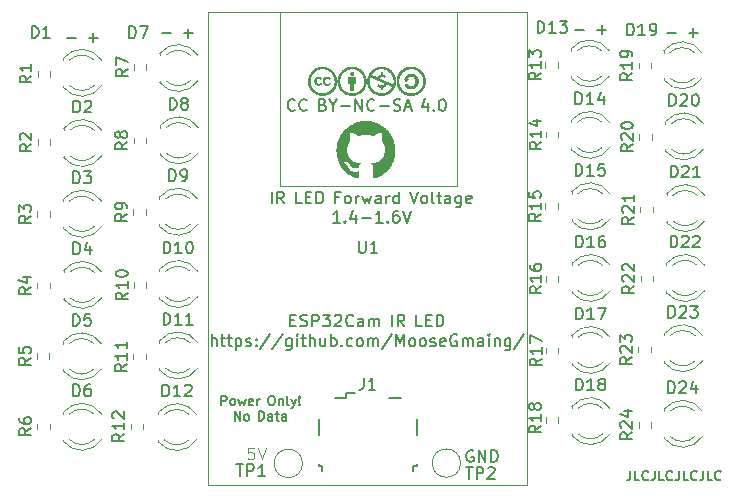
<source format=gbr>
%TF.GenerationSoftware,KiCad,Pcbnew,(7.0.0)*%
%TF.CreationDate,2023-09-27T18:47:42+02:00*%
%TF.ProjectId,ESP32Cam IR LED,45535033-3243-4616-9d20-4952204c4544,rev?*%
%TF.SameCoordinates,Original*%
%TF.FileFunction,Legend,Top*%
%TF.FilePolarity,Positive*%
%FSLAX46Y46*%
G04 Gerber Fmt 4.6, Leading zero omitted, Abs format (unit mm)*
G04 Created by KiCad (PCBNEW (7.0.0)) date 2023-09-27 18:47:42*
%MOMM*%
%LPD*%
G01*
G04 APERTURE LIST*
%ADD10C,0.200000*%
%ADD11C,0.125000*%
%ADD12C,0.150000*%
%ADD13C,0.120000*%
%ADD14C,0.100000*%
G04 APERTURE END LIST*
D10*
X70428609Y-45458742D02*
X70380990Y-45506361D01*
X70380990Y-45506361D02*
X70238133Y-45553980D01*
X70238133Y-45553980D02*
X70142895Y-45553980D01*
X70142895Y-45553980D02*
X70000038Y-45506361D01*
X70000038Y-45506361D02*
X69904800Y-45411123D01*
X69904800Y-45411123D02*
X69857181Y-45315885D01*
X69857181Y-45315885D02*
X69809562Y-45125409D01*
X69809562Y-45125409D02*
X69809562Y-44982552D01*
X69809562Y-44982552D02*
X69857181Y-44792076D01*
X69857181Y-44792076D02*
X69904800Y-44696838D01*
X69904800Y-44696838D02*
X70000038Y-44601600D01*
X70000038Y-44601600D02*
X70142895Y-44553980D01*
X70142895Y-44553980D02*
X70238133Y-44553980D01*
X70238133Y-44553980D02*
X70380990Y-44601600D01*
X70380990Y-44601600D02*
X70428609Y-44649219D01*
X71428609Y-45458742D02*
X71380990Y-45506361D01*
X71380990Y-45506361D02*
X71238133Y-45553980D01*
X71238133Y-45553980D02*
X71142895Y-45553980D01*
X71142895Y-45553980D02*
X71000038Y-45506361D01*
X71000038Y-45506361D02*
X70904800Y-45411123D01*
X70904800Y-45411123D02*
X70857181Y-45315885D01*
X70857181Y-45315885D02*
X70809562Y-45125409D01*
X70809562Y-45125409D02*
X70809562Y-44982552D01*
X70809562Y-44982552D02*
X70857181Y-44792076D01*
X70857181Y-44792076D02*
X70904800Y-44696838D01*
X70904800Y-44696838D02*
X71000038Y-44601600D01*
X71000038Y-44601600D02*
X71142895Y-44553980D01*
X71142895Y-44553980D02*
X71238133Y-44553980D01*
X71238133Y-44553980D02*
X71380990Y-44601600D01*
X71380990Y-44601600D02*
X71428609Y-44649219D01*
X72790514Y-45030171D02*
X72933371Y-45077790D01*
X72933371Y-45077790D02*
X72980990Y-45125409D01*
X72980990Y-45125409D02*
X73028609Y-45220647D01*
X73028609Y-45220647D02*
X73028609Y-45363504D01*
X73028609Y-45363504D02*
X72980990Y-45458742D01*
X72980990Y-45458742D02*
X72933371Y-45506361D01*
X72933371Y-45506361D02*
X72838133Y-45553980D01*
X72838133Y-45553980D02*
X72457181Y-45553980D01*
X72457181Y-45553980D02*
X72457181Y-44553980D01*
X72457181Y-44553980D02*
X72790514Y-44553980D01*
X72790514Y-44553980D02*
X72885752Y-44601600D01*
X72885752Y-44601600D02*
X72933371Y-44649219D01*
X72933371Y-44649219D02*
X72980990Y-44744457D01*
X72980990Y-44744457D02*
X72980990Y-44839695D01*
X72980990Y-44839695D02*
X72933371Y-44934933D01*
X72933371Y-44934933D02*
X72885752Y-44982552D01*
X72885752Y-44982552D02*
X72790514Y-45030171D01*
X72790514Y-45030171D02*
X72457181Y-45030171D01*
X73647657Y-45077790D02*
X73647657Y-45553980D01*
X73314324Y-44553980D02*
X73647657Y-45077790D01*
X73647657Y-45077790D02*
X73980990Y-44553980D01*
X74314324Y-45173028D02*
X75076229Y-45173028D01*
X75552419Y-45553980D02*
X75552419Y-44553980D01*
X75552419Y-44553980D02*
X76123847Y-45553980D01*
X76123847Y-45553980D02*
X76123847Y-44553980D01*
X77171466Y-45458742D02*
X77123847Y-45506361D01*
X77123847Y-45506361D02*
X76980990Y-45553980D01*
X76980990Y-45553980D02*
X76885752Y-45553980D01*
X76885752Y-45553980D02*
X76742895Y-45506361D01*
X76742895Y-45506361D02*
X76647657Y-45411123D01*
X76647657Y-45411123D02*
X76600038Y-45315885D01*
X76600038Y-45315885D02*
X76552419Y-45125409D01*
X76552419Y-45125409D02*
X76552419Y-44982552D01*
X76552419Y-44982552D02*
X76600038Y-44792076D01*
X76600038Y-44792076D02*
X76647657Y-44696838D01*
X76647657Y-44696838D02*
X76742895Y-44601600D01*
X76742895Y-44601600D02*
X76885752Y-44553980D01*
X76885752Y-44553980D02*
X76980990Y-44553980D01*
X76980990Y-44553980D02*
X77123847Y-44601600D01*
X77123847Y-44601600D02*
X77171466Y-44649219D01*
X77600038Y-45173028D02*
X78361943Y-45173028D01*
X78790514Y-45506361D02*
X78933371Y-45553980D01*
X78933371Y-45553980D02*
X79171466Y-45553980D01*
X79171466Y-45553980D02*
X79266704Y-45506361D01*
X79266704Y-45506361D02*
X79314323Y-45458742D01*
X79314323Y-45458742D02*
X79361942Y-45363504D01*
X79361942Y-45363504D02*
X79361942Y-45268266D01*
X79361942Y-45268266D02*
X79314323Y-45173028D01*
X79314323Y-45173028D02*
X79266704Y-45125409D01*
X79266704Y-45125409D02*
X79171466Y-45077790D01*
X79171466Y-45077790D02*
X78980990Y-45030171D01*
X78980990Y-45030171D02*
X78885752Y-44982552D01*
X78885752Y-44982552D02*
X78838133Y-44934933D01*
X78838133Y-44934933D02*
X78790514Y-44839695D01*
X78790514Y-44839695D02*
X78790514Y-44744457D01*
X78790514Y-44744457D02*
X78838133Y-44649219D01*
X78838133Y-44649219D02*
X78885752Y-44601600D01*
X78885752Y-44601600D02*
X78980990Y-44553980D01*
X78980990Y-44553980D02*
X79219085Y-44553980D01*
X79219085Y-44553980D02*
X79361942Y-44601600D01*
X79742895Y-45268266D02*
X80219085Y-45268266D01*
X79647657Y-45553980D02*
X79980990Y-44553980D01*
X79980990Y-44553980D02*
X80314323Y-45553980D01*
X81676228Y-44887314D02*
X81676228Y-45553980D01*
X81438133Y-44506361D02*
X81200038Y-45220647D01*
X81200038Y-45220647D02*
X81819085Y-45220647D01*
X82200038Y-45458742D02*
X82247657Y-45506361D01*
X82247657Y-45506361D02*
X82200038Y-45553980D01*
X82200038Y-45553980D02*
X82152419Y-45506361D01*
X82152419Y-45506361D02*
X82200038Y-45458742D01*
X82200038Y-45458742D02*
X82200038Y-45553980D01*
X82866704Y-44553980D02*
X82961942Y-44553980D01*
X82961942Y-44553980D02*
X83057180Y-44601600D01*
X83057180Y-44601600D02*
X83104799Y-44649219D01*
X83104799Y-44649219D02*
X83152418Y-44744457D01*
X83152418Y-44744457D02*
X83200037Y-44934933D01*
X83200037Y-44934933D02*
X83200037Y-45173028D01*
X83200037Y-45173028D02*
X83152418Y-45363504D01*
X83152418Y-45363504D02*
X83104799Y-45458742D01*
X83104799Y-45458742D02*
X83057180Y-45506361D01*
X83057180Y-45506361D02*
X82961942Y-45553980D01*
X82961942Y-45553980D02*
X82866704Y-45553980D01*
X82866704Y-45553980D02*
X82771466Y-45506361D01*
X82771466Y-45506361D02*
X82723847Y-45458742D01*
X82723847Y-45458742D02*
X82676228Y-45363504D01*
X82676228Y-45363504D02*
X82628609Y-45173028D01*
X82628609Y-45173028D02*
X82628609Y-44934933D01*
X82628609Y-44934933D02*
X82676228Y-44744457D01*
X82676228Y-44744457D02*
X82723847Y-44649219D01*
X82723847Y-44649219D02*
X82771466Y-44601600D01*
X82771466Y-44601600D02*
X82866704Y-44553980D01*
D11*
X66967123Y-74068780D02*
X66490933Y-74068780D01*
X66490933Y-74068780D02*
X66443314Y-74544971D01*
X66443314Y-74544971D02*
X66490933Y-74497352D01*
X66490933Y-74497352D02*
X66586171Y-74449733D01*
X66586171Y-74449733D02*
X66824266Y-74449733D01*
X66824266Y-74449733D02*
X66919504Y-74497352D01*
X66919504Y-74497352D02*
X66967123Y-74544971D01*
X66967123Y-74544971D02*
X67014742Y-74640209D01*
X67014742Y-74640209D02*
X67014742Y-74878304D01*
X67014742Y-74878304D02*
X66967123Y-74973542D01*
X66967123Y-74973542D02*
X66919504Y-75021161D01*
X66919504Y-75021161D02*
X66824266Y-75068780D01*
X66824266Y-75068780D02*
X66586171Y-75068780D01*
X66586171Y-75068780D02*
X66490933Y-75021161D01*
X66490933Y-75021161D02*
X66443314Y-74973542D01*
X67300457Y-74068780D02*
X67633790Y-75068780D01*
X67633790Y-75068780D02*
X67967123Y-74068780D01*
D10*
X59202800Y-39000828D02*
X59964705Y-39000828D01*
X61040895Y-39000828D02*
X61802800Y-39000828D01*
X61421847Y-39381780D02*
X61421847Y-38619876D01*
X51151000Y-39381828D02*
X51912905Y-39381828D01*
X52989095Y-39381828D02*
X53751000Y-39381828D01*
X53370047Y-39762780D02*
X53370047Y-39000876D01*
X68463580Y-53405380D02*
X68463580Y-52405380D01*
X69511198Y-53405380D02*
X69177865Y-52929190D01*
X68939770Y-53405380D02*
X68939770Y-52405380D01*
X68939770Y-52405380D02*
X69320722Y-52405380D01*
X69320722Y-52405380D02*
X69415960Y-52453000D01*
X69415960Y-52453000D02*
X69463579Y-52500619D01*
X69463579Y-52500619D02*
X69511198Y-52595857D01*
X69511198Y-52595857D02*
X69511198Y-52738714D01*
X69511198Y-52738714D02*
X69463579Y-52833952D01*
X69463579Y-52833952D02*
X69415960Y-52881571D01*
X69415960Y-52881571D02*
X69320722Y-52929190D01*
X69320722Y-52929190D02*
X68939770Y-52929190D01*
X71015960Y-53405380D02*
X70539770Y-53405380D01*
X70539770Y-53405380D02*
X70539770Y-52405380D01*
X71349294Y-52881571D02*
X71682627Y-52881571D01*
X71825484Y-53405380D02*
X71349294Y-53405380D01*
X71349294Y-53405380D02*
X71349294Y-52405380D01*
X71349294Y-52405380D02*
X71825484Y-52405380D01*
X72254056Y-53405380D02*
X72254056Y-52405380D01*
X72254056Y-52405380D02*
X72492151Y-52405380D01*
X72492151Y-52405380D02*
X72635008Y-52453000D01*
X72635008Y-52453000D02*
X72730246Y-52548238D01*
X72730246Y-52548238D02*
X72777865Y-52643476D01*
X72777865Y-52643476D02*
X72825484Y-52833952D01*
X72825484Y-52833952D02*
X72825484Y-52976809D01*
X72825484Y-52976809D02*
X72777865Y-53167285D01*
X72777865Y-53167285D02*
X72730246Y-53262523D01*
X72730246Y-53262523D02*
X72635008Y-53357761D01*
X72635008Y-53357761D02*
X72492151Y-53405380D01*
X72492151Y-53405380D02*
X72254056Y-53405380D01*
X74187389Y-52881571D02*
X73854056Y-52881571D01*
X73854056Y-53405380D02*
X73854056Y-52405380D01*
X73854056Y-52405380D02*
X74330246Y-52405380D01*
X74854056Y-53405380D02*
X74758818Y-53357761D01*
X74758818Y-53357761D02*
X74711199Y-53310142D01*
X74711199Y-53310142D02*
X74663580Y-53214904D01*
X74663580Y-53214904D02*
X74663580Y-52929190D01*
X74663580Y-52929190D02*
X74711199Y-52833952D01*
X74711199Y-52833952D02*
X74758818Y-52786333D01*
X74758818Y-52786333D02*
X74854056Y-52738714D01*
X74854056Y-52738714D02*
X74996913Y-52738714D01*
X74996913Y-52738714D02*
X75092151Y-52786333D01*
X75092151Y-52786333D02*
X75139770Y-52833952D01*
X75139770Y-52833952D02*
X75187389Y-52929190D01*
X75187389Y-52929190D02*
X75187389Y-53214904D01*
X75187389Y-53214904D02*
X75139770Y-53310142D01*
X75139770Y-53310142D02*
X75092151Y-53357761D01*
X75092151Y-53357761D02*
X74996913Y-53405380D01*
X74996913Y-53405380D02*
X74854056Y-53405380D01*
X75615961Y-53405380D02*
X75615961Y-52738714D01*
X75615961Y-52929190D02*
X75663580Y-52833952D01*
X75663580Y-52833952D02*
X75711199Y-52786333D01*
X75711199Y-52786333D02*
X75806437Y-52738714D01*
X75806437Y-52738714D02*
X75901675Y-52738714D01*
X76139771Y-52738714D02*
X76330247Y-53405380D01*
X76330247Y-53405380D02*
X76520723Y-52929190D01*
X76520723Y-52929190D02*
X76711199Y-53405380D01*
X76711199Y-53405380D02*
X76901675Y-52738714D01*
X77711199Y-53405380D02*
X77711199Y-52881571D01*
X77711199Y-52881571D02*
X77663580Y-52786333D01*
X77663580Y-52786333D02*
X77568342Y-52738714D01*
X77568342Y-52738714D02*
X77377866Y-52738714D01*
X77377866Y-52738714D02*
X77282628Y-52786333D01*
X77711199Y-53357761D02*
X77615961Y-53405380D01*
X77615961Y-53405380D02*
X77377866Y-53405380D01*
X77377866Y-53405380D02*
X77282628Y-53357761D01*
X77282628Y-53357761D02*
X77235009Y-53262523D01*
X77235009Y-53262523D02*
X77235009Y-53167285D01*
X77235009Y-53167285D02*
X77282628Y-53072047D01*
X77282628Y-53072047D02*
X77377866Y-53024428D01*
X77377866Y-53024428D02*
X77615961Y-53024428D01*
X77615961Y-53024428D02*
X77711199Y-52976809D01*
X78187390Y-53405380D02*
X78187390Y-52738714D01*
X78187390Y-52929190D02*
X78235009Y-52833952D01*
X78235009Y-52833952D02*
X78282628Y-52786333D01*
X78282628Y-52786333D02*
X78377866Y-52738714D01*
X78377866Y-52738714D02*
X78473104Y-52738714D01*
X79235009Y-53405380D02*
X79235009Y-52405380D01*
X79235009Y-53357761D02*
X79139771Y-53405380D01*
X79139771Y-53405380D02*
X78949295Y-53405380D01*
X78949295Y-53405380D02*
X78854057Y-53357761D01*
X78854057Y-53357761D02*
X78806438Y-53310142D01*
X78806438Y-53310142D02*
X78758819Y-53214904D01*
X78758819Y-53214904D02*
X78758819Y-52929190D01*
X78758819Y-52929190D02*
X78806438Y-52833952D01*
X78806438Y-52833952D02*
X78854057Y-52786333D01*
X78854057Y-52786333D02*
X78949295Y-52738714D01*
X78949295Y-52738714D02*
X79139771Y-52738714D01*
X79139771Y-52738714D02*
X79235009Y-52786333D01*
X80168343Y-52405380D02*
X80501676Y-53405380D01*
X80501676Y-53405380D02*
X80835009Y-52405380D01*
X81311200Y-53405380D02*
X81215962Y-53357761D01*
X81215962Y-53357761D02*
X81168343Y-53310142D01*
X81168343Y-53310142D02*
X81120724Y-53214904D01*
X81120724Y-53214904D02*
X81120724Y-52929190D01*
X81120724Y-52929190D02*
X81168343Y-52833952D01*
X81168343Y-52833952D02*
X81215962Y-52786333D01*
X81215962Y-52786333D02*
X81311200Y-52738714D01*
X81311200Y-52738714D02*
X81454057Y-52738714D01*
X81454057Y-52738714D02*
X81549295Y-52786333D01*
X81549295Y-52786333D02*
X81596914Y-52833952D01*
X81596914Y-52833952D02*
X81644533Y-52929190D01*
X81644533Y-52929190D02*
X81644533Y-53214904D01*
X81644533Y-53214904D02*
X81596914Y-53310142D01*
X81596914Y-53310142D02*
X81549295Y-53357761D01*
X81549295Y-53357761D02*
X81454057Y-53405380D01*
X81454057Y-53405380D02*
X81311200Y-53405380D01*
X82215962Y-53405380D02*
X82120724Y-53357761D01*
X82120724Y-53357761D02*
X82073105Y-53262523D01*
X82073105Y-53262523D02*
X82073105Y-52405380D01*
X82454058Y-52738714D02*
X82835010Y-52738714D01*
X82596915Y-52405380D02*
X82596915Y-53262523D01*
X82596915Y-53262523D02*
X82644534Y-53357761D01*
X82644534Y-53357761D02*
X82739772Y-53405380D01*
X82739772Y-53405380D02*
X82835010Y-53405380D01*
X83596915Y-53405380D02*
X83596915Y-52881571D01*
X83596915Y-52881571D02*
X83549296Y-52786333D01*
X83549296Y-52786333D02*
X83454058Y-52738714D01*
X83454058Y-52738714D02*
X83263582Y-52738714D01*
X83263582Y-52738714D02*
X83168344Y-52786333D01*
X83596915Y-53357761D02*
X83501677Y-53405380D01*
X83501677Y-53405380D02*
X83263582Y-53405380D01*
X83263582Y-53405380D02*
X83168344Y-53357761D01*
X83168344Y-53357761D02*
X83120725Y-53262523D01*
X83120725Y-53262523D02*
X83120725Y-53167285D01*
X83120725Y-53167285D02*
X83168344Y-53072047D01*
X83168344Y-53072047D02*
X83263582Y-53024428D01*
X83263582Y-53024428D02*
X83501677Y-53024428D01*
X83501677Y-53024428D02*
X83596915Y-52976809D01*
X84501677Y-52738714D02*
X84501677Y-53548238D01*
X84501677Y-53548238D02*
X84454058Y-53643476D01*
X84454058Y-53643476D02*
X84406439Y-53691095D01*
X84406439Y-53691095D02*
X84311201Y-53738714D01*
X84311201Y-53738714D02*
X84168344Y-53738714D01*
X84168344Y-53738714D02*
X84073106Y-53691095D01*
X84501677Y-53357761D02*
X84406439Y-53405380D01*
X84406439Y-53405380D02*
X84215963Y-53405380D01*
X84215963Y-53405380D02*
X84120725Y-53357761D01*
X84120725Y-53357761D02*
X84073106Y-53310142D01*
X84073106Y-53310142D02*
X84025487Y-53214904D01*
X84025487Y-53214904D02*
X84025487Y-52929190D01*
X84025487Y-52929190D02*
X84073106Y-52833952D01*
X84073106Y-52833952D02*
X84120725Y-52786333D01*
X84120725Y-52786333D02*
X84215963Y-52738714D01*
X84215963Y-52738714D02*
X84406439Y-52738714D01*
X84406439Y-52738714D02*
X84501677Y-52786333D01*
X85358820Y-53357761D02*
X85263582Y-53405380D01*
X85263582Y-53405380D02*
X85073106Y-53405380D01*
X85073106Y-53405380D02*
X84977868Y-53357761D01*
X84977868Y-53357761D02*
X84930249Y-53262523D01*
X84930249Y-53262523D02*
X84930249Y-52881571D01*
X84930249Y-52881571D02*
X84977868Y-52786333D01*
X84977868Y-52786333D02*
X85073106Y-52738714D01*
X85073106Y-52738714D02*
X85263582Y-52738714D01*
X85263582Y-52738714D02*
X85358820Y-52786333D01*
X85358820Y-52786333D02*
X85406439Y-52881571D01*
X85406439Y-52881571D02*
X85406439Y-52976809D01*
X85406439Y-52976809D02*
X84930249Y-53072047D01*
X74244533Y-55025380D02*
X73673105Y-55025380D01*
X73958819Y-55025380D02*
X73958819Y-54025380D01*
X73958819Y-54025380D02*
X73863581Y-54168238D01*
X73863581Y-54168238D02*
X73768343Y-54263476D01*
X73768343Y-54263476D02*
X73673105Y-54311095D01*
X74673105Y-54930142D02*
X74720724Y-54977761D01*
X74720724Y-54977761D02*
X74673105Y-55025380D01*
X74673105Y-55025380D02*
X74625486Y-54977761D01*
X74625486Y-54977761D02*
X74673105Y-54930142D01*
X74673105Y-54930142D02*
X74673105Y-55025380D01*
X75577866Y-54358714D02*
X75577866Y-55025380D01*
X75339771Y-53977761D02*
X75101676Y-54692047D01*
X75101676Y-54692047D02*
X75720723Y-54692047D01*
X76101676Y-54644428D02*
X76863581Y-54644428D01*
X77863580Y-55025380D02*
X77292152Y-55025380D01*
X77577866Y-55025380D02*
X77577866Y-54025380D01*
X77577866Y-54025380D02*
X77482628Y-54168238D01*
X77482628Y-54168238D02*
X77387390Y-54263476D01*
X77387390Y-54263476D02*
X77292152Y-54311095D01*
X78292152Y-54930142D02*
X78339771Y-54977761D01*
X78339771Y-54977761D02*
X78292152Y-55025380D01*
X78292152Y-55025380D02*
X78244533Y-54977761D01*
X78244533Y-54977761D02*
X78292152Y-54930142D01*
X78292152Y-54930142D02*
X78292152Y-55025380D01*
X79196913Y-54025380D02*
X79006437Y-54025380D01*
X79006437Y-54025380D02*
X78911199Y-54073000D01*
X78911199Y-54073000D02*
X78863580Y-54120619D01*
X78863580Y-54120619D02*
X78768342Y-54263476D01*
X78768342Y-54263476D02*
X78720723Y-54453952D01*
X78720723Y-54453952D02*
X78720723Y-54834904D01*
X78720723Y-54834904D02*
X78768342Y-54930142D01*
X78768342Y-54930142D02*
X78815961Y-54977761D01*
X78815961Y-54977761D02*
X78911199Y-55025380D01*
X78911199Y-55025380D02*
X79101675Y-55025380D01*
X79101675Y-55025380D02*
X79196913Y-54977761D01*
X79196913Y-54977761D02*
X79244532Y-54930142D01*
X79244532Y-54930142D02*
X79292151Y-54834904D01*
X79292151Y-54834904D02*
X79292151Y-54596809D01*
X79292151Y-54596809D02*
X79244532Y-54501571D01*
X79244532Y-54501571D02*
X79196913Y-54453952D01*
X79196913Y-54453952D02*
X79101675Y-54406333D01*
X79101675Y-54406333D02*
X78911199Y-54406333D01*
X78911199Y-54406333D02*
X78815961Y-54453952D01*
X78815961Y-54453952D02*
X78768342Y-54501571D01*
X78768342Y-54501571D02*
X78720723Y-54596809D01*
X79577866Y-54025380D02*
X79911199Y-55025380D01*
X79911199Y-55025380D02*
X80244532Y-54025380D01*
X63388933Y-65492980D02*
X63388933Y-64492980D01*
X63817504Y-65492980D02*
X63817504Y-64969171D01*
X63817504Y-64969171D02*
X63769885Y-64873933D01*
X63769885Y-64873933D02*
X63674647Y-64826314D01*
X63674647Y-64826314D02*
X63531790Y-64826314D01*
X63531790Y-64826314D02*
X63436552Y-64873933D01*
X63436552Y-64873933D02*
X63388933Y-64921552D01*
X64150838Y-64826314D02*
X64531790Y-64826314D01*
X64293695Y-64492980D02*
X64293695Y-65350123D01*
X64293695Y-65350123D02*
X64341314Y-65445361D01*
X64341314Y-65445361D02*
X64436552Y-65492980D01*
X64436552Y-65492980D02*
X64531790Y-65492980D01*
X64722267Y-64826314D02*
X65103219Y-64826314D01*
X64865124Y-64492980D02*
X64865124Y-65350123D01*
X64865124Y-65350123D02*
X64912743Y-65445361D01*
X64912743Y-65445361D02*
X65007981Y-65492980D01*
X65007981Y-65492980D02*
X65103219Y-65492980D01*
X65436553Y-64826314D02*
X65436553Y-65826314D01*
X65436553Y-64873933D02*
X65531791Y-64826314D01*
X65531791Y-64826314D02*
X65722267Y-64826314D01*
X65722267Y-64826314D02*
X65817505Y-64873933D01*
X65817505Y-64873933D02*
X65865124Y-64921552D01*
X65865124Y-64921552D02*
X65912743Y-65016790D01*
X65912743Y-65016790D02*
X65912743Y-65302504D01*
X65912743Y-65302504D02*
X65865124Y-65397742D01*
X65865124Y-65397742D02*
X65817505Y-65445361D01*
X65817505Y-65445361D02*
X65722267Y-65492980D01*
X65722267Y-65492980D02*
X65531791Y-65492980D01*
X65531791Y-65492980D02*
X65436553Y-65445361D01*
X66293696Y-65445361D02*
X66388934Y-65492980D01*
X66388934Y-65492980D02*
X66579410Y-65492980D01*
X66579410Y-65492980D02*
X66674648Y-65445361D01*
X66674648Y-65445361D02*
X66722267Y-65350123D01*
X66722267Y-65350123D02*
X66722267Y-65302504D01*
X66722267Y-65302504D02*
X66674648Y-65207266D01*
X66674648Y-65207266D02*
X66579410Y-65159647D01*
X66579410Y-65159647D02*
X66436553Y-65159647D01*
X66436553Y-65159647D02*
X66341315Y-65112028D01*
X66341315Y-65112028D02*
X66293696Y-65016790D01*
X66293696Y-65016790D02*
X66293696Y-64969171D01*
X66293696Y-64969171D02*
X66341315Y-64873933D01*
X66341315Y-64873933D02*
X66436553Y-64826314D01*
X66436553Y-64826314D02*
X66579410Y-64826314D01*
X66579410Y-64826314D02*
X66674648Y-64873933D01*
X67150839Y-65397742D02*
X67198458Y-65445361D01*
X67198458Y-65445361D02*
X67150839Y-65492980D01*
X67150839Y-65492980D02*
X67103220Y-65445361D01*
X67103220Y-65445361D02*
X67150839Y-65397742D01*
X67150839Y-65397742D02*
X67150839Y-65492980D01*
X67150839Y-64873933D02*
X67198458Y-64921552D01*
X67198458Y-64921552D02*
X67150839Y-64969171D01*
X67150839Y-64969171D02*
X67103220Y-64921552D01*
X67103220Y-64921552D02*
X67150839Y-64873933D01*
X67150839Y-64873933D02*
X67150839Y-64969171D01*
X68341314Y-64445361D02*
X67484172Y-65731076D01*
X69388933Y-64445361D02*
X68531791Y-65731076D01*
X70150838Y-64826314D02*
X70150838Y-65635838D01*
X70150838Y-65635838D02*
X70103219Y-65731076D01*
X70103219Y-65731076D02*
X70055600Y-65778695D01*
X70055600Y-65778695D02*
X69960362Y-65826314D01*
X69960362Y-65826314D02*
X69817505Y-65826314D01*
X69817505Y-65826314D02*
X69722267Y-65778695D01*
X70150838Y-65445361D02*
X70055600Y-65492980D01*
X70055600Y-65492980D02*
X69865124Y-65492980D01*
X69865124Y-65492980D02*
X69769886Y-65445361D01*
X69769886Y-65445361D02*
X69722267Y-65397742D01*
X69722267Y-65397742D02*
X69674648Y-65302504D01*
X69674648Y-65302504D02*
X69674648Y-65016790D01*
X69674648Y-65016790D02*
X69722267Y-64921552D01*
X69722267Y-64921552D02*
X69769886Y-64873933D01*
X69769886Y-64873933D02*
X69865124Y-64826314D01*
X69865124Y-64826314D02*
X70055600Y-64826314D01*
X70055600Y-64826314D02*
X70150838Y-64873933D01*
X70627029Y-65492980D02*
X70627029Y-64826314D01*
X70627029Y-64492980D02*
X70579410Y-64540600D01*
X70579410Y-64540600D02*
X70627029Y-64588219D01*
X70627029Y-64588219D02*
X70674648Y-64540600D01*
X70674648Y-64540600D02*
X70627029Y-64492980D01*
X70627029Y-64492980D02*
X70627029Y-64588219D01*
X70960362Y-64826314D02*
X71341314Y-64826314D01*
X71103219Y-64492980D02*
X71103219Y-65350123D01*
X71103219Y-65350123D02*
X71150838Y-65445361D01*
X71150838Y-65445361D02*
X71246076Y-65492980D01*
X71246076Y-65492980D02*
X71341314Y-65492980D01*
X71674648Y-65492980D02*
X71674648Y-64492980D01*
X72103219Y-65492980D02*
X72103219Y-64969171D01*
X72103219Y-64969171D02*
X72055600Y-64873933D01*
X72055600Y-64873933D02*
X71960362Y-64826314D01*
X71960362Y-64826314D02*
X71817505Y-64826314D01*
X71817505Y-64826314D02*
X71722267Y-64873933D01*
X71722267Y-64873933D02*
X71674648Y-64921552D01*
X73007981Y-64826314D02*
X73007981Y-65492980D01*
X72579410Y-64826314D02*
X72579410Y-65350123D01*
X72579410Y-65350123D02*
X72627029Y-65445361D01*
X72627029Y-65445361D02*
X72722267Y-65492980D01*
X72722267Y-65492980D02*
X72865124Y-65492980D01*
X72865124Y-65492980D02*
X72960362Y-65445361D01*
X72960362Y-65445361D02*
X73007981Y-65397742D01*
X73484172Y-65492980D02*
X73484172Y-64492980D01*
X73484172Y-64873933D02*
X73579410Y-64826314D01*
X73579410Y-64826314D02*
X73769886Y-64826314D01*
X73769886Y-64826314D02*
X73865124Y-64873933D01*
X73865124Y-64873933D02*
X73912743Y-64921552D01*
X73912743Y-64921552D02*
X73960362Y-65016790D01*
X73960362Y-65016790D02*
X73960362Y-65302504D01*
X73960362Y-65302504D02*
X73912743Y-65397742D01*
X73912743Y-65397742D02*
X73865124Y-65445361D01*
X73865124Y-65445361D02*
X73769886Y-65492980D01*
X73769886Y-65492980D02*
X73579410Y-65492980D01*
X73579410Y-65492980D02*
X73484172Y-65445361D01*
X74388934Y-65397742D02*
X74436553Y-65445361D01*
X74436553Y-65445361D02*
X74388934Y-65492980D01*
X74388934Y-65492980D02*
X74341315Y-65445361D01*
X74341315Y-65445361D02*
X74388934Y-65397742D01*
X74388934Y-65397742D02*
X74388934Y-65492980D01*
X75293695Y-65445361D02*
X75198457Y-65492980D01*
X75198457Y-65492980D02*
X75007981Y-65492980D01*
X75007981Y-65492980D02*
X74912743Y-65445361D01*
X74912743Y-65445361D02*
X74865124Y-65397742D01*
X74865124Y-65397742D02*
X74817505Y-65302504D01*
X74817505Y-65302504D02*
X74817505Y-65016790D01*
X74817505Y-65016790D02*
X74865124Y-64921552D01*
X74865124Y-64921552D02*
X74912743Y-64873933D01*
X74912743Y-64873933D02*
X75007981Y-64826314D01*
X75007981Y-64826314D02*
X75198457Y-64826314D01*
X75198457Y-64826314D02*
X75293695Y-64873933D01*
X75865124Y-65492980D02*
X75769886Y-65445361D01*
X75769886Y-65445361D02*
X75722267Y-65397742D01*
X75722267Y-65397742D02*
X75674648Y-65302504D01*
X75674648Y-65302504D02*
X75674648Y-65016790D01*
X75674648Y-65016790D02*
X75722267Y-64921552D01*
X75722267Y-64921552D02*
X75769886Y-64873933D01*
X75769886Y-64873933D02*
X75865124Y-64826314D01*
X75865124Y-64826314D02*
X76007981Y-64826314D01*
X76007981Y-64826314D02*
X76103219Y-64873933D01*
X76103219Y-64873933D02*
X76150838Y-64921552D01*
X76150838Y-64921552D02*
X76198457Y-65016790D01*
X76198457Y-65016790D02*
X76198457Y-65302504D01*
X76198457Y-65302504D02*
X76150838Y-65397742D01*
X76150838Y-65397742D02*
X76103219Y-65445361D01*
X76103219Y-65445361D02*
X76007981Y-65492980D01*
X76007981Y-65492980D02*
X75865124Y-65492980D01*
X76627029Y-65492980D02*
X76627029Y-64826314D01*
X76627029Y-64921552D02*
X76674648Y-64873933D01*
X76674648Y-64873933D02*
X76769886Y-64826314D01*
X76769886Y-64826314D02*
X76912743Y-64826314D01*
X76912743Y-64826314D02*
X77007981Y-64873933D01*
X77007981Y-64873933D02*
X77055600Y-64969171D01*
X77055600Y-64969171D02*
X77055600Y-65492980D01*
X77055600Y-64969171D02*
X77103219Y-64873933D01*
X77103219Y-64873933D02*
X77198457Y-64826314D01*
X77198457Y-64826314D02*
X77341314Y-64826314D01*
X77341314Y-64826314D02*
X77436553Y-64873933D01*
X77436553Y-64873933D02*
X77484172Y-64969171D01*
X77484172Y-64969171D02*
X77484172Y-65492980D01*
X78674647Y-64445361D02*
X77817505Y-65731076D01*
X79007981Y-65492980D02*
X79007981Y-64492980D01*
X79007981Y-64492980D02*
X79341314Y-65207266D01*
X79341314Y-65207266D02*
X79674647Y-64492980D01*
X79674647Y-64492980D02*
X79674647Y-65492980D01*
X80293695Y-65492980D02*
X80198457Y-65445361D01*
X80198457Y-65445361D02*
X80150838Y-65397742D01*
X80150838Y-65397742D02*
X80103219Y-65302504D01*
X80103219Y-65302504D02*
X80103219Y-65016790D01*
X80103219Y-65016790D02*
X80150838Y-64921552D01*
X80150838Y-64921552D02*
X80198457Y-64873933D01*
X80198457Y-64873933D02*
X80293695Y-64826314D01*
X80293695Y-64826314D02*
X80436552Y-64826314D01*
X80436552Y-64826314D02*
X80531790Y-64873933D01*
X80531790Y-64873933D02*
X80579409Y-64921552D01*
X80579409Y-64921552D02*
X80627028Y-65016790D01*
X80627028Y-65016790D02*
X80627028Y-65302504D01*
X80627028Y-65302504D02*
X80579409Y-65397742D01*
X80579409Y-65397742D02*
X80531790Y-65445361D01*
X80531790Y-65445361D02*
X80436552Y-65492980D01*
X80436552Y-65492980D02*
X80293695Y-65492980D01*
X81198457Y-65492980D02*
X81103219Y-65445361D01*
X81103219Y-65445361D02*
X81055600Y-65397742D01*
X81055600Y-65397742D02*
X81007981Y-65302504D01*
X81007981Y-65302504D02*
X81007981Y-65016790D01*
X81007981Y-65016790D02*
X81055600Y-64921552D01*
X81055600Y-64921552D02*
X81103219Y-64873933D01*
X81103219Y-64873933D02*
X81198457Y-64826314D01*
X81198457Y-64826314D02*
X81341314Y-64826314D01*
X81341314Y-64826314D02*
X81436552Y-64873933D01*
X81436552Y-64873933D02*
X81484171Y-64921552D01*
X81484171Y-64921552D02*
X81531790Y-65016790D01*
X81531790Y-65016790D02*
X81531790Y-65302504D01*
X81531790Y-65302504D02*
X81484171Y-65397742D01*
X81484171Y-65397742D02*
X81436552Y-65445361D01*
X81436552Y-65445361D02*
X81341314Y-65492980D01*
X81341314Y-65492980D02*
X81198457Y-65492980D01*
X81912743Y-65445361D02*
X82007981Y-65492980D01*
X82007981Y-65492980D02*
X82198457Y-65492980D01*
X82198457Y-65492980D02*
X82293695Y-65445361D01*
X82293695Y-65445361D02*
X82341314Y-65350123D01*
X82341314Y-65350123D02*
X82341314Y-65302504D01*
X82341314Y-65302504D02*
X82293695Y-65207266D01*
X82293695Y-65207266D02*
X82198457Y-65159647D01*
X82198457Y-65159647D02*
X82055600Y-65159647D01*
X82055600Y-65159647D02*
X81960362Y-65112028D01*
X81960362Y-65112028D02*
X81912743Y-65016790D01*
X81912743Y-65016790D02*
X81912743Y-64969171D01*
X81912743Y-64969171D02*
X81960362Y-64873933D01*
X81960362Y-64873933D02*
X82055600Y-64826314D01*
X82055600Y-64826314D02*
X82198457Y-64826314D01*
X82198457Y-64826314D02*
X82293695Y-64873933D01*
X83150838Y-65445361D02*
X83055600Y-65492980D01*
X83055600Y-65492980D02*
X82865124Y-65492980D01*
X82865124Y-65492980D02*
X82769886Y-65445361D01*
X82769886Y-65445361D02*
X82722267Y-65350123D01*
X82722267Y-65350123D02*
X82722267Y-64969171D01*
X82722267Y-64969171D02*
X82769886Y-64873933D01*
X82769886Y-64873933D02*
X82865124Y-64826314D01*
X82865124Y-64826314D02*
X83055600Y-64826314D01*
X83055600Y-64826314D02*
X83150838Y-64873933D01*
X83150838Y-64873933D02*
X83198457Y-64969171D01*
X83198457Y-64969171D02*
X83198457Y-65064409D01*
X83198457Y-65064409D02*
X82722267Y-65159647D01*
X84150838Y-64540600D02*
X84055600Y-64492980D01*
X84055600Y-64492980D02*
X83912743Y-64492980D01*
X83912743Y-64492980D02*
X83769886Y-64540600D01*
X83769886Y-64540600D02*
X83674648Y-64635838D01*
X83674648Y-64635838D02*
X83627029Y-64731076D01*
X83627029Y-64731076D02*
X83579410Y-64921552D01*
X83579410Y-64921552D02*
X83579410Y-65064409D01*
X83579410Y-65064409D02*
X83627029Y-65254885D01*
X83627029Y-65254885D02*
X83674648Y-65350123D01*
X83674648Y-65350123D02*
X83769886Y-65445361D01*
X83769886Y-65445361D02*
X83912743Y-65492980D01*
X83912743Y-65492980D02*
X84007981Y-65492980D01*
X84007981Y-65492980D02*
X84150838Y-65445361D01*
X84150838Y-65445361D02*
X84198457Y-65397742D01*
X84198457Y-65397742D02*
X84198457Y-65064409D01*
X84198457Y-65064409D02*
X84007981Y-65064409D01*
X84627029Y-65492980D02*
X84627029Y-64826314D01*
X84627029Y-64921552D02*
X84674648Y-64873933D01*
X84674648Y-64873933D02*
X84769886Y-64826314D01*
X84769886Y-64826314D02*
X84912743Y-64826314D01*
X84912743Y-64826314D02*
X85007981Y-64873933D01*
X85007981Y-64873933D02*
X85055600Y-64969171D01*
X85055600Y-64969171D02*
X85055600Y-65492980D01*
X85055600Y-64969171D02*
X85103219Y-64873933D01*
X85103219Y-64873933D02*
X85198457Y-64826314D01*
X85198457Y-64826314D02*
X85341314Y-64826314D01*
X85341314Y-64826314D02*
X85436553Y-64873933D01*
X85436553Y-64873933D02*
X85484172Y-64969171D01*
X85484172Y-64969171D02*
X85484172Y-65492980D01*
X86388933Y-65492980D02*
X86388933Y-64969171D01*
X86388933Y-64969171D02*
X86341314Y-64873933D01*
X86341314Y-64873933D02*
X86246076Y-64826314D01*
X86246076Y-64826314D02*
X86055600Y-64826314D01*
X86055600Y-64826314D02*
X85960362Y-64873933D01*
X86388933Y-65445361D02*
X86293695Y-65492980D01*
X86293695Y-65492980D02*
X86055600Y-65492980D01*
X86055600Y-65492980D02*
X85960362Y-65445361D01*
X85960362Y-65445361D02*
X85912743Y-65350123D01*
X85912743Y-65350123D02*
X85912743Y-65254885D01*
X85912743Y-65254885D02*
X85960362Y-65159647D01*
X85960362Y-65159647D02*
X86055600Y-65112028D01*
X86055600Y-65112028D02*
X86293695Y-65112028D01*
X86293695Y-65112028D02*
X86388933Y-65064409D01*
X86865124Y-65492980D02*
X86865124Y-64826314D01*
X86865124Y-64492980D02*
X86817505Y-64540600D01*
X86817505Y-64540600D02*
X86865124Y-64588219D01*
X86865124Y-64588219D02*
X86912743Y-64540600D01*
X86912743Y-64540600D02*
X86865124Y-64492980D01*
X86865124Y-64492980D02*
X86865124Y-64588219D01*
X87341314Y-64826314D02*
X87341314Y-65492980D01*
X87341314Y-64921552D02*
X87388933Y-64873933D01*
X87388933Y-64873933D02*
X87484171Y-64826314D01*
X87484171Y-64826314D02*
X87627028Y-64826314D01*
X87627028Y-64826314D02*
X87722266Y-64873933D01*
X87722266Y-64873933D02*
X87769885Y-64969171D01*
X87769885Y-64969171D02*
X87769885Y-65492980D01*
X88674647Y-64826314D02*
X88674647Y-65635838D01*
X88674647Y-65635838D02*
X88627028Y-65731076D01*
X88627028Y-65731076D02*
X88579409Y-65778695D01*
X88579409Y-65778695D02*
X88484171Y-65826314D01*
X88484171Y-65826314D02*
X88341314Y-65826314D01*
X88341314Y-65826314D02*
X88246076Y-65778695D01*
X88674647Y-65445361D02*
X88579409Y-65492980D01*
X88579409Y-65492980D02*
X88388933Y-65492980D01*
X88388933Y-65492980D02*
X88293695Y-65445361D01*
X88293695Y-65445361D02*
X88246076Y-65397742D01*
X88246076Y-65397742D02*
X88198457Y-65302504D01*
X88198457Y-65302504D02*
X88198457Y-65016790D01*
X88198457Y-65016790D02*
X88246076Y-64921552D01*
X88246076Y-64921552D02*
X88293695Y-64873933D01*
X88293695Y-64873933D02*
X88388933Y-64826314D01*
X88388933Y-64826314D02*
X88579409Y-64826314D01*
X88579409Y-64826314D02*
X88674647Y-64873933D01*
X89865123Y-64445361D02*
X89007981Y-65731076D01*
X64206533Y-70486504D02*
X64206533Y-69686504D01*
X64206533Y-69686504D02*
X64511295Y-69686504D01*
X64511295Y-69686504D02*
X64587485Y-69724600D01*
X64587485Y-69724600D02*
X64625580Y-69762695D01*
X64625580Y-69762695D02*
X64663676Y-69838885D01*
X64663676Y-69838885D02*
X64663676Y-69953171D01*
X64663676Y-69953171D02*
X64625580Y-70029361D01*
X64625580Y-70029361D02*
X64587485Y-70067457D01*
X64587485Y-70067457D02*
X64511295Y-70105552D01*
X64511295Y-70105552D02*
X64206533Y-70105552D01*
X65120818Y-70486504D02*
X65044628Y-70448409D01*
X65044628Y-70448409D02*
X65006533Y-70410314D01*
X65006533Y-70410314D02*
X64968437Y-70334123D01*
X64968437Y-70334123D02*
X64968437Y-70105552D01*
X64968437Y-70105552D02*
X65006533Y-70029361D01*
X65006533Y-70029361D02*
X65044628Y-69991266D01*
X65044628Y-69991266D02*
X65120818Y-69953171D01*
X65120818Y-69953171D02*
X65235104Y-69953171D01*
X65235104Y-69953171D02*
X65311295Y-69991266D01*
X65311295Y-69991266D02*
X65349390Y-70029361D01*
X65349390Y-70029361D02*
X65387485Y-70105552D01*
X65387485Y-70105552D02*
X65387485Y-70334123D01*
X65387485Y-70334123D02*
X65349390Y-70410314D01*
X65349390Y-70410314D02*
X65311295Y-70448409D01*
X65311295Y-70448409D02*
X65235104Y-70486504D01*
X65235104Y-70486504D02*
X65120818Y-70486504D01*
X65654152Y-69953171D02*
X65806533Y-70486504D01*
X65806533Y-70486504D02*
X65958914Y-70105552D01*
X65958914Y-70105552D02*
X66111295Y-70486504D01*
X66111295Y-70486504D02*
X66263676Y-69953171D01*
X66873200Y-70448409D02*
X66797009Y-70486504D01*
X66797009Y-70486504D02*
X66644628Y-70486504D01*
X66644628Y-70486504D02*
X66568438Y-70448409D01*
X66568438Y-70448409D02*
X66530342Y-70372219D01*
X66530342Y-70372219D02*
X66530342Y-70067457D01*
X66530342Y-70067457D02*
X66568438Y-69991266D01*
X66568438Y-69991266D02*
X66644628Y-69953171D01*
X66644628Y-69953171D02*
X66797009Y-69953171D01*
X66797009Y-69953171D02*
X66873200Y-69991266D01*
X66873200Y-69991266D02*
X66911295Y-70067457D01*
X66911295Y-70067457D02*
X66911295Y-70143647D01*
X66911295Y-70143647D02*
X66530342Y-70219838D01*
X67254152Y-70486504D02*
X67254152Y-69953171D01*
X67254152Y-70105552D02*
X67292247Y-70029361D01*
X67292247Y-70029361D02*
X67330342Y-69991266D01*
X67330342Y-69991266D02*
X67406533Y-69953171D01*
X67406533Y-69953171D02*
X67482723Y-69953171D01*
X68381771Y-69686504D02*
X68534152Y-69686504D01*
X68534152Y-69686504D02*
X68610342Y-69724600D01*
X68610342Y-69724600D02*
X68686533Y-69800790D01*
X68686533Y-69800790D02*
X68724628Y-69953171D01*
X68724628Y-69953171D02*
X68724628Y-70219838D01*
X68724628Y-70219838D02*
X68686533Y-70372219D01*
X68686533Y-70372219D02*
X68610342Y-70448409D01*
X68610342Y-70448409D02*
X68534152Y-70486504D01*
X68534152Y-70486504D02*
X68381771Y-70486504D01*
X68381771Y-70486504D02*
X68305580Y-70448409D01*
X68305580Y-70448409D02*
X68229390Y-70372219D01*
X68229390Y-70372219D02*
X68191294Y-70219838D01*
X68191294Y-70219838D02*
X68191294Y-69953171D01*
X68191294Y-69953171D02*
X68229390Y-69800790D01*
X68229390Y-69800790D02*
X68305580Y-69724600D01*
X68305580Y-69724600D02*
X68381771Y-69686504D01*
X69067485Y-69953171D02*
X69067485Y-70486504D01*
X69067485Y-70029361D02*
X69105580Y-69991266D01*
X69105580Y-69991266D02*
X69181770Y-69953171D01*
X69181770Y-69953171D02*
X69296056Y-69953171D01*
X69296056Y-69953171D02*
X69372247Y-69991266D01*
X69372247Y-69991266D02*
X69410342Y-70067457D01*
X69410342Y-70067457D02*
X69410342Y-70486504D01*
X69905580Y-70486504D02*
X69829390Y-70448409D01*
X69829390Y-70448409D02*
X69791295Y-70372219D01*
X69791295Y-70372219D02*
X69791295Y-69686504D01*
X70134152Y-69953171D02*
X70324628Y-70486504D01*
X70515105Y-69953171D02*
X70324628Y-70486504D01*
X70324628Y-70486504D02*
X70248438Y-70676980D01*
X70248438Y-70676980D02*
X70210343Y-70715076D01*
X70210343Y-70715076D02*
X70134152Y-70753171D01*
X70819867Y-70410314D02*
X70857962Y-70448409D01*
X70857962Y-70448409D02*
X70819867Y-70486504D01*
X70819867Y-70486504D02*
X70781771Y-70448409D01*
X70781771Y-70448409D02*
X70819867Y-70410314D01*
X70819867Y-70410314D02*
X70819867Y-70486504D01*
X70819867Y-70181742D02*
X70781771Y-69724600D01*
X70781771Y-69724600D02*
X70819867Y-69686504D01*
X70819867Y-69686504D02*
X70857962Y-69724600D01*
X70857962Y-69724600D02*
X70819867Y-70181742D01*
X70819867Y-70181742D02*
X70819867Y-69686504D01*
X65330342Y-71782504D02*
X65330342Y-70982504D01*
X65330342Y-70982504D02*
X65787485Y-71782504D01*
X65787485Y-71782504D02*
X65787485Y-70982504D01*
X66282722Y-71782504D02*
X66206532Y-71744409D01*
X66206532Y-71744409D02*
X66168437Y-71706314D01*
X66168437Y-71706314D02*
X66130341Y-71630123D01*
X66130341Y-71630123D02*
X66130341Y-71401552D01*
X66130341Y-71401552D02*
X66168437Y-71325361D01*
X66168437Y-71325361D02*
X66206532Y-71287266D01*
X66206532Y-71287266D02*
X66282722Y-71249171D01*
X66282722Y-71249171D02*
X66397008Y-71249171D01*
X66397008Y-71249171D02*
X66473199Y-71287266D01*
X66473199Y-71287266D02*
X66511294Y-71325361D01*
X66511294Y-71325361D02*
X66549389Y-71401552D01*
X66549389Y-71401552D02*
X66549389Y-71630123D01*
X66549389Y-71630123D02*
X66511294Y-71706314D01*
X66511294Y-71706314D02*
X66473199Y-71744409D01*
X66473199Y-71744409D02*
X66397008Y-71782504D01*
X66397008Y-71782504D02*
X66282722Y-71782504D01*
X67372247Y-71782504D02*
X67372247Y-70982504D01*
X67372247Y-70982504D02*
X67562723Y-70982504D01*
X67562723Y-70982504D02*
X67677009Y-71020600D01*
X67677009Y-71020600D02*
X67753199Y-71096790D01*
X67753199Y-71096790D02*
X67791294Y-71172980D01*
X67791294Y-71172980D02*
X67829390Y-71325361D01*
X67829390Y-71325361D02*
X67829390Y-71439647D01*
X67829390Y-71439647D02*
X67791294Y-71592028D01*
X67791294Y-71592028D02*
X67753199Y-71668219D01*
X67753199Y-71668219D02*
X67677009Y-71744409D01*
X67677009Y-71744409D02*
X67562723Y-71782504D01*
X67562723Y-71782504D02*
X67372247Y-71782504D01*
X68515104Y-71782504D02*
X68515104Y-71363457D01*
X68515104Y-71363457D02*
X68477009Y-71287266D01*
X68477009Y-71287266D02*
X68400818Y-71249171D01*
X68400818Y-71249171D02*
X68248437Y-71249171D01*
X68248437Y-71249171D02*
X68172247Y-71287266D01*
X68515104Y-71744409D02*
X68438913Y-71782504D01*
X68438913Y-71782504D02*
X68248437Y-71782504D01*
X68248437Y-71782504D02*
X68172247Y-71744409D01*
X68172247Y-71744409D02*
X68134151Y-71668219D01*
X68134151Y-71668219D02*
X68134151Y-71592028D01*
X68134151Y-71592028D02*
X68172247Y-71515838D01*
X68172247Y-71515838D02*
X68248437Y-71477742D01*
X68248437Y-71477742D02*
X68438913Y-71477742D01*
X68438913Y-71477742D02*
X68515104Y-71439647D01*
X68781771Y-71249171D02*
X69086533Y-71249171D01*
X68896057Y-70982504D02*
X68896057Y-71668219D01*
X68896057Y-71668219D02*
X68934152Y-71744409D01*
X68934152Y-71744409D02*
X69010342Y-71782504D01*
X69010342Y-71782504D02*
X69086533Y-71782504D01*
X69696057Y-71782504D02*
X69696057Y-71363457D01*
X69696057Y-71363457D02*
X69657962Y-71287266D01*
X69657962Y-71287266D02*
X69581771Y-71249171D01*
X69581771Y-71249171D02*
X69429390Y-71249171D01*
X69429390Y-71249171D02*
X69353200Y-71287266D01*
X69696057Y-71744409D02*
X69619866Y-71782504D01*
X69619866Y-71782504D02*
X69429390Y-71782504D01*
X69429390Y-71782504D02*
X69353200Y-71744409D01*
X69353200Y-71744409D02*
X69315104Y-71668219D01*
X69315104Y-71668219D02*
X69315104Y-71592028D01*
X69315104Y-71592028D02*
X69353200Y-71515838D01*
X69353200Y-71515838D02*
X69429390Y-71477742D01*
X69429390Y-71477742D02*
X69619866Y-71477742D01*
X69619866Y-71477742D02*
X69696057Y-71439647D01*
X101951000Y-38950028D02*
X102712905Y-38950028D01*
X103789095Y-38950028D02*
X104551000Y-38950028D01*
X104170047Y-39330980D02*
X104170047Y-38569076D01*
X70047657Y-63292771D02*
X70380990Y-63292771D01*
X70523847Y-63816580D02*
X70047657Y-63816580D01*
X70047657Y-63816580D02*
X70047657Y-62816580D01*
X70047657Y-62816580D02*
X70523847Y-62816580D01*
X70904800Y-63768961D02*
X71047657Y-63816580D01*
X71047657Y-63816580D02*
X71285752Y-63816580D01*
X71285752Y-63816580D02*
X71380990Y-63768961D01*
X71380990Y-63768961D02*
X71428609Y-63721342D01*
X71428609Y-63721342D02*
X71476228Y-63626104D01*
X71476228Y-63626104D02*
X71476228Y-63530866D01*
X71476228Y-63530866D02*
X71428609Y-63435628D01*
X71428609Y-63435628D02*
X71380990Y-63388009D01*
X71380990Y-63388009D02*
X71285752Y-63340390D01*
X71285752Y-63340390D02*
X71095276Y-63292771D01*
X71095276Y-63292771D02*
X71000038Y-63245152D01*
X71000038Y-63245152D02*
X70952419Y-63197533D01*
X70952419Y-63197533D02*
X70904800Y-63102295D01*
X70904800Y-63102295D02*
X70904800Y-63007057D01*
X70904800Y-63007057D02*
X70952419Y-62911819D01*
X70952419Y-62911819D02*
X71000038Y-62864200D01*
X71000038Y-62864200D02*
X71095276Y-62816580D01*
X71095276Y-62816580D02*
X71333371Y-62816580D01*
X71333371Y-62816580D02*
X71476228Y-62864200D01*
X71904800Y-63816580D02*
X71904800Y-62816580D01*
X71904800Y-62816580D02*
X72285752Y-62816580D01*
X72285752Y-62816580D02*
X72380990Y-62864200D01*
X72380990Y-62864200D02*
X72428609Y-62911819D01*
X72428609Y-62911819D02*
X72476228Y-63007057D01*
X72476228Y-63007057D02*
X72476228Y-63149914D01*
X72476228Y-63149914D02*
X72428609Y-63245152D01*
X72428609Y-63245152D02*
X72380990Y-63292771D01*
X72380990Y-63292771D02*
X72285752Y-63340390D01*
X72285752Y-63340390D02*
X71904800Y-63340390D01*
X72809562Y-62816580D02*
X73428609Y-62816580D01*
X73428609Y-62816580D02*
X73095276Y-63197533D01*
X73095276Y-63197533D02*
X73238133Y-63197533D01*
X73238133Y-63197533D02*
X73333371Y-63245152D01*
X73333371Y-63245152D02*
X73380990Y-63292771D01*
X73380990Y-63292771D02*
X73428609Y-63388009D01*
X73428609Y-63388009D02*
X73428609Y-63626104D01*
X73428609Y-63626104D02*
X73380990Y-63721342D01*
X73380990Y-63721342D02*
X73333371Y-63768961D01*
X73333371Y-63768961D02*
X73238133Y-63816580D01*
X73238133Y-63816580D02*
X72952419Y-63816580D01*
X72952419Y-63816580D02*
X72857181Y-63768961D01*
X72857181Y-63768961D02*
X72809562Y-63721342D01*
X73809562Y-62911819D02*
X73857181Y-62864200D01*
X73857181Y-62864200D02*
X73952419Y-62816580D01*
X73952419Y-62816580D02*
X74190514Y-62816580D01*
X74190514Y-62816580D02*
X74285752Y-62864200D01*
X74285752Y-62864200D02*
X74333371Y-62911819D01*
X74333371Y-62911819D02*
X74380990Y-63007057D01*
X74380990Y-63007057D02*
X74380990Y-63102295D01*
X74380990Y-63102295D02*
X74333371Y-63245152D01*
X74333371Y-63245152D02*
X73761943Y-63816580D01*
X73761943Y-63816580D02*
X74380990Y-63816580D01*
X75380990Y-63721342D02*
X75333371Y-63768961D01*
X75333371Y-63768961D02*
X75190514Y-63816580D01*
X75190514Y-63816580D02*
X75095276Y-63816580D01*
X75095276Y-63816580D02*
X74952419Y-63768961D01*
X74952419Y-63768961D02*
X74857181Y-63673723D01*
X74857181Y-63673723D02*
X74809562Y-63578485D01*
X74809562Y-63578485D02*
X74761943Y-63388009D01*
X74761943Y-63388009D02*
X74761943Y-63245152D01*
X74761943Y-63245152D02*
X74809562Y-63054676D01*
X74809562Y-63054676D02*
X74857181Y-62959438D01*
X74857181Y-62959438D02*
X74952419Y-62864200D01*
X74952419Y-62864200D02*
X75095276Y-62816580D01*
X75095276Y-62816580D02*
X75190514Y-62816580D01*
X75190514Y-62816580D02*
X75333371Y-62864200D01*
X75333371Y-62864200D02*
X75380990Y-62911819D01*
X76238133Y-63816580D02*
X76238133Y-63292771D01*
X76238133Y-63292771D02*
X76190514Y-63197533D01*
X76190514Y-63197533D02*
X76095276Y-63149914D01*
X76095276Y-63149914D02*
X75904800Y-63149914D01*
X75904800Y-63149914D02*
X75809562Y-63197533D01*
X76238133Y-63768961D02*
X76142895Y-63816580D01*
X76142895Y-63816580D02*
X75904800Y-63816580D01*
X75904800Y-63816580D02*
X75809562Y-63768961D01*
X75809562Y-63768961D02*
X75761943Y-63673723D01*
X75761943Y-63673723D02*
X75761943Y-63578485D01*
X75761943Y-63578485D02*
X75809562Y-63483247D01*
X75809562Y-63483247D02*
X75904800Y-63435628D01*
X75904800Y-63435628D02*
X76142895Y-63435628D01*
X76142895Y-63435628D02*
X76238133Y-63388009D01*
X76714324Y-63816580D02*
X76714324Y-63149914D01*
X76714324Y-63245152D02*
X76761943Y-63197533D01*
X76761943Y-63197533D02*
X76857181Y-63149914D01*
X76857181Y-63149914D02*
X77000038Y-63149914D01*
X77000038Y-63149914D02*
X77095276Y-63197533D01*
X77095276Y-63197533D02*
X77142895Y-63292771D01*
X77142895Y-63292771D02*
X77142895Y-63816580D01*
X77142895Y-63292771D02*
X77190514Y-63197533D01*
X77190514Y-63197533D02*
X77285752Y-63149914D01*
X77285752Y-63149914D02*
X77428609Y-63149914D01*
X77428609Y-63149914D02*
X77523848Y-63197533D01*
X77523848Y-63197533D02*
X77571467Y-63292771D01*
X77571467Y-63292771D02*
X77571467Y-63816580D01*
X78647657Y-63816580D02*
X78647657Y-62816580D01*
X79695275Y-63816580D02*
X79361942Y-63340390D01*
X79123847Y-63816580D02*
X79123847Y-62816580D01*
X79123847Y-62816580D02*
X79504799Y-62816580D01*
X79504799Y-62816580D02*
X79600037Y-62864200D01*
X79600037Y-62864200D02*
X79647656Y-62911819D01*
X79647656Y-62911819D02*
X79695275Y-63007057D01*
X79695275Y-63007057D02*
X79695275Y-63149914D01*
X79695275Y-63149914D02*
X79647656Y-63245152D01*
X79647656Y-63245152D02*
X79600037Y-63292771D01*
X79600037Y-63292771D02*
X79504799Y-63340390D01*
X79504799Y-63340390D02*
X79123847Y-63340390D01*
X81200037Y-63816580D02*
X80723847Y-63816580D01*
X80723847Y-63816580D02*
X80723847Y-62816580D01*
X81533371Y-63292771D02*
X81866704Y-63292771D01*
X82009561Y-63816580D02*
X81533371Y-63816580D01*
X81533371Y-63816580D02*
X81533371Y-62816580D01*
X81533371Y-62816580D02*
X82009561Y-62816580D01*
X82438133Y-63816580D02*
X82438133Y-62816580D01*
X82438133Y-62816580D02*
X82676228Y-62816580D01*
X82676228Y-62816580D02*
X82819085Y-62864200D01*
X82819085Y-62864200D02*
X82914323Y-62959438D01*
X82914323Y-62959438D02*
X82961942Y-63054676D01*
X82961942Y-63054676D02*
X83009561Y-63245152D01*
X83009561Y-63245152D02*
X83009561Y-63388009D01*
X83009561Y-63388009D02*
X82961942Y-63578485D01*
X82961942Y-63578485D02*
X82914323Y-63673723D01*
X82914323Y-63673723D02*
X82819085Y-63768961D01*
X82819085Y-63768961D02*
X82676228Y-63816580D01*
X82676228Y-63816580D02*
X82438133Y-63816580D01*
D12*
X91273980Y-72220057D02*
X90797790Y-72553390D01*
X91273980Y-72791485D02*
X90273980Y-72791485D01*
X90273980Y-72791485D02*
X90273980Y-72410533D01*
X90273980Y-72410533D02*
X90321600Y-72315295D01*
X90321600Y-72315295D02*
X90369219Y-72267676D01*
X90369219Y-72267676D02*
X90464457Y-72220057D01*
X90464457Y-72220057D02*
X90607314Y-72220057D01*
X90607314Y-72220057D02*
X90702552Y-72267676D01*
X90702552Y-72267676D02*
X90750171Y-72315295D01*
X90750171Y-72315295D02*
X90797790Y-72410533D01*
X90797790Y-72410533D02*
X90797790Y-72791485D01*
X91273980Y-71267676D02*
X91273980Y-71839104D01*
X91273980Y-71553390D02*
X90273980Y-71553390D01*
X90273980Y-71553390D02*
X90416838Y-71648628D01*
X90416838Y-71648628D02*
X90512076Y-71743866D01*
X90512076Y-71743866D02*
X90559695Y-71839104D01*
X90702552Y-70696247D02*
X90654933Y-70791485D01*
X90654933Y-70791485D02*
X90607314Y-70839104D01*
X90607314Y-70839104D02*
X90512076Y-70886723D01*
X90512076Y-70886723D02*
X90464457Y-70886723D01*
X90464457Y-70886723D02*
X90369219Y-70839104D01*
X90369219Y-70839104D02*
X90321600Y-70791485D01*
X90321600Y-70791485D02*
X90273980Y-70696247D01*
X90273980Y-70696247D02*
X90273980Y-70505771D01*
X90273980Y-70505771D02*
X90321600Y-70410533D01*
X90321600Y-70410533D02*
X90369219Y-70362914D01*
X90369219Y-70362914D02*
X90464457Y-70315295D01*
X90464457Y-70315295D02*
X90512076Y-70315295D01*
X90512076Y-70315295D02*
X90607314Y-70362914D01*
X90607314Y-70362914D02*
X90654933Y-70410533D01*
X90654933Y-70410533D02*
X90702552Y-70505771D01*
X90702552Y-70505771D02*
X90702552Y-70696247D01*
X90702552Y-70696247D02*
X90750171Y-70791485D01*
X90750171Y-70791485D02*
X90797790Y-70839104D01*
X90797790Y-70839104D02*
X90893028Y-70886723D01*
X90893028Y-70886723D02*
X91083504Y-70886723D01*
X91083504Y-70886723D02*
X91178742Y-70839104D01*
X91178742Y-70839104D02*
X91226361Y-70791485D01*
X91226361Y-70791485D02*
X91273980Y-70696247D01*
X91273980Y-70696247D02*
X91273980Y-70505771D01*
X91273980Y-70505771D02*
X91226361Y-70410533D01*
X91226361Y-70410533D02*
X91178742Y-70362914D01*
X91178742Y-70362914D02*
X91083504Y-70315295D01*
X91083504Y-70315295D02*
X90893028Y-70315295D01*
X90893028Y-70315295D02*
X90797790Y-70362914D01*
X90797790Y-70362914D02*
X90750171Y-70410533D01*
X90750171Y-70410533D02*
X90702552Y-70505771D01*
X90987714Y-38949980D02*
X90987714Y-37949980D01*
X90987714Y-37949980D02*
X91225809Y-37949980D01*
X91225809Y-37949980D02*
X91368666Y-37997600D01*
X91368666Y-37997600D02*
X91463904Y-38092838D01*
X91463904Y-38092838D02*
X91511523Y-38188076D01*
X91511523Y-38188076D02*
X91559142Y-38378552D01*
X91559142Y-38378552D02*
X91559142Y-38521409D01*
X91559142Y-38521409D02*
X91511523Y-38711885D01*
X91511523Y-38711885D02*
X91463904Y-38807123D01*
X91463904Y-38807123D02*
X91368666Y-38902361D01*
X91368666Y-38902361D02*
X91225809Y-38949980D01*
X91225809Y-38949980D02*
X90987714Y-38949980D01*
X92511523Y-38949980D02*
X91940095Y-38949980D01*
X92225809Y-38949980D02*
X92225809Y-37949980D01*
X92225809Y-37949980D02*
X92130571Y-38092838D01*
X92130571Y-38092838D02*
X92035333Y-38188076D01*
X92035333Y-38188076D02*
X91940095Y-38235695D01*
X92844857Y-37949980D02*
X93463904Y-37949980D01*
X93463904Y-37949980D02*
X93130571Y-38330933D01*
X93130571Y-38330933D02*
X93273428Y-38330933D01*
X93273428Y-38330933D02*
X93368666Y-38378552D01*
X93368666Y-38378552D02*
X93416285Y-38426171D01*
X93416285Y-38426171D02*
X93463904Y-38521409D01*
X93463904Y-38521409D02*
X93463904Y-38759504D01*
X93463904Y-38759504D02*
X93416285Y-38854742D01*
X93416285Y-38854742D02*
X93368666Y-38902361D01*
X93368666Y-38902361D02*
X93273428Y-38949980D01*
X93273428Y-38949980D02*
X92987714Y-38949980D01*
X92987714Y-38949980D02*
X92892476Y-38902361D01*
X92892476Y-38902361D02*
X92844857Y-38854742D01*
X85521895Y-74319600D02*
X85426657Y-74271980D01*
X85426657Y-74271980D02*
X85283800Y-74271980D01*
X85283800Y-74271980D02*
X85140943Y-74319600D01*
X85140943Y-74319600D02*
X85045705Y-74414838D01*
X85045705Y-74414838D02*
X84998086Y-74510076D01*
X84998086Y-74510076D02*
X84950467Y-74700552D01*
X84950467Y-74700552D02*
X84950467Y-74843409D01*
X84950467Y-74843409D02*
X84998086Y-75033885D01*
X84998086Y-75033885D02*
X85045705Y-75129123D01*
X85045705Y-75129123D02*
X85140943Y-75224361D01*
X85140943Y-75224361D02*
X85283800Y-75271980D01*
X85283800Y-75271980D02*
X85379038Y-75271980D01*
X85379038Y-75271980D02*
X85521895Y-75224361D01*
X85521895Y-75224361D02*
X85569514Y-75176742D01*
X85569514Y-75176742D02*
X85569514Y-74843409D01*
X85569514Y-74843409D02*
X85379038Y-74843409D01*
X85998086Y-75271980D02*
X85998086Y-74271980D01*
X85998086Y-74271980D02*
X86569514Y-75271980D01*
X86569514Y-75271980D02*
X86569514Y-74271980D01*
X87045705Y-75271980D02*
X87045705Y-74271980D01*
X87045705Y-74271980D02*
X87283800Y-74271980D01*
X87283800Y-74271980D02*
X87426657Y-74319600D01*
X87426657Y-74319600D02*
X87521895Y-74414838D01*
X87521895Y-74414838D02*
X87569514Y-74510076D01*
X87569514Y-74510076D02*
X87617133Y-74700552D01*
X87617133Y-74700552D02*
X87617133Y-74843409D01*
X87617133Y-74843409D02*
X87569514Y-75033885D01*
X87569514Y-75033885D02*
X87521895Y-75129123D01*
X87521895Y-75129123D02*
X87426657Y-75224361D01*
X87426657Y-75224361D02*
X87283800Y-75271980D01*
X87283800Y-75271980D02*
X87045705Y-75271980D01*
X98844561Y-76049504D02*
X98844561Y-76620933D01*
X98844561Y-76620933D02*
X98806466Y-76735219D01*
X98806466Y-76735219D02*
X98730275Y-76811409D01*
X98730275Y-76811409D02*
X98615990Y-76849504D01*
X98615990Y-76849504D02*
X98539799Y-76849504D01*
X99606466Y-76849504D02*
X99225514Y-76849504D01*
X99225514Y-76849504D02*
X99225514Y-76049504D01*
X100330276Y-76773314D02*
X100292180Y-76811409D01*
X100292180Y-76811409D02*
X100177895Y-76849504D01*
X100177895Y-76849504D02*
X100101704Y-76849504D01*
X100101704Y-76849504D02*
X99987418Y-76811409D01*
X99987418Y-76811409D02*
X99911228Y-76735219D01*
X99911228Y-76735219D02*
X99873133Y-76659028D01*
X99873133Y-76659028D02*
X99835037Y-76506647D01*
X99835037Y-76506647D02*
X99835037Y-76392361D01*
X99835037Y-76392361D02*
X99873133Y-76239980D01*
X99873133Y-76239980D02*
X99911228Y-76163790D01*
X99911228Y-76163790D02*
X99987418Y-76087600D01*
X99987418Y-76087600D02*
X100101704Y-76049504D01*
X100101704Y-76049504D02*
X100177895Y-76049504D01*
X100177895Y-76049504D02*
X100292180Y-76087600D01*
X100292180Y-76087600D02*
X100330276Y-76125695D01*
X100901704Y-76049504D02*
X100901704Y-76620933D01*
X100901704Y-76620933D02*
X100863609Y-76735219D01*
X100863609Y-76735219D02*
X100787418Y-76811409D01*
X100787418Y-76811409D02*
X100673133Y-76849504D01*
X100673133Y-76849504D02*
X100596942Y-76849504D01*
X101663609Y-76849504D02*
X101282657Y-76849504D01*
X101282657Y-76849504D02*
X101282657Y-76049504D01*
X102387419Y-76773314D02*
X102349323Y-76811409D01*
X102349323Y-76811409D02*
X102235038Y-76849504D01*
X102235038Y-76849504D02*
X102158847Y-76849504D01*
X102158847Y-76849504D02*
X102044561Y-76811409D01*
X102044561Y-76811409D02*
X101968371Y-76735219D01*
X101968371Y-76735219D02*
X101930276Y-76659028D01*
X101930276Y-76659028D02*
X101892180Y-76506647D01*
X101892180Y-76506647D02*
X101892180Y-76392361D01*
X101892180Y-76392361D02*
X101930276Y-76239980D01*
X101930276Y-76239980D02*
X101968371Y-76163790D01*
X101968371Y-76163790D02*
X102044561Y-76087600D01*
X102044561Y-76087600D02*
X102158847Y-76049504D01*
X102158847Y-76049504D02*
X102235038Y-76049504D01*
X102235038Y-76049504D02*
X102349323Y-76087600D01*
X102349323Y-76087600D02*
X102387419Y-76125695D01*
X102958847Y-76049504D02*
X102958847Y-76620933D01*
X102958847Y-76620933D02*
X102920752Y-76735219D01*
X102920752Y-76735219D02*
X102844561Y-76811409D01*
X102844561Y-76811409D02*
X102730276Y-76849504D01*
X102730276Y-76849504D02*
X102654085Y-76849504D01*
X103720752Y-76849504D02*
X103339800Y-76849504D01*
X103339800Y-76849504D02*
X103339800Y-76049504D01*
X104444562Y-76773314D02*
X104406466Y-76811409D01*
X104406466Y-76811409D02*
X104292181Y-76849504D01*
X104292181Y-76849504D02*
X104215990Y-76849504D01*
X104215990Y-76849504D02*
X104101704Y-76811409D01*
X104101704Y-76811409D02*
X104025514Y-76735219D01*
X104025514Y-76735219D02*
X103987419Y-76659028D01*
X103987419Y-76659028D02*
X103949323Y-76506647D01*
X103949323Y-76506647D02*
X103949323Y-76392361D01*
X103949323Y-76392361D02*
X103987419Y-76239980D01*
X103987419Y-76239980D02*
X104025514Y-76163790D01*
X104025514Y-76163790D02*
X104101704Y-76087600D01*
X104101704Y-76087600D02*
X104215990Y-76049504D01*
X104215990Y-76049504D02*
X104292181Y-76049504D01*
X104292181Y-76049504D02*
X104406466Y-76087600D01*
X104406466Y-76087600D02*
X104444562Y-76125695D01*
X105015990Y-76049504D02*
X105015990Y-76620933D01*
X105015990Y-76620933D02*
X104977895Y-76735219D01*
X104977895Y-76735219D02*
X104901704Y-76811409D01*
X104901704Y-76811409D02*
X104787419Y-76849504D01*
X104787419Y-76849504D02*
X104711228Y-76849504D01*
X105777895Y-76849504D02*
X105396943Y-76849504D01*
X105396943Y-76849504D02*
X105396943Y-76049504D01*
X106501705Y-76773314D02*
X106463609Y-76811409D01*
X106463609Y-76811409D02*
X106349324Y-76849504D01*
X106349324Y-76849504D02*
X106273133Y-76849504D01*
X106273133Y-76849504D02*
X106158847Y-76811409D01*
X106158847Y-76811409D02*
X106082657Y-76735219D01*
X106082657Y-76735219D02*
X106044562Y-76659028D01*
X106044562Y-76659028D02*
X106006466Y-76506647D01*
X106006466Y-76506647D02*
X106006466Y-76392361D01*
X106006466Y-76392361D02*
X106044562Y-76239980D01*
X106044562Y-76239980D02*
X106082657Y-76163790D01*
X106082657Y-76163790D02*
X106158847Y-76087600D01*
X106158847Y-76087600D02*
X106273133Y-76049504D01*
X106273133Y-76049504D02*
X106349324Y-76049504D01*
X106349324Y-76049504D02*
X106463609Y-76087600D01*
X106463609Y-76087600D02*
X106501705Y-76125695D01*
D10*
X94178600Y-38696028D02*
X94940505Y-38696028D01*
X96016695Y-38696028D02*
X96778600Y-38696028D01*
X96397647Y-39076980D02*
X96397647Y-38315076D01*
D12*
%TO.C,R14*%
X91299380Y-48191657D02*
X90823190Y-48524990D01*
X91299380Y-48763085D02*
X90299380Y-48763085D01*
X90299380Y-48763085D02*
X90299380Y-48382133D01*
X90299380Y-48382133D02*
X90347000Y-48286895D01*
X90347000Y-48286895D02*
X90394619Y-48239276D01*
X90394619Y-48239276D02*
X90489857Y-48191657D01*
X90489857Y-48191657D02*
X90632714Y-48191657D01*
X90632714Y-48191657D02*
X90727952Y-48239276D01*
X90727952Y-48239276D02*
X90775571Y-48286895D01*
X90775571Y-48286895D02*
X90823190Y-48382133D01*
X90823190Y-48382133D02*
X90823190Y-48763085D01*
X91299380Y-47239276D02*
X91299380Y-47810704D01*
X91299380Y-47524990D02*
X90299380Y-47524990D01*
X90299380Y-47524990D02*
X90442238Y-47620228D01*
X90442238Y-47620228D02*
X90537476Y-47715466D01*
X90537476Y-47715466D02*
X90585095Y-47810704D01*
X90632714Y-46382133D02*
X91299380Y-46382133D01*
X90251761Y-46620228D02*
X90966047Y-46858323D01*
X90966047Y-46858323D02*
X90966047Y-46239276D01*
%TO.C,R3*%
X48081380Y-54458666D02*
X47605190Y-54791999D01*
X48081380Y-55030094D02*
X47081380Y-55030094D01*
X47081380Y-55030094D02*
X47081380Y-54649142D01*
X47081380Y-54649142D02*
X47129000Y-54553904D01*
X47129000Y-54553904D02*
X47176619Y-54506285D01*
X47176619Y-54506285D02*
X47271857Y-54458666D01*
X47271857Y-54458666D02*
X47414714Y-54458666D01*
X47414714Y-54458666D02*
X47509952Y-54506285D01*
X47509952Y-54506285D02*
X47557571Y-54553904D01*
X47557571Y-54553904D02*
X47605190Y-54649142D01*
X47605190Y-54649142D02*
X47605190Y-55030094D01*
X47081380Y-54125332D02*
X47081380Y-53506285D01*
X47081380Y-53506285D02*
X47462333Y-53839618D01*
X47462333Y-53839618D02*
X47462333Y-53696761D01*
X47462333Y-53696761D02*
X47509952Y-53601523D01*
X47509952Y-53601523D02*
X47557571Y-53553904D01*
X47557571Y-53553904D02*
X47652809Y-53506285D01*
X47652809Y-53506285D02*
X47890904Y-53506285D01*
X47890904Y-53506285D02*
X47986142Y-53553904D01*
X47986142Y-53553904D02*
X48033761Y-53601523D01*
X48033761Y-53601523D02*
X48081380Y-53696761D01*
X48081380Y-53696761D02*
X48081380Y-53982475D01*
X48081380Y-53982475D02*
X48033761Y-54077713D01*
X48033761Y-54077713D02*
X47986142Y-54125332D01*
%TO.C,R19*%
X98987980Y-42361857D02*
X98511790Y-42695190D01*
X98987980Y-42933285D02*
X97987980Y-42933285D01*
X97987980Y-42933285D02*
X97987980Y-42552333D01*
X97987980Y-42552333D02*
X98035600Y-42457095D01*
X98035600Y-42457095D02*
X98083219Y-42409476D01*
X98083219Y-42409476D02*
X98178457Y-42361857D01*
X98178457Y-42361857D02*
X98321314Y-42361857D01*
X98321314Y-42361857D02*
X98416552Y-42409476D01*
X98416552Y-42409476D02*
X98464171Y-42457095D01*
X98464171Y-42457095D02*
X98511790Y-42552333D01*
X98511790Y-42552333D02*
X98511790Y-42933285D01*
X98987980Y-41409476D02*
X98987980Y-41980904D01*
X98987980Y-41695190D02*
X97987980Y-41695190D01*
X97987980Y-41695190D02*
X98130838Y-41790428D01*
X98130838Y-41790428D02*
X98226076Y-41885666D01*
X98226076Y-41885666D02*
X98273695Y-41980904D01*
X98987980Y-40933285D02*
X98987980Y-40742809D01*
X98987980Y-40742809D02*
X98940361Y-40647571D01*
X98940361Y-40647571D02*
X98892742Y-40599952D01*
X98892742Y-40599952D02*
X98749885Y-40504714D01*
X98749885Y-40504714D02*
X98559409Y-40457095D01*
X98559409Y-40457095D02*
X98178457Y-40457095D01*
X98178457Y-40457095D02*
X98083219Y-40504714D01*
X98083219Y-40504714D02*
X98035600Y-40552333D01*
X98035600Y-40552333D02*
X97987980Y-40647571D01*
X97987980Y-40647571D02*
X97987980Y-40838047D01*
X97987980Y-40838047D02*
X98035600Y-40933285D01*
X98035600Y-40933285D02*
X98083219Y-40980904D01*
X98083219Y-40980904D02*
X98178457Y-41028523D01*
X98178457Y-41028523D02*
X98416552Y-41028523D01*
X98416552Y-41028523D02*
X98511790Y-40980904D01*
X98511790Y-40980904D02*
X98559409Y-40933285D01*
X98559409Y-40933285D02*
X98607028Y-40838047D01*
X98607028Y-40838047D02*
X98607028Y-40647571D01*
X98607028Y-40647571D02*
X98559409Y-40552333D01*
X98559409Y-40552333D02*
X98511790Y-40504714D01*
X98511790Y-40504714D02*
X98416552Y-40457095D01*
%TO.C,R17*%
X91324780Y-66530457D02*
X90848590Y-66863790D01*
X91324780Y-67101885D02*
X90324780Y-67101885D01*
X90324780Y-67101885D02*
X90324780Y-66720933D01*
X90324780Y-66720933D02*
X90372400Y-66625695D01*
X90372400Y-66625695D02*
X90420019Y-66578076D01*
X90420019Y-66578076D02*
X90515257Y-66530457D01*
X90515257Y-66530457D02*
X90658114Y-66530457D01*
X90658114Y-66530457D02*
X90753352Y-66578076D01*
X90753352Y-66578076D02*
X90800971Y-66625695D01*
X90800971Y-66625695D02*
X90848590Y-66720933D01*
X90848590Y-66720933D02*
X90848590Y-67101885D01*
X91324780Y-65578076D02*
X91324780Y-66149504D01*
X91324780Y-65863790D02*
X90324780Y-65863790D01*
X90324780Y-65863790D02*
X90467638Y-65959028D01*
X90467638Y-65959028D02*
X90562876Y-66054266D01*
X90562876Y-66054266D02*
X90610495Y-66149504D01*
X90324780Y-65244742D02*
X90324780Y-64578076D01*
X90324780Y-64578076D02*
X91324780Y-65006647D01*
%TO.C,D4*%
X51682505Y-57706980D02*
X51682505Y-56706980D01*
X51682505Y-56706980D02*
X51920600Y-56706980D01*
X51920600Y-56706980D02*
X52063457Y-56754600D01*
X52063457Y-56754600D02*
X52158695Y-56849838D01*
X52158695Y-56849838D02*
X52206314Y-56945076D01*
X52206314Y-56945076D02*
X52253933Y-57135552D01*
X52253933Y-57135552D02*
X52253933Y-57278409D01*
X52253933Y-57278409D02*
X52206314Y-57468885D01*
X52206314Y-57468885D02*
X52158695Y-57564123D01*
X52158695Y-57564123D02*
X52063457Y-57659361D01*
X52063457Y-57659361D02*
X51920600Y-57706980D01*
X51920600Y-57706980D02*
X51682505Y-57706980D01*
X53111076Y-57040314D02*
X53111076Y-57706980D01*
X52872981Y-56659361D02*
X52634886Y-57373647D01*
X52634886Y-57373647D02*
X53253933Y-57373647D01*
%TO.C,J1*%
X76258866Y-68161580D02*
X76258866Y-68875866D01*
X76258866Y-68875866D02*
X76211247Y-69018723D01*
X76211247Y-69018723D02*
X76116009Y-69113961D01*
X76116009Y-69113961D02*
X75973152Y-69161580D01*
X75973152Y-69161580D02*
X75877914Y-69161580D01*
X77258866Y-69161580D02*
X76687438Y-69161580D01*
X76973152Y-69161580D02*
X76973152Y-68161580D01*
X76973152Y-68161580D02*
X76877914Y-68304438D01*
X76877914Y-68304438D02*
X76782676Y-68399676D01*
X76782676Y-68399676D02*
X76687438Y-68447295D01*
%TO.C,D9*%
X59790105Y-51509380D02*
X59790105Y-50509380D01*
X59790105Y-50509380D02*
X60028200Y-50509380D01*
X60028200Y-50509380D02*
X60171057Y-50557000D01*
X60171057Y-50557000D02*
X60266295Y-50652238D01*
X60266295Y-50652238D02*
X60313914Y-50747476D01*
X60313914Y-50747476D02*
X60361533Y-50937952D01*
X60361533Y-50937952D02*
X60361533Y-51080809D01*
X60361533Y-51080809D02*
X60313914Y-51271285D01*
X60313914Y-51271285D02*
X60266295Y-51366523D01*
X60266295Y-51366523D02*
X60171057Y-51461761D01*
X60171057Y-51461761D02*
X60028200Y-51509380D01*
X60028200Y-51509380D02*
X59790105Y-51509380D01*
X60837724Y-51509380D02*
X61028200Y-51509380D01*
X61028200Y-51509380D02*
X61123438Y-51461761D01*
X61123438Y-51461761D02*
X61171057Y-51414142D01*
X61171057Y-51414142D02*
X61266295Y-51271285D01*
X61266295Y-51271285D02*
X61313914Y-51080809D01*
X61313914Y-51080809D02*
X61313914Y-50699857D01*
X61313914Y-50699857D02*
X61266295Y-50604619D01*
X61266295Y-50604619D02*
X61218676Y-50557000D01*
X61218676Y-50557000D02*
X61123438Y-50509380D01*
X61123438Y-50509380D02*
X60932962Y-50509380D01*
X60932962Y-50509380D02*
X60837724Y-50557000D01*
X60837724Y-50557000D02*
X60790105Y-50604619D01*
X60790105Y-50604619D02*
X60742486Y-50699857D01*
X60742486Y-50699857D02*
X60742486Y-50937952D01*
X60742486Y-50937952D02*
X60790105Y-51033190D01*
X60790105Y-51033190D02*
X60837724Y-51080809D01*
X60837724Y-51080809D02*
X60932962Y-51128428D01*
X60932962Y-51128428D02*
X61123438Y-51128428D01*
X61123438Y-51128428D02*
X61218676Y-51080809D01*
X61218676Y-51080809D02*
X61266295Y-51033190D01*
X61266295Y-51033190D02*
X61313914Y-50937952D01*
%TO.C,D15*%
X94213514Y-51052180D02*
X94213514Y-50052180D01*
X94213514Y-50052180D02*
X94451609Y-50052180D01*
X94451609Y-50052180D02*
X94594466Y-50099800D01*
X94594466Y-50099800D02*
X94689704Y-50195038D01*
X94689704Y-50195038D02*
X94737323Y-50290276D01*
X94737323Y-50290276D02*
X94784942Y-50480752D01*
X94784942Y-50480752D02*
X94784942Y-50623609D01*
X94784942Y-50623609D02*
X94737323Y-50814085D01*
X94737323Y-50814085D02*
X94689704Y-50909323D01*
X94689704Y-50909323D02*
X94594466Y-51004561D01*
X94594466Y-51004561D02*
X94451609Y-51052180D01*
X94451609Y-51052180D02*
X94213514Y-51052180D01*
X95737323Y-51052180D02*
X95165895Y-51052180D01*
X95451609Y-51052180D02*
X95451609Y-50052180D01*
X95451609Y-50052180D02*
X95356371Y-50195038D01*
X95356371Y-50195038D02*
X95261133Y-50290276D01*
X95261133Y-50290276D02*
X95165895Y-50337895D01*
X96642085Y-50052180D02*
X96165895Y-50052180D01*
X96165895Y-50052180D02*
X96118276Y-50528371D01*
X96118276Y-50528371D02*
X96165895Y-50480752D01*
X96165895Y-50480752D02*
X96261133Y-50433133D01*
X96261133Y-50433133D02*
X96499228Y-50433133D01*
X96499228Y-50433133D02*
X96594466Y-50480752D01*
X96594466Y-50480752D02*
X96642085Y-50528371D01*
X96642085Y-50528371D02*
X96689704Y-50623609D01*
X96689704Y-50623609D02*
X96689704Y-50861704D01*
X96689704Y-50861704D02*
X96642085Y-50956942D01*
X96642085Y-50956942D02*
X96594466Y-51004561D01*
X96594466Y-51004561D02*
X96499228Y-51052180D01*
X96499228Y-51052180D02*
X96261133Y-51052180D01*
X96261133Y-51052180D02*
X96165895Y-51004561D01*
X96165895Y-51004561D02*
X96118276Y-50956942D01*
%TO.C,R11*%
X56214380Y-67000857D02*
X55738190Y-67334190D01*
X56214380Y-67572285D02*
X55214380Y-67572285D01*
X55214380Y-67572285D02*
X55214380Y-67191333D01*
X55214380Y-67191333D02*
X55262000Y-67096095D01*
X55262000Y-67096095D02*
X55309619Y-67048476D01*
X55309619Y-67048476D02*
X55404857Y-67000857D01*
X55404857Y-67000857D02*
X55547714Y-67000857D01*
X55547714Y-67000857D02*
X55642952Y-67048476D01*
X55642952Y-67048476D02*
X55690571Y-67096095D01*
X55690571Y-67096095D02*
X55738190Y-67191333D01*
X55738190Y-67191333D02*
X55738190Y-67572285D01*
X56214380Y-66048476D02*
X56214380Y-66619904D01*
X56214380Y-66334190D02*
X55214380Y-66334190D01*
X55214380Y-66334190D02*
X55357238Y-66429428D01*
X55357238Y-66429428D02*
X55452476Y-66524666D01*
X55452476Y-66524666D02*
X55500095Y-66619904D01*
X56214380Y-65096095D02*
X56214380Y-65667523D01*
X56214380Y-65381809D02*
X55214380Y-65381809D01*
X55214380Y-65381809D02*
X55357238Y-65477047D01*
X55357238Y-65477047D02*
X55452476Y-65572285D01*
X55452476Y-65572285D02*
X55500095Y-65667523D01*
%TO.C,D5*%
X51631705Y-63752180D02*
X51631705Y-62752180D01*
X51631705Y-62752180D02*
X51869800Y-62752180D01*
X51869800Y-62752180D02*
X52012657Y-62799800D01*
X52012657Y-62799800D02*
X52107895Y-62895038D01*
X52107895Y-62895038D02*
X52155514Y-62990276D01*
X52155514Y-62990276D02*
X52203133Y-63180752D01*
X52203133Y-63180752D02*
X52203133Y-63323609D01*
X52203133Y-63323609D02*
X52155514Y-63514085D01*
X52155514Y-63514085D02*
X52107895Y-63609323D01*
X52107895Y-63609323D02*
X52012657Y-63704561D01*
X52012657Y-63704561D02*
X51869800Y-63752180D01*
X51869800Y-63752180D02*
X51631705Y-63752180D01*
X53107895Y-62752180D02*
X52631705Y-62752180D01*
X52631705Y-62752180D02*
X52584086Y-63228371D01*
X52584086Y-63228371D02*
X52631705Y-63180752D01*
X52631705Y-63180752D02*
X52726943Y-63133133D01*
X52726943Y-63133133D02*
X52965038Y-63133133D01*
X52965038Y-63133133D02*
X53060276Y-63180752D01*
X53060276Y-63180752D02*
X53107895Y-63228371D01*
X53107895Y-63228371D02*
X53155514Y-63323609D01*
X53155514Y-63323609D02*
X53155514Y-63561704D01*
X53155514Y-63561704D02*
X53107895Y-63656942D01*
X53107895Y-63656942D02*
X53060276Y-63704561D01*
X53060276Y-63704561D02*
X52965038Y-63752180D01*
X52965038Y-63752180D02*
X52726943Y-63752180D01*
X52726943Y-63752180D02*
X52631705Y-63704561D01*
X52631705Y-63704561D02*
X52584086Y-63656942D01*
%TO.C,D8*%
X59840905Y-45464180D02*
X59840905Y-44464180D01*
X59840905Y-44464180D02*
X60079000Y-44464180D01*
X60079000Y-44464180D02*
X60221857Y-44511800D01*
X60221857Y-44511800D02*
X60317095Y-44607038D01*
X60317095Y-44607038D02*
X60364714Y-44702276D01*
X60364714Y-44702276D02*
X60412333Y-44892752D01*
X60412333Y-44892752D02*
X60412333Y-45035609D01*
X60412333Y-45035609D02*
X60364714Y-45226085D01*
X60364714Y-45226085D02*
X60317095Y-45321323D01*
X60317095Y-45321323D02*
X60221857Y-45416561D01*
X60221857Y-45416561D02*
X60079000Y-45464180D01*
X60079000Y-45464180D02*
X59840905Y-45464180D01*
X60983762Y-44892752D02*
X60888524Y-44845133D01*
X60888524Y-44845133D02*
X60840905Y-44797514D01*
X60840905Y-44797514D02*
X60793286Y-44702276D01*
X60793286Y-44702276D02*
X60793286Y-44654657D01*
X60793286Y-44654657D02*
X60840905Y-44559419D01*
X60840905Y-44559419D02*
X60888524Y-44511800D01*
X60888524Y-44511800D02*
X60983762Y-44464180D01*
X60983762Y-44464180D02*
X61174238Y-44464180D01*
X61174238Y-44464180D02*
X61269476Y-44511800D01*
X61269476Y-44511800D02*
X61317095Y-44559419D01*
X61317095Y-44559419D02*
X61364714Y-44654657D01*
X61364714Y-44654657D02*
X61364714Y-44702276D01*
X61364714Y-44702276D02*
X61317095Y-44797514D01*
X61317095Y-44797514D02*
X61269476Y-44845133D01*
X61269476Y-44845133D02*
X61174238Y-44892752D01*
X61174238Y-44892752D02*
X60983762Y-44892752D01*
X60983762Y-44892752D02*
X60888524Y-44940371D01*
X60888524Y-44940371D02*
X60840905Y-44987990D01*
X60840905Y-44987990D02*
X60793286Y-45083228D01*
X60793286Y-45083228D02*
X60793286Y-45273704D01*
X60793286Y-45273704D02*
X60840905Y-45368942D01*
X60840905Y-45368942D02*
X60888524Y-45416561D01*
X60888524Y-45416561D02*
X60983762Y-45464180D01*
X60983762Y-45464180D02*
X61174238Y-45464180D01*
X61174238Y-45464180D02*
X61269476Y-45416561D01*
X61269476Y-45416561D02*
X61317095Y-45368942D01*
X61317095Y-45368942D02*
X61364714Y-45273704D01*
X61364714Y-45273704D02*
X61364714Y-45083228D01*
X61364714Y-45083228D02*
X61317095Y-44987990D01*
X61317095Y-44987990D02*
X61269476Y-44940371D01*
X61269476Y-44940371D02*
X61174238Y-44892752D01*
%TO.C,D12*%
X59212314Y-69746580D02*
X59212314Y-68746580D01*
X59212314Y-68746580D02*
X59450409Y-68746580D01*
X59450409Y-68746580D02*
X59593266Y-68794200D01*
X59593266Y-68794200D02*
X59688504Y-68889438D01*
X59688504Y-68889438D02*
X59736123Y-68984676D01*
X59736123Y-68984676D02*
X59783742Y-69175152D01*
X59783742Y-69175152D02*
X59783742Y-69318009D01*
X59783742Y-69318009D02*
X59736123Y-69508485D01*
X59736123Y-69508485D02*
X59688504Y-69603723D01*
X59688504Y-69603723D02*
X59593266Y-69698961D01*
X59593266Y-69698961D02*
X59450409Y-69746580D01*
X59450409Y-69746580D02*
X59212314Y-69746580D01*
X60736123Y-69746580D02*
X60164695Y-69746580D01*
X60450409Y-69746580D02*
X60450409Y-68746580D01*
X60450409Y-68746580D02*
X60355171Y-68889438D01*
X60355171Y-68889438D02*
X60259933Y-68984676D01*
X60259933Y-68984676D02*
X60164695Y-69032295D01*
X61117076Y-68841819D02*
X61164695Y-68794200D01*
X61164695Y-68794200D02*
X61259933Y-68746580D01*
X61259933Y-68746580D02*
X61498028Y-68746580D01*
X61498028Y-68746580D02*
X61593266Y-68794200D01*
X61593266Y-68794200D02*
X61640885Y-68841819D01*
X61640885Y-68841819D02*
X61688504Y-68937057D01*
X61688504Y-68937057D02*
X61688504Y-69032295D01*
X61688504Y-69032295D02*
X61640885Y-69175152D01*
X61640885Y-69175152D02*
X61069457Y-69746580D01*
X61069457Y-69746580D02*
X61688504Y-69746580D01*
%TO.C,D2*%
X51677505Y-45692780D02*
X51677505Y-44692780D01*
X51677505Y-44692780D02*
X51915600Y-44692780D01*
X51915600Y-44692780D02*
X52058457Y-44740400D01*
X52058457Y-44740400D02*
X52153695Y-44835638D01*
X52153695Y-44835638D02*
X52201314Y-44930876D01*
X52201314Y-44930876D02*
X52248933Y-45121352D01*
X52248933Y-45121352D02*
X52248933Y-45264209D01*
X52248933Y-45264209D02*
X52201314Y-45454685D01*
X52201314Y-45454685D02*
X52153695Y-45549923D01*
X52153695Y-45549923D02*
X52058457Y-45645161D01*
X52058457Y-45645161D02*
X51915600Y-45692780D01*
X51915600Y-45692780D02*
X51677505Y-45692780D01*
X52629886Y-44788019D02*
X52677505Y-44740400D01*
X52677505Y-44740400D02*
X52772743Y-44692780D01*
X52772743Y-44692780D02*
X53010838Y-44692780D01*
X53010838Y-44692780D02*
X53106076Y-44740400D01*
X53106076Y-44740400D02*
X53153695Y-44788019D01*
X53153695Y-44788019D02*
X53201314Y-44883257D01*
X53201314Y-44883257D02*
X53201314Y-44978495D01*
X53201314Y-44978495D02*
X53153695Y-45121352D01*
X53153695Y-45121352D02*
X52582267Y-45692780D01*
X52582267Y-45692780D02*
X53201314Y-45692780D01*
%TO.C,R12*%
X55985780Y-72919057D02*
X55509590Y-73252390D01*
X55985780Y-73490485D02*
X54985780Y-73490485D01*
X54985780Y-73490485D02*
X54985780Y-73109533D01*
X54985780Y-73109533D02*
X55033400Y-73014295D01*
X55033400Y-73014295D02*
X55081019Y-72966676D01*
X55081019Y-72966676D02*
X55176257Y-72919057D01*
X55176257Y-72919057D02*
X55319114Y-72919057D01*
X55319114Y-72919057D02*
X55414352Y-72966676D01*
X55414352Y-72966676D02*
X55461971Y-73014295D01*
X55461971Y-73014295D02*
X55509590Y-73109533D01*
X55509590Y-73109533D02*
X55509590Y-73490485D01*
X55985780Y-71966676D02*
X55985780Y-72538104D01*
X55985780Y-72252390D02*
X54985780Y-72252390D01*
X54985780Y-72252390D02*
X55128638Y-72347628D01*
X55128638Y-72347628D02*
X55223876Y-72442866D01*
X55223876Y-72442866D02*
X55271495Y-72538104D01*
X55081019Y-71585723D02*
X55033400Y-71538104D01*
X55033400Y-71538104D02*
X54985780Y-71442866D01*
X54985780Y-71442866D02*
X54985780Y-71204771D01*
X54985780Y-71204771D02*
X55033400Y-71109533D01*
X55033400Y-71109533D02*
X55081019Y-71061914D01*
X55081019Y-71061914D02*
X55176257Y-71014295D01*
X55176257Y-71014295D02*
X55271495Y-71014295D01*
X55271495Y-71014295D02*
X55414352Y-71061914D01*
X55414352Y-71061914D02*
X55985780Y-71633342D01*
X55985780Y-71633342D02*
X55985780Y-71014295D01*
%TO.C,R23*%
X98962580Y-66415657D02*
X98486390Y-66748990D01*
X98962580Y-66987085D02*
X97962580Y-66987085D01*
X97962580Y-66987085D02*
X97962580Y-66606133D01*
X97962580Y-66606133D02*
X98010200Y-66510895D01*
X98010200Y-66510895D02*
X98057819Y-66463276D01*
X98057819Y-66463276D02*
X98153057Y-66415657D01*
X98153057Y-66415657D02*
X98295914Y-66415657D01*
X98295914Y-66415657D02*
X98391152Y-66463276D01*
X98391152Y-66463276D02*
X98438771Y-66510895D01*
X98438771Y-66510895D02*
X98486390Y-66606133D01*
X98486390Y-66606133D02*
X98486390Y-66987085D01*
X98057819Y-66034704D02*
X98010200Y-65987085D01*
X98010200Y-65987085D02*
X97962580Y-65891847D01*
X97962580Y-65891847D02*
X97962580Y-65653752D01*
X97962580Y-65653752D02*
X98010200Y-65558514D01*
X98010200Y-65558514D02*
X98057819Y-65510895D01*
X98057819Y-65510895D02*
X98153057Y-65463276D01*
X98153057Y-65463276D02*
X98248295Y-65463276D01*
X98248295Y-65463276D02*
X98391152Y-65510895D01*
X98391152Y-65510895D02*
X98962580Y-66082323D01*
X98962580Y-66082323D02*
X98962580Y-65463276D01*
X97962580Y-65129942D02*
X97962580Y-64510895D01*
X97962580Y-64510895D02*
X98343533Y-64844228D01*
X98343533Y-64844228D02*
X98343533Y-64701371D01*
X98343533Y-64701371D02*
X98391152Y-64606133D01*
X98391152Y-64606133D02*
X98438771Y-64558514D01*
X98438771Y-64558514D02*
X98534009Y-64510895D01*
X98534009Y-64510895D02*
X98772104Y-64510895D01*
X98772104Y-64510895D02*
X98867342Y-64558514D01*
X98867342Y-64558514D02*
X98914961Y-64606133D01*
X98914961Y-64606133D02*
X98962580Y-64701371D01*
X98962580Y-64701371D02*
X98962580Y-64987085D01*
X98962580Y-64987085D02*
X98914961Y-65082323D01*
X98914961Y-65082323D02*
X98867342Y-65129942D01*
%TO.C,D3*%
X51657105Y-51687180D02*
X51657105Y-50687180D01*
X51657105Y-50687180D02*
X51895200Y-50687180D01*
X51895200Y-50687180D02*
X52038057Y-50734800D01*
X52038057Y-50734800D02*
X52133295Y-50830038D01*
X52133295Y-50830038D02*
X52180914Y-50925276D01*
X52180914Y-50925276D02*
X52228533Y-51115752D01*
X52228533Y-51115752D02*
X52228533Y-51258609D01*
X52228533Y-51258609D02*
X52180914Y-51449085D01*
X52180914Y-51449085D02*
X52133295Y-51544323D01*
X52133295Y-51544323D02*
X52038057Y-51639561D01*
X52038057Y-51639561D02*
X51895200Y-51687180D01*
X51895200Y-51687180D02*
X51657105Y-51687180D01*
X52561867Y-50687180D02*
X53180914Y-50687180D01*
X53180914Y-50687180D02*
X52847581Y-51068133D01*
X52847581Y-51068133D02*
X52990438Y-51068133D01*
X52990438Y-51068133D02*
X53085676Y-51115752D01*
X53085676Y-51115752D02*
X53133295Y-51163371D01*
X53133295Y-51163371D02*
X53180914Y-51258609D01*
X53180914Y-51258609D02*
X53180914Y-51496704D01*
X53180914Y-51496704D02*
X53133295Y-51591942D01*
X53133295Y-51591942D02*
X53085676Y-51639561D01*
X53085676Y-51639561D02*
X52990438Y-51687180D01*
X52990438Y-51687180D02*
X52704724Y-51687180D01*
X52704724Y-51687180D02*
X52609486Y-51639561D01*
X52609486Y-51639561D02*
X52561867Y-51591942D01*
%TO.C,R6*%
X48081380Y-72441866D02*
X47605190Y-72775199D01*
X48081380Y-73013294D02*
X47081380Y-73013294D01*
X47081380Y-73013294D02*
X47081380Y-72632342D01*
X47081380Y-72632342D02*
X47129000Y-72537104D01*
X47129000Y-72537104D02*
X47176619Y-72489485D01*
X47176619Y-72489485D02*
X47271857Y-72441866D01*
X47271857Y-72441866D02*
X47414714Y-72441866D01*
X47414714Y-72441866D02*
X47509952Y-72489485D01*
X47509952Y-72489485D02*
X47557571Y-72537104D01*
X47557571Y-72537104D02*
X47605190Y-72632342D01*
X47605190Y-72632342D02*
X47605190Y-73013294D01*
X47081380Y-71584723D02*
X47081380Y-71775199D01*
X47081380Y-71775199D02*
X47129000Y-71870437D01*
X47129000Y-71870437D02*
X47176619Y-71918056D01*
X47176619Y-71918056D02*
X47319476Y-72013294D01*
X47319476Y-72013294D02*
X47509952Y-72060913D01*
X47509952Y-72060913D02*
X47890904Y-72060913D01*
X47890904Y-72060913D02*
X47986142Y-72013294D01*
X47986142Y-72013294D02*
X48033761Y-71965675D01*
X48033761Y-71965675D02*
X48081380Y-71870437D01*
X48081380Y-71870437D02*
X48081380Y-71679961D01*
X48081380Y-71679961D02*
X48033761Y-71584723D01*
X48033761Y-71584723D02*
X47986142Y-71537104D01*
X47986142Y-71537104D02*
X47890904Y-71489485D01*
X47890904Y-71489485D02*
X47652809Y-71489485D01*
X47652809Y-71489485D02*
X47557571Y-71537104D01*
X47557571Y-71537104D02*
X47509952Y-71584723D01*
X47509952Y-71584723D02*
X47462333Y-71679961D01*
X47462333Y-71679961D02*
X47462333Y-71870437D01*
X47462333Y-71870437D02*
X47509952Y-71965675D01*
X47509952Y-71965675D02*
X47557571Y-72013294D01*
X47557571Y-72013294D02*
X47652809Y-72060913D01*
%TO.C,D20*%
X102138314Y-45133980D02*
X102138314Y-44133980D01*
X102138314Y-44133980D02*
X102376409Y-44133980D01*
X102376409Y-44133980D02*
X102519266Y-44181600D01*
X102519266Y-44181600D02*
X102614504Y-44276838D01*
X102614504Y-44276838D02*
X102662123Y-44372076D01*
X102662123Y-44372076D02*
X102709742Y-44562552D01*
X102709742Y-44562552D02*
X102709742Y-44705409D01*
X102709742Y-44705409D02*
X102662123Y-44895885D01*
X102662123Y-44895885D02*
X102614504Y-44991123D01*
X102614504Y-44991123D02*
X102519266Y-45086361D01*
X102519266Y-45086361D02*
X102376409Y-45133980D01*
X102376409Y-45133980D02*
X102138314Y-45133980D01*
X103090695Y-44229219D02*
X103138314Y-44181600D01*
X103138314Y-44181600D02*
X103233552Y-44133980D01*
X103233552Y-44133980D02*
X103471647Y-44133980D01*
X103471647Y-44133980D02*
X103566885Y-44181600D01*
X103566885Y-44181600D02*
X103614504Y-44229219D01*
X103614504Y-44229219D02*
X103662123Y-44324457D01*
X103662123Y-44324457D02*
X103662123Y-44419695D01*
X103662123Y-44419695D02*
X103614504Y-44562552D01*
X103614504Y-44562552D02*
X103043076Y-45133980D01*
X103043076Y-45133980D02*
X103662123Y-45133980D01*
X104281171Y-44133980D02*
X104376409Y-44133980D01*
X104376409Y-44133980D02*
X104471647Y-44181600D01*
X104471647Y-44181600D02*
X104519266Y-44229219D01*
X104519266Y-44229219D02*
X104566885Y-44324457D01*
X104566885Y-44324457D02*
X104614504Y-44514933D01*
X104614504Y-44514933D02*
X104614504Y-44753028D01*
X104614504Y-44753028D02*
X104566885Y-44943504D01*
X104566885Y-44943504D02*
X104519266Y-45038742D01*
X104519266Y-45038742D02*
X104471647Y-45086361D01*
X104471647Y-45086361D02*
X104376409Y-45133980D01*
X104376409Y-45133980D02*
X104281171Y-45133980D01*
X104281171Y-45133980D02*
X104185933Y-45086361D01*
X104185933Y-45086361D02*
X104138314Y-45038742D01*
X104138314Y-45038742D02*
X104090695Y-44943504D01*
X104090695Y-44943504D02*
X104043076Y-44753028D01*
X104043076Y-44753028D02*
X104043076Y-44514933D01*
X104043076Y-44514933D02*
X104090695Y-44324457D01*
X104090695Y-44324457D02*
X104138314Y-44229219D01*
X104138314Y-44229219D02*
X104185933Y-44181600D01*
X104185933Y-44181600D02*
X104281171Y-44133980D01*
%TO.C,U1*%
X75844495Y-56570380D02*
X75844495Y-57379904D01*
X75844495Y-57379904D02*
X75892114Y-57475142D01*
X75892114Y-57475142D02*
X75939733Y-57522761D01*
X75939733Y-57522761D02*
X76034971Y-57570380D01*
X76034971Y-57570380D02*
X76225447Y-57570380D01*
X76225447Y-57570380D02*
X76320685Y-57522761D01*
X76320685Y-57522761D02*
X76368304Y-57475142D01*
X76368304Y-57475142D02*
X76415923Y-57379904D01*
X76415923Y-57379904D02*
X76415923Y-56570380D01*
X77415923Y-57570380D02*
X76844495Y-57570380D01*
X77130209Y-57570380D02*
X77130209Y-56570380D01*
X77130209Y-56570380D02*
X77034971Y-56713238D01*
X77034971Y-56713238D02*
X76939733Y-56808476D01*
X76939733Y-56808476D02*
X76844495Y-56856095D01*
%TO.C,D11*%
X59313914Y-63675980D02*
X59313914Y-62675980D01*
X59313914Y-62675980D02*
X59552009Y-62675980D01*
X59552009Y-62675980D02*
X59694866Y-62723600D01*
X59694866Y-62723600D02*
X59790104Y-62818838D01*
X59790104Y-62818838D02*
X59837723Y-62914076D01*
X59837723Y-62914076D02*
X59885342Y-63104552D01*
X59885342Y-63104552D02*
X59885342Y-63247409D01*
X59885342Y-63247409D02*
X59837723Y-63437885D01*
X59837723Y-63437885D02*
X59790104Y-63533123D01*
X59790104Y-63533123D02*
X59694866Y-63628361D01*
X59694866Y-63628361D02*
X59552009Y-63675980D01*
X59552009Y-63675980D02*
X59313914Y-63675980D01*
X60837723Y-63675980D02*
X60266295Y-63675980D01*
X60552009Y-63675980D02*
X60552009Y-62675980D01*
X60552009Y-62675980D02*
X60456771Y-62818838D01*
X60456771Y-62818838D02*
X60361533Y-62914076D01*
X60361533Y-62914076D02*
X60266295Y-62961695D01*
X61790104Y-63675980D02*
X61218676Y-63675980D01*
X61504390Y-63675980D02*
X61504390Y-62675980D01*
X61504390Y-62675980D02*
X61409152Y-62818838D01*
X61409152Y-62818838D02*
X61313914Y-62914076D01*
X61313914Y-62914076D02*
X61218676Y-62961695D01*
%TO.C,D22*%
X102239914Y-57122780D02*
X102239914Y-56122780D01*
X102239914Y-56122780D02*
X102478009Y-56122780D01*
X102478009Y-56122780D02*
X102620866Y-56170400D01*
X102620866Y-56170400D02*
X102716104Y-56265638D01*
X102716104Y-56265638D02*
X102763723Y-56360876D01*
X102763723Y-56360876D02*
X102811342Y-56551352D01*
X102811342Y-56551352D02*
X102811342Y-56694209D01*
X102811342Y-56694209D02*
X102763723Y-56884685D01*
X102763723Y-56884685D02*
X102716104Y-56979923D01*
X102716104Y-56979923D02*
X102620866Y-57075161D01*
X102620866Y-57075161D02*
X102478009Y-57122780D01*
X102478009Y-57122780D02*
X102239914Y-57122780D01*
X103192295Y-56218019D02*
X103239914Y-56170400D01*
X103239914Y-56170400D02*
X103335152Y-56122780D01*
X103335152Y-56122780D02*
X103573247Y-56122780D01*
X103573247Y-56122780D02*
X103668485Y-56170400D01*
X103668485Y-56170400D02*
X103716104Y-56218019D01*
X103716104Y-56218019D02*
X103763723Y-56313257D01*
X103763723Y-56313257D02*
X103763723Y-56408495D01*
X103763723Y-56408495D02*
X103716104Y-56551352D01*
X103716104Y-56551352D02*
X103144676Y-57122780D01*
X103144676Y-57122780D02*
X103763723Y-57122780D01*
X104144676Y-56218019D02*
X104192295Y-56170400D01*
X104192295Y-56170400D02*
X104287533Y-56122780D01*
X104287533Y-56122780D02*
X104525628Y-56122780D01*
X104525628Y-56122780D02*
X104620866Y-56170400D01*
X104620866Y-56170400D02*
X104668485Y-56218019D01*
X104668485Y-56218019D02*
X104716104Y-56313257D01*
X104716104Y-56313257D02*
X104716104Y-56408495D01*
X104716104Y-56408495D02*
X104668485Y-56551352D01*
X104668485Y-56551352D02*
X104097057Y-57122780D01*
X104097057Y-57122780D02*
X104716104Y-57122780D01*
%TO.C,D18*%
X94233914Y-69238580D02*
X94233914Y-68238580D01*
X94233914Y-68238580D02*
X94472009Y-68238580D01*
X94472009Y-68238580D02*
X94614866Y-68286200D01*
X94614866Y-68286200D02*
X94710104Y-68381438D01*
X94710104Y-68381438D02*
X94757723Y-68476676D01*
X94757723Y-68476676D02*
X94805342Y-68667152D01*
X94805342Y-68667152D02*
X94805342Y-68810009D01*
X94805342Y-68810009D02*
X94757723Y-69000485D01*
X94757723Y-69000485D02*
X94710104Y-69095723D01*
X94710104Y-69095723D02*
X94614866Y-69190961D01*
X94614866Y-69190961D02*
X94472009Y-69238580D01*
X94472009Y-69238580D02*
X94233914Y-69238580D01*
X95757723Y-69238580D02*
X95186295Y-69238580D01*
X95472009Y-69238580D02*
X95472009Y-68238580D01*
X95472009Y-68238580D02*
X95376771Y-68381438D01*
X95376771Y-68381438D02*
X95281533Y-68476676D01*
X95281533Y-68476676D02*
X95186295Y-68524295D01*
X96329152Y-68667152D02*
X96233914Y-68619533D01*
X96233914Y-68619533D02*
X96186295Y-68571914D01*
X96186295Y-68571914D02*
X96138676Y-68476676D01*
X96138676Y-68476676D02*
X96138676Y-68429057D01*
X96138676Y-68429057D02*
X96186295Y-68333819D01*
X96186295Y-68333819D02*
X96233914Y-68286200D01*
X96233914Y-68286200D02*
X96329152Y-68238580D01*
X96329152Y-68238580D02*
X96519628Y-68238580D01*
X96519628Y-68238580D02*
X96614866Y-68286200D01*
X96614866Y-68286200D02*
X96662485Y-68333819D01*
X96662485Y-68333819D02*
X96710104Y-68429057D01*
X96710104Y-68429057D02*
X96710104Y-68476676D01*
X96710104Y-68476676D02*
X96662485Y-68571914D01*
X96662485Y-68571914D02*
X96614866Y-68619533D01*
X96614866Y-68619533D02*
X96519628Y-68667152D01*
X96519628Y-68667152D02*
X96329152Y-68667152D01*
X96329152Y-68667152D02*
X96233914Y-68714771D01*
X96233914Y-68714771D02*
X96186295Y-68762390D01*
X96186295Y-68762390D02*
X96138676Y-68857628D01*
X96138676Y-68857628D02*
X96138676Y-69048104D01*
X96138676Y-69048104D02*
X96186295Y-69143342D01*
X96186295Y-69143342D02*
X96233914Y-69190961D01*
X96233914Y-69190961D02*
X96329152Y-69238580D01*
X96329152Y-69238580D02*
X96519628Y-69238580D01*
X96519628Y-69238580D02*
X96614866Y-69190961D01*
X96614866Y-69190961D02*
X96662485Y-69143342D01*
X96662485Y-69143342D02*
X96710104Y-69048104D01*
X96710104Y-69048104D02*
X96710104Y-68857628D01*
X96710104Y-68857628D02*
X96662485Y-68762390D01*
X96662485Y-68762390D02*
X96614866Y-68714771D01*
X96614866Y-68714771D02*
X96519628Y-68667152D01*
%TO.C,D21*%
X102260314Y-51204580D02*
X102260314Y-50204580D01*
X102260314Y-50204580D02*
X102498409Y-50204580D01*
X102498409Y-50204580D02*
X102641266Y-50252200D01*
X102641266Y-50252200D02*
X102736504Y-50347438D01*
X102736504Y-50347438D02*
X102784123Y-50442676D01*
X102784123Y-50442676D02*
X102831742Y-50633152D01*
X102831742Y-50633152D02*
X102831742Y-50776009D01*
X102831742Y-50776009D02*
X102784123Y-50966485D01*
X102784123Y-50966485D02*
X102736504Y-51061723D01*
X102736504Y-51061723D02*
X102641266Y-51156961D01*
X102641266Y-51156961D02*
X102498409Y-51204580D01*
X102498409Y-51204580D02*
X102260314Y-51204580D01*
X103212695Y-50299819D02*
X103260314Y-50252200D01*
X103260314Y-50252200D02*
X103355552Y-50204580D01*
X103355552Y-50204580D02*
X103593647Y-50204580D01*
X103593647Y-50204580D02*
X103688885Y-50252200D01*
X103688885Y-50252200D02*
X103736504Y-50299819D01*
X103736504Y-50299819D02*
X103784123Y-50395057D01*
X103784123Y-50395057D02*
X103784123Y-50490295D01*
X103784123Y-50490295D02*
X103736504Y-50633152D01*
X103736504Y-50633152D02*
X103165076Y-51204580D01*
X103165076Y-51204580D02*
X103784123Y-51204580D01*
X104736504Y-51204580D02*
X104165076Y-51204580D01*
X104450790Y-51204580D02*
X104450790Y-50204580D01*
X104450790Y-50204580D02*
X104355552Y-50347438D01*
X104355552Y-50347438D02*
X104260314Y-50442676D01*
X104260314Y-50442676D02*
X104165076Y-50490295D01*
%TO.C,R13*%
X91248580Y-42324257D02*
X90772390Y-42657590D01*
X91248580Y-42895685D02*
X90248580Y-42895685D01*
X90248580Y-42895685D02*
X90248580Y-42514733D01*
X90248580Y-42514733D02*
X90296200Y-42419495D01*
X90296200Y-42419495D02*
X90343819Y-42371876D01*
X90343819Y-42371876D02*
X90439057Y-42324257D01*
X90439057Y-42324257D02*
X90581914Y-42324257D01*
X90581914Y-42324257D02*
X90677152Y-42371876D01*
X90677152Y-42371876D02*
X90724771Y-42419495D01*
X90724771Y-42419495D02*
X90772390Y-42514733D01*
X90772390Y-42514733D02*
X90772390Y-42895685D01*
X91248580Y-41371876D02*
X91248580Y-41943304D01*
X91248580Y-41657590D02*
X90248580Y-41657590D01*
X90248580Y-41657590D02*
X90391438Y-41752828D01*
X90391438Y-41752828D02*
X90486676Y-41848066D01*
X90486676Y-41848066D02*
X90534295Y-41943304D01*
X90248580Y-41038542D02*
X90248580Y-40419495D01*
X90248580Y-40419495D02*
X90629533Y-40752828D01*
X90629533Y-40752828D02*
X90629533Y-40609971D01*
X90629533Y-40609971D02*
X90677152Y-40514733D01*
X90677152Y-40514733D02*
X90724771Y-40467114D01*
X90724771Y-40467114D02*
X90820009Y-40419495D01*
X90820009Y-40419495D02*
X91058104Y-40419495D01*
X91058104Y-40419495D02*
X91153342Y-40467114D01*
X91153342Y-40467114D02*
X91200961Y-40514733D01*
X91200961Y-40514733D02*
X91248580Y-40609971D01*
X91248580Y-40609971D02*
X91248580Y-40895685D01*
X91248580Y-40895685D02*
X91200961Y-40990923D01*
X91200961Y-40990923D02*
X91153342Y-41038542D01*
%TO.C,R21*%
X99140380Y-54553857D02*
X98664190Y-54887190D01*
X99140380Y-55125285D02*
X98140380Y-55125285D01*
X98140380Y-55125285D02*
X98140380Y-54744333D01*
X98140380Y-54744333D02*
X98188000Y-54649095D01*
X98188000Y-54649095D02*
X98235619Y-54601476D01*
X98235619Y-54601476D02*
X98330857Y-54553857D01*
X98330857Y-54553857D02*
X98473714Y-54553857D01*
X98473714Y-54553857D02*
X98568952Y-54601476D01*
X98568952Y-54601476D02*
X98616571Y-54649095D01*
X98616571Y-54649095D02*
X98664190Y-54744333D01*
X98664190Y-54744333D02*
X98664190Y-55125285D01*
X98235619Y-54172904D02*
X98188000Y-54125285D01*
X98188000Y-54125285D02*
X98140380Y-54030047D01*
X98140380Y-54030047D02*
X98140380Y-53791952D01*
X98140380Y-53791952D02*
X98188000Y-53696714D01*
X98188000Y-53696714D02*
X98235619Y-53649095D01*
X98235619Y-53649095D02*
X98330857Y-53601476D01*
X98330857Y-53601476D02*
X98426095Y-53601476D01*
X98426095Y-53601476D02*
X98568952Y-53649095D01*
X98568952Y-53649095D02*
X99140380Y-54220523D01*
X99140380Y-54220523D02*
X99140380Y-53601476D01*
X99140380Y-52649095D02*
X99140380Y-53220523D01*
X99140380Y-52934809D02*
X98140380Y-52934809D01*
X98140380Y-52934809D02*
X98283238Y-53030047D01*
X98283238Y-53030047D02*
X98378476Y-53125285D01*
X98378476Y-53125285D02*
X98426095Y-53220523D01*
%TO.C,D14*%
X94183114Y-45006980D02*
X94183114Y-44006980D01*
X94183114Y-44006980D02*
X94421209Y-44006980D01*
X94421209Y-44006980D02*
X94564066Y-44054600D01*
X94564066Y-44054600D02*
X94659304Y-44149838D01*
X94659304Y-44149838D02*
X94706923Y-44245076D01*
X94706923Y-44245076D02*
X94754542Y-44435552D01*
X94754542Y-44435552D02*
X94754542Y-44578409D01*
X94754542Y-44578409D02*
X94706923Y-44768885D01*
X94706923Y-44768885D02*
X94659304Y-44864123D01*
X94659304Y-44864123D02*
X94564066Y-44959361D01*
X94564066Y-44959361D02*
X94421209Y-45006980D01*
X94421209Y-45006980D02*
X94183114Y-45006980D01*
X95706923Y-45006980D02*
X95135495Y-45006980D01*
X95421209Y-45006980D02*
X95421209Y-44006980D01*
X95421209Y-44006980D02*
X95325971Y-44149838D01*
X95325971Y-44149838D02*
X95230733Y-44245076D01*
X95230733Y-44245076D02*
X95135495Y-44292695D01*
X96564066Y-44340314D02*
X96564066Y-45006980D01*
X96325971Y-43959361D02*
X96087876Y-44673647D01*
X96087876Y-44673647D02*
X96706923Y-44673647D01*
%TO.C,R2*%
X48132180Y-48389066D02*
X47655990Y-48722399D01*
X48132180Y-48960494D02*
X47132180Y-48960494D01*
X47132180Y-48960494D02*
X47132180Y-48579542D01*
X47132180Y-48579542D02*
X47179800Y-48484304D01*
X47179800Y-48484304D02*
X47227419Y-48436685D01*
X47227419Y-48436685D02*
X47322657Y-48389066D01*
X47322657Y-48389066D02*
X47465514Y-48389066D01*
X47465514Y-48389066D02*
X47560752Y-48436685D01*
X47560752Y-48436685D02*
X47608371Y-48484304D01*
X47608371Y-48484304D02*
X47655990Y-48579542D01*
X47655990Y-48579542D02*
X47655990Y-48960494D01*
X47227419Y-48008113D02*
X47179800Y-47960494D01*
X47179800Y-47960494D02*
X47132180Y-47865256D01*
X47132180Y-47865256D02*
X47132180Y-47627161D01*
X47132180Y-47627161D02*
X47179800Y-47531923D01*
X47179800Y-47531923D02*
X47227419Y-47484304D01*
X47227419Y-47484304D02*
X47322657Y-47436685D01*
X47322657Y-47436685D02*
X47417895Y-47436685D01*
X47417895Y-47436685D02*
X47560752Y-47484304D01*
X47560752Y-47484304D02*
X48132180Y-48055732D01*
X48132180Y-48055732D02*
X48132180Y-47436685D01*
%TO.C,R16*%
X91299380Y-60421257D02*
X90823190Y-60754590D01*
X91299380Y-60992685D02*
X90299380Y-60992685D01*
X90299380Y-60992685D02*
X90299380Y-60611733D01*
X90299380Y-60611733D02*
X90347000Y-60516495D01*
X90347000Y-60516495D02*
X90394619Y-60468876D01*
X90394619Y-60468876D02*
X90489857Y-60421257D01*
X90489857Y-60421257D02*
X90632714Y-60421257D01*
X90632714Y-60421257D02*
X90727952Y-60468876D01*
X90727952Y-60468876D02*
X90775571Y-60516495D01*
X90775571Y-60516495D02*
X90823190Y-60611733D01*
X90823190Y-60611733D02*
X90823190Y-60992685D01*
X91299380Y-59468876D02*
X91299380Y-60040304D01*
X91299380Y-59754590D02*
X90299380Y-59754590D01*
X90299380Y-59754590D02*
X90442238Y-59849828D01*
X90442238Y-59849828D02*
X90537476Y-59945066D01*
X90537476Y-59945066D02*
X90585095Y-60040304D01*
X90299380Y-58611733D02*
X90299380Y-58802209D01*
X90299380Y-58802209D02*
X90347000Y-58897447D01*
X90347000Y-58897447D02*
X90394619Y-58945066D01*
X90394619Y-58945066D02*
X90537476Y-59040304D01*
X90537476Y-59040304D02*
X90727952Y-59087923D01*
X90727952Y-59087923D02*
X91108904Y-59087923D01*
X91108904Y-59087923D02*
X91204142Y-59040304D01*
X91204142Y-59040304D02*
X91251761Y-58992685D01*
X91251761Y-58992685D02*
X91299380Y-58897447D01*
X91299380Y-58897447D02*
X91299380Y-58706971D01*
X91299380Y-58706971D02*
X91251761Y-58611733D01*
X91251761Y-58611733D02*
X91204142Y-58564114D01*
X91204142Y-58564114D02*
X91108904Y-58516495D01*
X91108904Y-58516495D02*
X90870809Y-58516495D01*
X90870809Y-58516495D02*
X90775571Y-58564114D01*
X90775571Y-58564114D02*
X90727952Y-58611733D01*
X90727952Y-58611733D02*
X90680333Y-58706971D01*
X90680333Y-58706971D02*
X90680333Y-58897447D01*
X90680333Y-58897447D02*
X90727952Y-58992685D01*
X90727952Y-58992685D02*
X90775571Y-59040304D01*
X90775571Y-59040304D02*
X90870809Y-59087923D01*
%TO.C,R15*%
X91248580Y-54274457D02*
X90772390Y-54607790D01*
X91248580Y-54845885D02*
X90248580Y-54845885D01*
X90248580Y-54845885D02*
X90248580Y-54464933D01*
X90248580Y-54464933D02*
X90296200Y-54369695D01*
X90296200Y-54369695D02*
X90343819Y-54322076D01*
X90343819Y-54322076D02*
X90439057Y-54274457D01*
X90439057Y-54274457D02*
X90581914Y-54274457D01*
X90581914Y-54274457D02*
X90677152Y-54322076D01*
X90677152Y-54322076D02*
X90724771Y-54369695D01*
X90724771Y-54369695D02*
X90772390Y-54464933D01*
X90772390Y-54464933D02*
X90772390Y-54845885D01*
X91248580Y-53322076D02*
X91248580Y-53893504D01*
X91248580Y-53607790D02*
X90248580Y-53607790D01*
X90248580Y-53607790D02*
X90391438Y-53703028D01*
X90391438Y-53703028D02*
X90486676Y-53798266D01*
X90486676Y-53798266D02*
X90534295Y-53893504D01*
X90248580Y-52417314D02*
X90248580Y-52893504D01*
X90248580Y-52893504D02*
X90724771Y-52941123D01*
X90724771Y-52941123D02*
X90677152Y-52893504D01*
X90677152Y-52893504D02*
X90629533Y-52798266D01*
X90629533Y-52798266D02*
X90629533Y-52560171D01*
X90629533Y-52560171D02*
X90677152Y-52464933D01*
X90677152Y-52464933D02*
X90724771Y-52417314D01*
X90724771Y-52417314D02*
X90820009Y-52369695D01*
X90820009Y-52369695D02*
X91058104Y-52369695D01*
X91058104Y-52369695D02*
X91153342Y-52417314D01*
X91153342Y-52417314D02*
X91200961Y-52464933D01*
X91200961Y-52464933D02*
X91248580Y-52560171D01*
X91248580Y-52560171D02*
X91248580Y-52798266D01*
X91248580Y-52798266D02*
X91200961Y-52893504D01*
X91200961Y-52893504D02*
X91153342Y-52941123D01*
%TO.C,D6*%
X51657105Y-69721180D02*
X51657105Y-68721180D01*
X51657105Y-68721180D02*
X51895200Y-68721180D01*
X51895200Y-68721180D02*
X52038057Y-68768800D01*
X52038057Y-68768800D02*
X52133295Y-68864038D01*
X52133295Y-68864038D02*
X52180914Y-68959276D01*
X52180914Y-68959276D02*
X52228533Y-69149752D01*
X52228533Y-69149752D02*
X52228533Y-69292609D01*
X52228533Y-69292609D02*
X52180914Y-69483085D01*
X52180914Y-69483085D02*
X52133295Y-69578323D01*
X52133295Y-69578323D02*
X52038057Y-69673561D01*
X52038057Y-69673561D02*
X51895200Y-69721180D01*
X51895200Y-69721180D02*
X51657105Y-69721180D01*
X53085676Y-68721180D02*
X52895200Y-68721180D01*
X52895200Y-68721180D02*
X52799962Y-68768800D01*
X52799962Y-68768800D02*
X52752343Y-68816419D01*
X52752343Y-68816419D02*
X52657105Y-68959276D01*
X52657105Y-68959276D02*
X52609486Y-69149752D01*
X52609486Y-69149752D02*
X52609486Y-69530704D01*
X52609486Y-69530704D02*
X52657105Y-69625942D01*
X52657105Y-69625942D02*
X52704724Y-69673561D01*
X52704724Y-69673561D02*
X52799962Y-69721180D01*
X52799962Y-69721180D02*
X52990438Y-69721180D01*
X52990438Y-69721180D02*
X53085676Y-69673561D01*
X53085676Y-69673561D02*
X53133295Y-69625942D01*
X53133295Y-69625942D02*
X53180914Y-69530704D01*
X53180914Y-69530704D02*
X53180914Y-69292609D01*
X53180914Y-69292609D02*
X53133295Y-69197371D01*
X53133295Y-69197371D02*
X53085676Y-69149752D01*
X53085676Y-69149752D02*
X52990438Y-69102133D01*
X52990438Y-69102133D02*
X52799962Y-69102133D01*
X52799962Y-69102133D02*
X52704724Y-69149752D01*
X52704724Y-69149752D02*
X52657105Y-69197371D01*
X52657105Y-69197371D02*
X52609486Y-69292609D01*
%TO.C,D24*%
X102036714Y-69467180D02*
X102036714Y-68467180D01*
X102036714Y-68467180D02*
X102274809Y-68467180D01*
X102274809Y-68467180D02*
X102417666Y-68514800D01*
X102417666Y-68514800D02*
X102512904Y-68610038D01*
X102512904Y-68610038D02*
X102560523Y-68705276D01*
X102560523Y-68705276D02*
X102608142Y-68895752D01*
X102608142Y-68895752D02*
X102608142Y-69038609D01*
X102608142Y-69038609D02*
X102560523Y-69229085D01*
X102560523Y-69229085D02*
X102512904Y-69324323D01*
X102512904Y-69324323D02*
X102417666Y-69419561D01*
X102417666Y-69419561D02*
X102274809Y-69467180D01*
X102274809Y-69467180D02*
X102036714Y-69467180D01*
X102989095Y-68562419D02*
X103036714Y-68514800D01*
X103036714Y-68514800D02*
X103131952Y-68467180D01*
X103131952Y-68467180D02*
X103370047Y-68467180D01*
X103370047Y-68467180D02*
X103465285Y-68514800D01*
X103465285Y-68514800D02*
X103512904Y-68562419D01*
X103512904Y-68562419D02*
X103560523Y-68657657D01*
X103560523Y-68657657D02*
X103560523Y-68752895D01*
X103560523Y-68752895D02*
X103512904Y-68895752D01*
X103512904Y-68895752D02*
X102941476Y-69467180D01*
X102941476Y-69467180D02*
X103560523Y-69467180D01*
X104417666Y-68800514D02*
X104417666Y-69467180D01*
X104179571Y-68419561D02*
X103941476Y-69133847D01*
X103941476Y-69133847D02*
X104560523Y-69133847D01*
%TO.C,R7*%
X56265180Y-42039066D02*
X55788990Y-42372399D01*
X56265180Y-42610494D02*
X55265180Y-42610494D01*
X55265180Y-42610494D02*
X55265180Y-42229542D01*
X55265180Y-42229542D02*
X55312800Y-42134304D01*
X55312800Y-42134304D02*
X55360419Y-42086685D01*
X55360419Y-42086685D02*
X55455657Y-42039066D01*
X55455657Y-42039066D02*
X55598514Y-42039066D01*
X55598514Y-42039066D02*
X55693752Y-42086685D01*
X55693752Y-42086685D02*
X55741371Y-42134304D01*
X55741371Y-42134304D02*
X55788990Y-42229542D01*
X55788990Y-42229542D02*
X55788990Y-42610494D01*
X55265180Y-41705732D02*
X55265180Y-41039066D01*
X55265180Y-41039066D02*
X56265180Y-41467637D01*
%TO.C,R10*%
X56265180Y-60954657D02*
X55788990Y-61287990D01*
X56265180Y-61526085D02*
X55265180Y-61526085D01*
X55265180Y-61526085D02*
X55265180Y-61145133D01*
X55265180Y-61145133D02*
X55312800Y-61049895D01*
X55312800Y-61049895D02*
X55360419Y-61002276D01*
X55360419Y-61002276D02*
X55455657Y-60954657D01*
X55455657Y-60954657D02*
X55598514Y-60954657D01*
X55598514Y-60954657D02*
X55693752Y-61002276D01*
X55693752Y-61002276D02*
X55741371Y-61049895D01*
X55741371Y-61049895D02*
X55788990Y-61145133D01*
X55788990Y-61145133D02*
X55788990Y-61526085D01*
X56265180Y-60002276D02*
X56265180Y-60573704D01*
X56265180Y-60287990D02*
X55265180Y-60287990D01*
X55265180Y-60287990D02*
X55408038Y-60383228D01*
X55408038Y-60383228D02*
X55503276Y-60478466D01*
X55503276Y-60478466D02*
X55550895Y-60573704D01*
X55265180Y-59383228D02*
X55265180Y-59287990D01*
X55265180Y-59287990D02*
X55312800Y-59192752D01*
X55312800Y-59192752D02*
X55360419Y-59145133D01*
X55360419Y-59145133D02*
X55455657Y-59097514D01*
X55455657Y-59097514D02*
X55646133Y-59049895D01*
X55646133Y-59049895D02*
X55884228Y-59049895D01*
X55884228Y-59049895D02*
X56074704Y-59097514D01*
X56074704Y-59097514D02*
X56169942Y-59145133D01*
X56169942Y-59145133D02*
X56217561Y-59192752D01*
X56217561Y-59192752D02*
X56265180Y-59287990D01*
X56265180Y-59287990D02*
X56265180Y-59383228D01*
X56265180Y-59383228D02*
X56217561Y-59478466D01*
X56217561Y-59478466D02*
X56169942Y-59526085D01*
X56169942Y-59526085D02*
X56074704Y-59573704D01*
X56074704Y-59573704D02*
X55884228Y-59621323D01*
X55884228Y-59621323D02*
X55646133Y-59621323D01*
X55646133Y-59621323D02*
X55455657Y-59573704D01*
X55455657Y-59573704D02*
X55360419Y-59526085D01*
X55360419Y-59526085D02*
X55312800Y-59478466D01*
X55312800Y-59478466D02*
X55265180Y-59383228D01*
%TO.C,D10*%
X59313914Y-57630780D02*
X59313914Y-56630780D01*
X59313914Y-56630780D02*
X59552009Y-56630780D01*
X59552009Y-56630780D02*
X59694866Y-56678400D01*
X59694866Y-56678400D02*
X59790104Y-56773638D01*
X59790104Y-56773638D02*
X59837723Y-56868876D01*
X59837723Y-56868876D02*
X59885342Y-57059352D01*
X59885342Y-57059352D02*
X59885342Y-57202209D01*
X59885342Y-57202209D02*
X59837723Y-57392685D01*
X59837723Y-57392685D02*
X59790104Y-57487923D01*
X59790104Y-57487923D02*
X59694866Y-57583161D01*
X59694866Y-57583161D02*
X59552009Y-57630780D01*
X59552009Y-57630780D02*
X59313914Y-57630780D01*
X60837723Y-57630780D02*
X60266295Y-57630780D01*
X60552009Y-57630780D02*
X60552009Y-56630780D01*
X60552009Y-56630780D02*
X60456771Y-56773638D01*
X60456771Y-56773638D02*
X60361533Y-56868876D01*
X60361533Y-56868876D02*
X60266295Y-56916495D01*
X61456771Y-56630780D02*
X61552009Y-56630780D01*
X61552009Y-56630780D02*
X61647247Y-56678400D01*
X61647247Y-56678400D02*
X61694866Y-56726019D01*
X61694866Y-56726019D02*
X61742485Y-56821257D01*
X61742485Y-56821257D02*
X61790104Y-57011733D01*
X61790104Y-57011733D02*
X61790104Y-57249828D01*
X61790104Y-57249828D02*
X61742485Y-57440304D01*
X61742485Y-57440304D02*
X61694866Y-57535542D01*
X61694866Y-57535542D02*
X61647247Y-57583161D01*
X61647247Y-57583161D02*
X61552009Y-57630780D01*
X61552009Y-57630780D02*
X61456771Y-57630780D01*
X61456771Y-57630780D02*
X61361533Y-57583161D01*
X61361533Y-57583161D02*
X61313914Y-57535542D01*
X61313914Y-57535542D02*
X61266295Y-57440304D01*
X61266295Y-57440304D02*
X61218676Y-57249828D01*
X61218676Y-57249828D02*
X61218676Y-57011733D01*
X61218676Y-57011733D02*
X61266295Y-56821257D01*
X61266295Y-56821257D02*
X61313914Y-56726019D01*
X61313914Y-56726019D02*
X61361533Y-56678400D01*
X61361533Y-56678400D02*
X61456771Y-56630780D01*
%TO.C,D7*%
X56411905Y-39407180D02*
X56411905Y-38407180D01*
X56411905Y-38407180D02*
X56650000Y-38407180D01*
X56650000Y-38407180D02*
X56792857Y-38454800D01*
X56792857Y-38454800D02*
X56888095Y-38550038D01*
X56888095Y-38550038D02*
X56935714Y-38645276D01*
X56935714Y-38645276D02*
X56983333Y-38835752D01*
X56983333Y-38835752D02*
X56983333Y-38978609D01*
X56983333Y-38978609D02*
X56935714Y-39169085D01*
X56935714Y-39169085D02*
X56888095Y-39264323D01*
X56888095Y-39264323D02*
X56792857Y-39359561D01*
X56792857Y-39359561D02*
X56650000Y-39407180D01*
X56650000Y-39407180D02*
X56411905Y-39407180D01*
X57316667Y-38407180D02*
X57983333Y-38407180D01*
X57983333Y-38407180D02*
X57554762Y-39407180D01*
%TO.C,R5*%
X48055980Y-66472866D02*
X47579790Y-66806199D01*
X48055980Y-67044294D02*
X47055980Y-67044294D01*
X47055980Y-67044294D02*
X47055980Y-66663342D01*
X47055980Y-66663342D02*
X47103600Y-66568104D01*
X47103600Y-66568104D02*
X47151219Y-66520485D01*
X47151219Y-66520485D02*
X47246457Y-66472866D01*
X47246457Y-66472866D02*
X47389314Y-66472866D01*
X47389314Y-66472866D02*
X47484552Y-66520485D01*
X47484552Y-66520485D02*
X47532171Y-66568104D01*
X47532171Y-66568104D02*
X47579790Y-66663342D01*
X47579790Y-66663342D02*
X47579790Y-67044294D01*
X47055980Y-65568104D02*
X47055980Y-66044294D01*
X47055980Y-66044294D02*
X47532171Y-66091913D01*
X47532171Y-66091913D02*
X47484552Y-66044294D01*
X47484552Y-66044294D02*
X47436933Y-65949056D01*
X47436933Y-65949056D02*
X47436933Y-65710961D01*
X47436933Y-65710961D02*
X47484552Y-65615723D01*
X47484552Y-65615723D02*
X47532171Y-65568104D01*
X47532171Y-65568104D02*
X47627409Y-65520485D01*
X47627409Y-65520485D02*
X47865504Y-65520485D01*
X47865504Y-65520485D02*
X47960742Y-65568104D01*
X47960742Y-65568104D02*
X48008361Y-65615723D01*
X48008361Y-65615723D02*
X48055980Y-65710961D01*
X48055980Y-65710961D02*
X48055980Y-65949056D01*
X48055980Y-65949056D02*
X48008361Y-66044294D01*
X48008361Y-66044294D02*
X47960742Y-66091913D01*
%TO.C,R8*%
X56239780Y-48235666D02*
X55763590Y-48568999D01*
X56239780Y-48807094D02*
X55239780Y-48807094D01*
X55239780Y-48807094D02*
X55239780Y-48426142D01*
X55239780Y-48426142D02*
X55287400Y-48330904D01*
X55287400Y-48330904D02*
X55335019Y-48283285D01*
X55335019Y-48283285D02*
X55430257Y-48235666D01*
X55430257Y-48235666D02*
X55573114Y-48235666D01*
X55573114Y-48235666D02*
X55668352Y-48283285D01*
X55668352Y-48283285D02*
X55715971Y-48330904D01*
X55715971Y-48330904D02*
X55763590Y-48426142D01*
X55763590Y-48426142D02*
X55763590Y-48807094D01*
X55668352Y-47664237D02*
X55620733Y-47759475D01*
X55620733Y-47759475D02*
X55573114Y-47807094D01*
X55573114Y-47807094D02*
X55477876Y-47854713D01*
X55477876Y-47854713D02*
X55430257Y-47854713D01*
X55430257Y-47854713D02*
X55335019Y-47807094D01*
X55335019Y-47807094D02*
X55287400Y-47759475D01*
X55287400Y-47759475D02*
X55239780Y-47664237D01*
X55239780Y-47664237D02*
X55239780Y-47473761D01*
X55239780Y-47473761D02*
X55287400Y-47378523D01*
X55287400Y-47378523D02*
X55335019Y-47330904D01*
X55335019Y-47330904D02*
X55430257Y-47283285D01*
X55430257Y-47283285D02*
X55477876Y-47283285D01*
X55477876Y-47283285D02*
X55573114Y-47330904D01*
X55573114Y-47330904D02*
X55620733Y-47378523D01*
X55620733Y-47378523D02*
X55668352Y-47473761D01*
X55668352Y-47473761D02*
X55668352Y-47664237D01*
X55668352Y-47664237D02*
X55715971Y-47759475D01*
X55715971Y-47759475D02*
X55763590Y-47807094D01*
X55763590Y-47807094D02*
X55858828Y-47854713D01*
X55858828Y-47854713D02*
X56049304Y-47854713D01*
X56049304Y-47854713D02*
X56144542Y-47807094D01*
X56144542Y-47807094D02*
X56192161Y-47759475D01*
X56192161Y-47759475D02*
X56239780Y-47664237D01*
X56239780Y-47664237D02*
X56239780Y-47473761D01*
X56239780Y-47473761D02*
X56192161Y-47378523D01*
X56192161Y-47378523D02*
X56144542Y-47330904D01*
X56144542Y-47330904D02*
X56049304Y-47283285D01*
X56049304Y-47283285D02*
X55858828Y-47283285D01*
X55858828Y-47283285D02*
X55763590Y-47330904D01*
X55763590Y-47330904D02*
X55715971Y-47378523D01*
X55715971Y-47378523D02*
X55668352Y-47473761D01*
%TO.C,D16*%
X94238914Y-57122780D02*
X94238914Y-56122780D01*
X94238914Y-56122780D02*
X94477009Y-56122780D01*
X94477009Y-56122780D02*
X94619866Y-56170400D01*
X94619866Y-56170400D02*
X94715104Y-56265638D01*
X94715104Y-56265638D02*
X94762723Y-56360876D01*
X94762723Y-56360876D02*
X94810342Y-56551352D01*
X94810342Y-56551352D02*
X94810342Y-56694209D01*
X94810342Y-56694209D02*
X94762723Y-56884685D01*
X94762723Y-56884685D02*
X94715104Y-56979923D01*
X94715104Y-56979923D02*
X94619866Y-57075161D01*
X94619866Y-57075161D02*
X94477009Y-57122780D01*
X94477009Y-57122780D02*
X94238914Y-57122780D01*
X95762723Y-57122780D02*
X95191295Y-57122780D01*
X95477009Y-57122780D02*
X95477009Y-56122780D01*
X95477009Y-56122780D02*
X95381771Y-56265638D01*
X95381771Y-56265638D02*
X95286533Y-56360876D01*
X95286533Y-56360876D02*
X95191295Y-56408495D01*
X96619866Y-56122780D02*
X96429390Y-56122780D01*
X96429390Y-56122780D02*
X96334152Y-56170400D01*
X96334152Y-56170400D02*
X96286533Y-56218019D01*
X96286533Y-56218019D02*
X96191295Y-56360876D01*
X96191295Y-56360876D02*
X96143676Y-56551352D01*
X96143676Y-56551352D02*
X96143676Y-56932304D01*
X96143676Y-56932304D02*
X96191295Y-57027542D01*
X96191295Y-57027542D02*
X96238914Y-57075161D01*
X96238914Y-57075161D02*
X96334152Y-57122780D01*
X96334152Y-57122780D02*
X96524628Y-57122780D01*
X96524628Y-57122780D02*
X96619866Y-57075161D01*
X96619866Y-57075161D02*
X96667485Y-57027542D01*
X96667485Y-57027542D02*
X96715104Y-56932304D01*
X96715104Y-56932304D02*
X96715104Y-56694209D01*
X96715104Y-56694209D02*
X96667485Y-56598971D01*
X96667485Y-56598971D02*
X96619866Y-56551352D01*
X96619866Y-56551352D02*
X96524628Y-56503733D01*
X96524628Y-56503733D02*
X96334152Y-56503733D01*
X96334152Y-56503733D02*
X96238914Y-56551352D01*
X96238914Y-56551352D02*
X96191295Y-56598971D01*
X96191295Y-56598971D02*
X96143676Y-56694209D01*
%TO.C,D19*%
X98556914Y-39178580D02*
X98556914Y-38178580D01*
X98556914Y-38178580D02*
X98795009Y-38178580D01*
X98795009Y-38178580D02*
X98937866Y-38226200D01*
X98937866Y-38226200D02*
X99033104Y-38321438D01*
X99033104Y-38321438D02*
X99080723Y-38416676D01*
X99080723Y-38416676D02*
X99128342Y-38607152D01*
X99128342Y-38607152D02*
X99128342Y-38750009D01*
X99128342Y-38750009D02*
X99080723Y-38940485D01*
X99080723Y-38940485D02*
X99033104Y-39035723D01*
X99033104Y-39035723D02*
X98937866Y-39130961D01*
X98937866Y-39130961D02*
X98795009Y-39178580D01*
X98795009Y-39178580D02*
X98556914Y-39178580D01*
X100080723Y-39178580D02*
X99509295Y-39178580D01*
X99795009Y-39178580D02*
X99795009Y-38178580D01*
X99795009Y-38178580D02*
X99699771Y-38321438D01*
X99699771Y-38321438D02*
X99604533Y-38416676D01*
X99604533Y-38416676D02*
X99509295Y-38464295D01*
X100556914Y-39178580D02*
X100747390Y-39178580D01*
X100747390Y-39178580D02*
X100842628Y-39130961D01*
X100842628Y-39130961D02*
X100890247Y-39083342D01*
X100890247Y-39083342D02*
X100985485Y-38940485D01*
X100985485Y-38940485D02*
X101033104Y-38750009D01*
X101033104Y-38750009D02*
X101033104Y-38369057D01*
X101033104Y-38369057D02*
X100985485Y-38273819D01*
X100985485Y-38273819D02*
X100937866Y-38226200D01*
X100937866Y-38226200D02*
X100842628Y-38178580D01*
X100842628Y-38178580D02*
X100652152Y-38178580D01*
X100652152Y-38178580D02*
X100556914Y-38226200D01*
X100556914Y-38226200D02*
X100509295Y-38273819D01*
X100509295Y-38273819D02*
X100461676Y-38369057D01*
X100461676Y-38369057D02*
X100461676Y-38607152D01*
X100461676Y-38607152D02*
X100509295Y-38702390D01*
X100509295Y-38702390D02*
X100556914Y-38750009D01*
X100556914Y-38750009D02*
X100652152Y-38797628D01*
X100652152Y-38797628D02*
X100842628Y-38797628D01*
X100842628Y-38797628D02*
X100937866Y-38750009D01*
X100937866Y-38750009D02*
X100985485Y-38702390D01*
X100985485Y-38702390D02*
X101033104Y-38607152D01*
%TO.C,R4*%
X48081380Y-60503866D02*
X47605190Y-60837199D01*
X48081380Y-61075294D02*
X47081380Y-61075294D01*
X47081380Y-61075294D02*
X47081380Y-60694342D01*
X47081380Y-60694342D02*
X47129000Y-60599104D01*
X47129000Y-60599104D02*
X47176619Y-60551485D01*
X47176619Y-60551485D02*
X47271857Y-60503866D01*
X47271857Y-60503866D02*
X47414714Y-60503866D01*
X47414714Y-60503866D02*
X47509952Y-60551485D01*
X47509952Y-60551485D02*
X47557571Y-60599104D01*
X47557571Y-60599104D02*
X47605190Y-60694342D01*
X47605190Y-60694342D02*
X47605190Y-61075294D01*
X47414714Y-59646723D02*
X48081380Y-59646723D01*
X47033761Y-59884818D02*
X47748047Y-60122913D01*
X47748047Y-60122913D02*
X47748047Y-59503866D01*
%TO.C,D17*%
X94233914Y-63218780D02*
X94233914Y-62218780D01*
X94233914Y-62218780D02*
X94472009Y-62218780D01*
X94472009Y-62218780D02*
X94614866Y-62266400D01*
X94614866Y-62266400D02*
X94710104Y-62361638D01*
X94710104Y-62361638D02*
X94757723Y-62456876D01*
X94757723Y-62456876D02*
X94805342Y-62647352D01*
X94805342Y-62647352D02*
X94805342Y-62790209D01*
X94805342Y-62790209D02*
X94757723Y-62980685D01*
X94757723Y-62980685D02*
X94710104Y-63075923D01*
X94710104Y-63075923D02*
X94614866Y-63171161D01*
X94614866Y-63171161D02*
X94472009Y-63218780D01*
X94472009Y-63218780D02*
X94233914Y-63218780D01*
X95757723Y-63218780D02*
X95186295Y-63218780D01*
X95472009Y-63218780D02*
X95472009Y-62218780D01*
X95472009Y-62218780D02*
X95376771Y-62361638D01*
X95376771Y-62361638D02*
X95281533Y-62456876D01*
X95281533Y-62456876D02*
X95186295Y-62504495D01*
X96091057Y-62218780D02*
X96757723Y-62218780D01*
X96757723Y-62218780D02*
X96329152Y-63218780D01*
%TO.C,TP1*%
X65489295Y-75491180D02*
X66060723Y-75491180D01*
X65775009Y-76491180D02*
X65775009Y-75491180D01*
X66394057Y-76491180D02*
X66394057Y-75491180D01*
X66394057Y-75491180D02*
X66775009Y-75491180D01*
X66775009Y-75491180D02*
X66870247Y-75538800D01*
X66870247Y-75538800D02*
X66917866Y-75586419D01*
X66917866Y-75586419D02*
X66965485Y-75681657D01*
X66965485Y-75681657D02*
X66965485Y-75824514D01*
X66965485Y-75824514D02*
X66917866Y-75919752D01*
X66917866Y-75919752D02*
X66870247Y-75967371D01*
X66870247Y-75967371D02*
X66775009Y-76014990D01*
X66775009Y-76014990D02*
X66394057Y-76014990D01*
X67917866Y-76491180D02*
X67346438Y-76491180D01*
X67632152Y-76491180D02*
X67632152Y-75491180D01*
X67632152Y-75491180D02*
X67536914Y-75634038D01*
X67536914Y-75634038D02*
X67441676Y-75729276D01*
X67441676Y-75729276D02*
X67346438Y-75776895D01*
%TO.C,D23*%
X102062114Y-63066380D02*
X102062114Y-62066380D01*
X102062114Y-62066380D02*
X102300209Y-62066380D01*
X102300209Y-62066380D02*
X102443066Y-62114000D01*
X102443066Y-62114000D02*
X102538304Y-62209238D01*
X102538304Y-62209238D02*
X102585923Y-62304476D01*
X102585923Y-62304476D02*
X102633542Y-62494952D01*
X102633542Y-62494952D02*
X102633542Y-62637809D01*
X102633542Y-62637809D02*
X102585923Y-62828285D01*
X102585923Y-62828285D02*
X102538304Y-62923523D01*
X102538304Y-62923523D02*
X102443066Y-63018761D01*
X102443066Y-63018761D02*
X102300209Y-63066380D01*
X102300209Y-63066380D02*
X102062114Y-63066380D01*
X103014495Y-62161619D02*
X103062114Y-62114000D01*
X103062114Y-62114000D02*
X103157352Y-62066380D01*
X103157352Y-62066380D02*
X103395447Y-62066380D01*
X103395447Y-62066380D02*
X103490685Y-62114000D01*
X103490685Y-62114000D02*
X103538304Y-62161619D01*
X103538304Y-62161619D02*
X103585923Y-62256857D01*
X103585923Y-62256857D02*
X103585923Y-62352095D01*
X103585923Y-62352095D02*
X103538304Y-62494952D01*
X103538304Y-62494952D02*
X102966876Y-63066380D01*
X102966876Y-63066380D02*
X103585923Y-63066380D01*
X103919257Y-62066380D02*
X104538304Y-62066380D01*
X104538304Y-62066380D02*
X104204971Y-62447333D01*
X104204971Y-62447333D02*
X104347828Y-62447333D01*
X104347828Y-62447333D02*
X104443066Y-62494952D01*
X104443066Y-62494952D02*
X104490685Y-62542571D01*
X104490685Y-62542571D02*
X104538304Y-62637809D01*
X104538304Y-62637809D02*
X104538304Y-62875904D01*
X104538304Y-62875904D02*
X104490685Y-62971142D01*
X104490685Y-62971142D02*
X104443066Y-63018761D01*
X104443066Y-63018761D02*
X104347828Y-63066380D01*
X104347828Y-63066380D02*
X104062114Y-63066380D01*
X104062114Y-63066380D02*
X103966876Y-63018761D01*
X103966876Y-63018761D02*
X103919257Y-62971142D01*
%TO.C,R9*%
X56214380Y-54280866D02*
X55738190Y-54614199D01*
X56214380Y-54852294D02*
X55214380Y-54852294D01*
X55214380Y-54852294D02*
X55214380Y-54471342D01*
X55214380Y-54471342D02*
X55262000Y-54376104D01*
X55262000Y-54376104D02*
X55309619Y-54328485D01*
X55309619Y-54328485D02*
X55404857Y-54280866D01*
X55404857Y-54280866D02*
X55547714Y-54280866D01*
X55547714Y-54280866D02*
X55642952Y-54328485D01*
X55642952Y-54328485D02*
X55690571Y-54376104D01*
X55690571Y-54376104D02*
X55738190Y-54471342D01*
X55738190Y-54471342D02*
X55738190Y-54852294D01*
X56214380Y-53804675D02*
X56214380Y-53614199D01*
X56214380Y-53614199D02*
X56166761Y-53518961D01*
X56166761Y-53518961D02*
X56119142Y-53471342D01*
X56119142Y-53471342D02*
X55976285Y-53376104D01*
X55976285Y-53376104D02*
X55785809Y-53328485D01*
X55785809Y-53328485D02*
X55404857Y-53328485D01*
X55404857Y-53328485D02*
X55309619Y-53376104D01*
X55309619Y-53376104D02*
X55262000Y-53423723D01*
X55262000Y-53423723D02*
X55214380Y-53518961D01*
X55214380Y-53518961D02*
X55214380Y-53709437D01*
X55214380Y-53709437D02*
X55262000Y-53804675D01*
X55262000Y-53804675D02*
X55309619Y-53852294D01*
X55309619Y-53852294D02*
X55404857Y-53899913D01*
X55404857Y-53899913D02*
X55642952Y-53899913D01*
X55642952Y-53899913D02*
X55738190Y-53852294D01*
X55738190Y-53852294D02*
X55785809Y-53804675D01*
X55785809Y-53804675D02*
X55833428Y-53709437D01*
X55833428Y-53709437D02*
X55833428Y-53518961D01*
X55833428Y-53518961D02*
X55785809Y-53423723D01*
X55785809Y-53423723D02*
X55738190Y-53376104D01*
X55738190Y-53376104D02*
X55642952Y-53328485D01*
%TO.C,R1*%
X48132180Y-42584666D02*
X47655990Y-42917999D01*
X48132180Y-43156094D02*
X47132180Y-43156094D01*
X47132180Y-43156094D02*
X47132180Y-42775142D01*
X47132180Y-42775142D02*
X47179800Y-42679904D01*
X47179800Y-42679904D02*
X47227419Y-42632285D01*
X47227419Y-42632285D02*
X47322657Y-42584666D01*
X47322657Y-42584666D02*
X47465514Y-42584666D01*
X47465514Y-42584666D02*
X47560752Y-42632285D01*
X47560752Y-42632285D02*
X47608371Y-42679904D01*
X47608371Y-42679904D02*
X47655990Y-42775142D01*
X47655990Y-42775142D02*
X47655990Y-43156094D01*
X48132180Y-41632285D02*
X48132180Y-42203713D01*
X48132180Y-41917999D02*
X47132180Y-41917999D01*
X47132180Y-41917999D02*
X47275038Y-42013237D01*
X47275038Y-42013237D02*
X47370276Y-42108475D01*
X47370276Y-42108475D02*
X47417895Y-42203713D01*
%TO.C,R24*%
X98987980Y-72791057D02*
X98511790Y-73124390D01*
X98987980Y-73362485D02*
X97987980Y-73362485D01*
X97987980Y-73362485D02*
X97987980Y-72981533D01*
X97987980Y-72981533D02*
X98035600Y-72886295D01*
X98035600Y-72886295D02*
X98083219Y-72838676D01*
X98083219Y-72838676D02*
X98178457Y-72791057D01*
X98178457Y-72791057D02*
X98321314Y-72791057D01*
X98321314Y-72791057D02*
X98416552Y-72838676D01*
X98416552Y-72838676D02*
X98464171Y-72886295D01*
X98464171Y-72886295D02*
X98511790Y-72981533D01*
X98511790Y-72981533D02*
X98511790Y-73362485D01*
X98083219Y-72410104D02*
X98035600Y-72362485D01*
X98035600Y-72362485D02*
X97987980Y-72267247D01*
X97987980Y-72267247D02*
X97987980Y-72029152D01*
X97987980Y-72029152D02*
X98035600Y-71933914D01*
X98035600Y-71933914D02*
X98083219Y-71886295D01*
X98083219Y-71886295D02*
X98178457Y-71838676D01*
X98178457Y-71838676D02*
X98273695Y-71838676D01*
X98273695Y-71838676D02*
X98416552Y-71886295D01*
X98416552Y-71886295D02*
X98987980Y-72457723D01*
X98987980Y-72457723D02*
X98987980Y-71838676D01*
X98321314Y-70981533D02*
X98987980Y-70981533D01*
X97940361Y-71219628D02*
X98654647Y-71457723D01*
X98654647Y-71457723D02*
X98654647Y-70838676D01*
%TO.C,R20*%
X99064180Y-48407057D02*
X98587990Y-48740390D01*
X99064180Y-48978485D02*
X98064180Y-48978485D01*
X98064180Y-48978485D02*
X98064180Y-48597533D01*
X98064180Y-48597533D02*
X98111800Y-48502295D01*
X98111800Y-48502295D02*
X98159419Y-48454676D01*
X98159419Y-48454676D02*
X98254657Y-48407057D01*
X98254657Y-48407057D02*
X98397514Y-48407057D01*
X98397514Y-48407057D02*
X98492752Y-48454676D01*
X98492752Y-48454676D02*
X98540371Y-48502295D01*
X98540371Y-48502295D02*
X98587990Y-48597533D01*
X98587990Y-48597533D02*
X98587990Y-48978485D01*
X98159419Y-48026104D02*
X98111800Y-47978485D01*
X98111800Y-47978485D02*
X98064180Y-47883247D01*
X98064180Y-47883247D02*
X98064180Y-47645152D01*
X98064180Y-47645152D02*
X98111800Y-47549914D01*
X98111800Y-47549914D02*
X98159419Y-47502295D01*
X98159419Y-47502295D02*
X98254657Y-47454676D01*
X98254657Y-47454676D02*
X98349895Y-47454676D01*
X98349895Y-47454676D02*
X98492752Y-47502295D01*
X98492752Y-47502295D02*
X99064180Y-48073723D01*
X99064180Y-48073723D02*
X99064180Y-47454676D01*
X98064180Y-46835628D02*
X98064180Y-46740390D01*
X98064180Y-46740390D02*
X98111800Y-46645152D01*
X98111800Y-46645152D02*
X98159419Y-46597533D01*
X98159419Y-46597533D02*
X98254657Y-46549914D01*
X98254657Y-46549914D02*
X98445133Y-46502295D01*
X98445133Y-46502295D02*
X98683228Y-46502295D01*
X98683228Y-46502295D02*
X98873704Y-46549914D01*
X98873704Y-46549914D02*
X98968942Y-46597533D01*
X98968942Y-46597533D02*
X99016561Y-46645152D01*
X99016561Y-46645152D02*
X99064180Y-46740390D01*
X99064180Y-46740390D02*
X99064180Y-46835628D01*
X99064180Y-46835628D02*
X99016561Y-46930866D01*
X99016561Y-46930866D02*
X98968942Y-46978485D01*
X98968942Y-46978485D02*
X98873704Y-47026104D01*
X98873704Y-47026104D02*
X98683228Y-47073723D01*
X98683228Y-47073723D02*
X98445133Y-47073723D01*
X98445133Y-47073723D02*
X98254657Y-47026104D01*
X98254657Y-47026104D02*
X98159419Y-46978485D01*
X98159419Y-46978485D02*
X98111800Y-46930866D01*
X98111800Y-46930866D02*
X98064180Y-46835628D01*
%TO.C,TP2*%
X84920295Y-75719780D02*
X85491723Y-75719780D01*
X85206009Y-76719780D02*
X85206009Y-75719780D01*
X85825057Y-76719780D02*
X85825057Y-75719780D01*
X85825057Y-75719780D02*
X86206009Y-75719780D01*
X86206009Y-75719780D02*
X86301247Y-75767400D01*
X86301247Y-75767400D02*
X86348866Y-75815019D01*
X86348866Y-75815019D02*
X86396485Y-75910257D01*
X86396485Y-75910257D02*
X86396485Y-76053114D01*
X86396485Y-76053114D02*
X86348866Y-76148352D01*
X86348866Y-76148352D02*
X86301247Y-76195971D01*
X86301247Y-76195971D02*
X86206009Y-76243590D01*
X86206009Y-76243590D02*
X85825057Y-76243590D01*
X86777438Y-75815019D02*
X86825057Y-75767400D01*
X86825057Y-75767400D02*
X86920295Y-75719780D01*
X86920295Y-75719780D02*
X87158390Y-75719780D01*
X87158390Y-75719780D02*
X87253628Y-75767400D01*
X87253628Y-75767400D02*
X87301247Y-75815019D01*
X87301247Y-75815019D02*
X87348866Y-75910257D01*
X87348866Y-75910257D02*
X87348866Y-76005495D01*
X87348866Y-76005495D02*
X87301247Y-76148352D01*
X87301247Y-76148352D02*
X86729819Y-76719780D01*
X86729819Y-76719780D02*
X87348866Y-76719780D01*
%TO.C,R22*%
X99165780Y-60395857D02*
X98689590Y-60729190D01*
X99165780Y-60967285D02*
X98165780Y-60967285D01*
X98165780Y-60967285D02*
X98165780Y-60586333D01*
X98165780Y-60586333D02*
X98213400Y-60491095D01*
X98213400Y-60491095D02*
X98261019Y-60443476D01*
X98261019Y-60443476D02*
X98356257Y-60395857D01*
X98356257Y-60395857D02*
X98499114Y-60395857D01*
X98499114Y-60395857D02*
X98594352Y-60443476D01*
X98594352Y-60443476D02*
X98641971Y-60491095D01*
X98641971Y-60491095D02*
X98689590Y-60586333D01*
X98689590Y-60586333D02*
X98689590Y-60967285D01*
X98261019Y-60014904D02*
X98213400Y-59967285D01*
X98213400Y-59967285D02*
X98165780Y-59872047D01*
X98165780Y-59872047D02*
X98165780Y-59633952D01*
X98165780Y-59633952D02*
X98213400Y-59538714D01*
X98213400Y-59538714D02*
X98261019Y-59491095D01*
X98261019Y-59491095D02*
X98356257Y-59443476D01*
X98356257Y-59443476D02*
X98451495Y-59443476D01*
X98451495Y-59443476D02*
X98594352Y-59491095D01*
X98594352Y-59491095D02*
X99165780Y-60062523D01*
X99165780Y-60062523D02*
X99165780Y-59443476D01*
X98261019Y-59062523D02*
X98213400Y-59014904D01*
X98213400Y-59014904D02*
X98165780Y-58919666D01*
X98165780Y-58919666D02*
X98165780Y-58681571D01*
X98165780Y-58681571D02*
X98213400Y-58586333D01*
X98213400Y-58586333D02*
X98261019Y-58538714D01*
X98261019Y-58538714D02*
X98356257Y-58491095D01*
X98356257Y-58491095D02*
X98451495Y-58491095D01*
X98451495Y-58491095D02*
X98594352Y-58538714D01*
X98594352Y-58538714D02*
X99165780Y-59110142D01*
X99165780Y-59110142D02*
X99165780Y-58491095D01*
%TO.C,D1*%
X48156905Y-39381780D02*
X48156905Y-38381780D01*
X48156905Y-38381780D02*
X48395000Y-38381780D01*
X48395000Y-38381780D02*
X48537857Y-38429400D01*
X48537857Y-38429400D02*
X48633095Y-38524638D01*
X48633095Y-38524638D02*
X48680714Y-38619876D01*
X48680714Y-38619876D02*
X48728333Y-38810352D01*
X48728333Y-38810352D02*
X48728333Y-38953209D01*
X48728333Y-38953209D02*
X48680714Y-39143685D01*
X48680714Y-39143685D02*
X48633095Y-39238923D01*
X48633095Y-39238923D02*
X48537857Y-39334161D01*
X48537857Y-39334161D02*
X48395000Y-39381780D01*
X48395000Y-39381780D02*
X48156905Y-39381780D01*
X49680714Y-39381780D02*
X49109286Y-39381780D01*
X49395000Y-39381780D02*
X49395000Y-38381780D01*
X49395000Y-38381780D02*
X49299762Y-38524638D01*
X49299762Y-38524638D02*
X49204524Y-38619876D01*
X49204524Y-38619876D02*
X49109286Y-38667495D01*
D13*
%TO.C,R14*%
X91654100Y-47798258D02*
X91654100Y-47323742D01*
X92699100Y-47798258D02*
X92699100Y-47323742D01*
%TO.C,R3*%
X48621500Y-54529258D02*
X48621500Y-54054742D01*
X49666500Y-54529258D02*
X49666500Y-54054742D01*
%TO.C,R19*%
X99528100Y-41956258D02*
X99528100Y-41481742D01*
X100573100Y-41956258D02*
X100573100Y-41481742D01*
%TO.C,R17*%
X91654100Y-66074058D02*
X91654100Y-65599542D01*
X92699100Y-66074058D02*
X92699100Y-65599542D01*
%TO.C,D4*%
X50860600Y-59063600D02*
X50860600Y-59219600D01*
X50860600Y-61379600D02*
X50860600Y-61535600D01*
X54092934Y-59220992D02*
G75*
G03*
X50860601Y-59064085I-1672334J-1078608D01*
G01*
X53461729Y-59219764D02*
G75*
G03*
X51379640Y-59219601I-1041129J-1079836D01*
G01*
X51379640Y-61379599D02*
G75*
G03*
X53461729Y-61379436I1040960J1079999D01*
G01*
X50860601Y-61535115D02*
G75*
G03*
X54092934Y-61378208I1559999J1235515D01*
G01*
D12*
%TO.C,J1*%
X72442200Y-71644200D02*
X72442200Y-73044200D01*
X72442200Y-75444200D02*
X72442200Y-75594200D01*
X72442200Y-75594200D02*
X72742200Y-75594200D01*
X72742200Y-75594200D02*
X72742200Y-76044200D01*
X74792200Y-69469200D02*
X74792200Y-69894200D01*
X74792200Y-69894200D02*
X73792200Y-69894200D01*
X75517200Y-69469200D02*
X74792200Y-69469200D01*
X78392200Y-69894200D02*
X79392200Y-69894200D01*
X80442200Y-75594200D02*
X80742200Y-75594200D01*
X80442200Y-76044200D02*
X80442200Y-75594200D01*
X80742200Y-73044200D02*
X80742200Y-71644200D01*
X80742200Y-75594200D02*
X80742200Y-75444200D01*
D13*
%TO.C,D9*%
X58968200Y-52866000D02*
X58968200Y-53022000D01*
X58968200Y-55182000D02*
X58968200Y-55338000D01*
X62200534Y-53023392D02*
G75*
G03*
X58968201Y-52866485I-1672334J-1078608D01*
G01*
X61569329Y-53022164D02*
G75*
G03*
X59487240Y-53022001I-1041129J-1079836D01*
G01*
X59487240Y-55181999D02*
G75*
G03*
X61569329Y-55181836I1040960J1079999D01*
G01*
X58968201Y-55337515D02*
G75*
G03*
X62200534Y-55180608I1559999J1235515D01*
G01*
%TO.C,D15*%
X93867800Y-52408800D02*
X93867800Y-52564800D01*
X93867800Y-54724800D02*
X93867800Y-54880800D01*
X97100134Y-52566192D02*
G75*
G03*
X93867801Y-52409285I-1672334J-1078608D01*
G01*
X96468929Y-52564964D02*
G75*
G03*
X94386840Y-52564801I-1041129J-1079836D01*
G01*
X94386840Y-54724799D02*
G75*
G03*
X96468929Y-54724636I1040960J1079999D01*
G01*
X93867801Y-54880315D02*
G75*
G03*
X97100134Y-54723408I1559999J1235515D01*
G01*
%TO.C,R11*%
X56754500Y-66595258D02*
X56754500Y-66120742D01*
X57799500Y-66595258D02*
X57799500Y-66120742D01*
%TO.C,D5*%
X50809800Y-65108800D02*
X50809800Y-65264800D01*
X50809800Y-67424800D02*
X50809800Y-67580800D01*
X54042134Y-65266192D02*
G75*
G03*
X50809801Y-65109285I-1672334J-1078608D01*
G01*
X53410929Y-65264964D02*
G75*
G03*
X51328840Y-65264801I-1041129J-1079836D01*
G01*
X51328840Y-67424799D02*
G75*
G03*
X53410929Y-67424636I1040960J1079999D01*
G01*
X50809801Y-67580315D02*
G75*
G03*
X54042134Y-67423408I1559999J1235515D01*
G01*
%TO.C,D8*%
X59019000Y-46820800D02*
X59019000Y-46976800D01*
X59019000Y-49136800D02*
X59019000Y-49292800D01*
X62251334Y-46978192D02*
G75*
G03*
X59019001Y-46821285I-1672334J-1078608D01*
G01*
X61620129Y-46976964D02*
G75*
G03*
X59538040Y-46976801I-1041129J-1079836D01*
G01*
X59538040Y-49136799D02*
G75*
G03*
X61620129Y-49136636I1040960J1079999D01*
G01*
X59019001Y-49292315D02*
G75*
G03*
X62251334Y-49135408I1559999J1235515D01*
G01*
%TO.C,D12*%
X58866600Y-71103200D02*
X58866600Y-71259200D01*
X58866600Y-73419200D02*
X58866600Y-73575200D01*
X62098934Y-71260592D02*
G75*
G03*
X58866601Y-71103685I-1672334J-1078608D01*
G01*
X61467729Y-71259364D02*
G75*
G03*
X59385640Y-71259201I-1041129J-1079836D01*
G01*
X59385640Y-73419199D02*
G75*
G03*
X61467729Y-73419036I1040960J1079999D01*
G01*
X58866601Y-73574715D02*
G75*
G03*
X62098934Y-73417808I1559999J1235515D01*
G01*
%TO.C,D2*%
X50855600Y-47049400D02*
X50855600Y-47205400D01*
X50855600Y-49365400D02*
X50855600Y-49521400D01*
X54087934Y-47206792D02*
G75*
G03*
X50855601Y-47049885I-1672334J-1078608D01*
G01*
X53456729Y-47205564D02*
G75*
G03*
X51374640Y-47205401I-1041129J-1079836D01*
G01*
X51374640Y-49365399D02*
G75*
G03*
X53456729Y-49365236I1040960J1079999D01*
G01*
X50855601Y-49520915D02*
G75*
G03*
X54087934Y-49364008I1559999J1235515D01*
G01*
%TO.C,R12*%
X56525900Y-72513458D02*
X56525900Y-72038942D01*
X57570900Y-72513458D02*
X57570900Y-72038942D01*
%TO.C,R23*%
X99502700Y-66010058D02*
X99502700Y-65535542D01*
X100547700Y-66010058D02*
X100547700Y-65535542D01*
%TO.C,D3*%
X50835200Y-53043800D02*
X50835200Y-53199800D01*
X50835200Y-55359800D02*
X50835200Y-55515800D01*
X54067534Y-53201192D02*
G75*
G03*
X50835201Y-53044285I-1672334J-1078608D01*
G01*
X53436329Y-53199964D02*
G75*
G03*
X51354240Y-53199801I-1041129J-1079836D01*
G01*
X51354240Y-55359799D02*
G75*
G03*
X53436329Y-55359636I1040960J1079999D01*
G01*
X50835201Y-55515315D02*
G75*
G03*
X54067534Y-55358408I1559999J1235515D01*
G01*
%TO.C,R6*%
X48621500Y-72512458D02*
X48621500Y-72037942D01*
X49666500Y-72512458D02*
X49666500Y-72037942D01*
%TO.C,D20*%
X101792600Y-46490600D02*
X101792600Y-46646600D01*
X101792600Y-48806600D02*
X101792600Y-48962600D01*
X105024934Y-46647992D02*
G75*
G03*
X101792601Y-46491085I-1672334J-1078608D01*
G01*
X104393729Y-46646764D02*
G75*
G03*
X102311640Y-46646601I-1041129J-1079836D01*
G01*
X102311640Y-48806599D02*
G75*
G03*
X104393729Y-48806436I1040960J1079999D01*
G01*
X101792601Y-48962115D02*
G75*
G03*
X105024934Y-48805208I1559999J1235515D01*
G01*
D14*
%TO.C,U1*%
X63106400Y-37203000D02*
X63106400Y-77203000D01*
X63106400Y-77203000D02*
X90106400Y-77203000D01*
X69176400Y-37203000D02*
X69176400Y-51943000D01*
X69176400Y-51943000D02*
X84176400Y-51943000D01*
X84176400Y-37203000D02*
X84176400Y-51943000D01*
X90106400Y-37203000D02*
X63106400Y-37203000D01*
X90106400Y-77203000D02*
X90106400Y-37203000D01*
D13*
%TO.C,D11*%
X58968200Y-65032600D02*
X58968200Y-65188600D01*
X58968200Y-67348600D02*
X58968200Y-67504600D01*
X62200534Y-65189992D02*
G75*
G03*
X58968201Y-65033085I-1672334J-1078608D01*
G01*
X61569329Y-65188764D02*
G75*
G03*
X59487240Y-65188601I-1041129J-1079836D01*
G01*
X59487240Y-67348599D02*
G75*
G03*
X61569329Y-67348436I1040960J1079999D01*
G01*
X58968201Y-67504115D02*
G75*
G03*
X62200534Y-67347208I1559999J1235515D01*
G01*
%TO.C,D22*%
X101894200Y-58479400D02*
X101894200Y-58635400D01*
X101894200Y-60795400D02*
X101894200Y-60951400D01*
X105126534Y-58636792D02*
G75*
G03*
X101894201Y-58479885I-1672334J-1078608D01*
G01*
X104495329Y-58635564D02*
G75*
G03*
X102413240Y-58635401I-1041129J-1079836D01*
G01*
X102413240Y-60795399D02*
G75*
G03*
X104495329Y-60795236I1040960J1079999D01*
G01*
X101894201Y-60950915D02*
G75*
G03*
X105126534Y-60794008I1559999J1235515D01*
G01*
%TO.C,D18*%
X93888200Y-70595200D02*
X93888200Y-70751200D01*
X93888200Y-72911200D02*
X93888200Y-73067200D01*
X97120534Y-70752592D02*
G75*
G03*
X93888201Y-70595685I-1672334J-1078608D01*
G01*
X96489329Y-70751364D02*
G75*
G03*
X94407240Y-70751201I-1041129J-1079836D01*
G01*
X94407240Y-72911199D02*
G75*
G03*
X96489329Y-72911036I1040960J1079999D01*
G01*
X93888201Y-73066715D02*
G75*
G03*
X97120534Y-72909808I1559999J1235515D01*
G01*
%TO.C,D21*%
X101914600Y-52561200D02*
X101914600Y-52717200D01*
X101914600Y-54877200D02*
X101914600Y-55033200D01*
X105146934Y-52718592D02*
G75*
G03*
X101914601Y-52561685I-1672334J-1078608D01*
G01*
X104515729Y-52717364D02*
G75*
G03*
X102433640Y-52717201I-1041129J-1079836D01*
G01*
X102433640Y-54877199D02*
G75*
G03*
X104515729Y-54877036I1040960J1079999D01*
G01*
X101914601Y-55032715D02*
G75*
G03*
X105146934Y-54875808I1559999J1235515D01*
G01*
%TO.C,G\u002A\u002A\u002A*%
G36*
X75295776Y-42251366D02*
G01*
X75308818Y-42251674D01*
X75319032Y-42252292D01*
X75327442Y-42253304D01*
X75335076Y-42254794D01*
X75341490Y-42256435D01*
X75367451Y-42265865D01*
X75390095Y-42278853D01*
X75409321Y-42295296D01*
X75425030Y-42315092D01*
X75437121Y-42338138D01*
X75444948Y-42362064D01*
X75447215Y-42374447D01*
X75448943Y-42390253D01*
X75450078Y-42408046D01*
X75450567Y-42426389D01*
X75450358Y-42443848D01*
X75449397Y-42458984D01*
X75448724Y-42464525D01*
X75442626Y-42493022D01*
X75433153Y-42518002D01*
X75420253Y-42539524D01*
X75403877Y-42557646D01*
X75383974Y-42572428D01*
X75360494Y-42583928D01*
X75341139Y-42590264D01*
X75330543Y-42592309D01*
X75316340Y-42593897D01*
X75299789Y-42594999D01*
X75282148Y-42595586D01*
X75264676Y-42595627D01*
X75248631Y-42595092D01*
X75235271Y-42593953D01*
X75228826Y-42592917D01*
X75201179Y-42585228D01*
X75177267Y-42574438D01*
X75156957Y-42560421D01*
X75140114Y-42543057D01*
X75126604Y-42522223D01*
X75116295Y-42497794D01*
X75112918Y-42486548D01*
X75110498Y-42474040D01*
X75108702Y-42456900D01*
X75107551Y-42435342D01*
X75107469Y-42432833D01*
X75107091Y-42416594D01*
X75107158Y-42403852D01*
X75107754Y-42393231D01*
X75108962Y-42383360D01*
X75110864Y-42372863D01*
X75111189Y-42371271D01*
X75118895Y-42343827D01*
X75129971Y-42319910D01*
X75144457Y-42299478D01*
X75162391Y-42282490D01*
X75183811Y-42268902D01*
X75208757Y-42258672D01*
X75216267Y-42256435D01*
X75224031Y-42254489D01*
X75231728Y-42253091D01*
X75240385Y-42252156D01*
X75251028Y-42251599D01*
X75264683Y-42251337D01*
X75278878Y-42251281D01*
X75295776Y-42251366D01*
G37*
G36*
X75220995Y-42664779D02*
G01*
X75262835Y-42664797D01*
X75277482Y-42664799D01*
X75325333Y-42664825D01*
X75368868Y-42664896D01*
X75408028Y-42665012D01*
X75442754Y-42665173D01*
X75472986Y-42665379D01*
X75498666Y-42665627D01*
X75519733Y-42665919D01*
X75536129Y-42666254D01*
X75547795Y-42666630D01*
X75554671Y-42667048D01*
X75556433Y-42667306D01*
X75569765Y-42673089D01*
X75583066Y-42682495D01*
X75595156Y-42694401D01*
X75604850Y-42707684D01*
X75609913Y-42718076D01*
X75610461Y-42720282D01*
X75610954Y-42723981D01*
X75611395Y-42729426D01*
X75611788Y-42736875D01*
X75612138Y-42746584D01*
X75612448Y-42758808D01*
X75612723Y-42773804D01*
X75612965Y-42791828D01*
X75613179Y-42813135D01*
X75613368Y-42837982D01*
X75613538Y-42866625D01*
X75613690Y-42899319D01*
X75613830Y-42936322D01*
X75613961Y-42977888D01*
X75613992Y-42988908D01*
X75614726Y-43250770D01*
X75543856Y-43250770D01*
X75472986Y-43250770D01*
X75472986Y-43552308D01*
X75472986Y-43853846D01*
X75280109Y-43853846D01*
X75087232Y-43853846D01*
X75086612Y-43552919D01*
X75085992Y-43251991D01*
X75014511Y-43251344D01*
X74943031Y-43250696D01*
X74943712Y-42988871D01*
X74943810Y-42946229D01*
X74943888Y-42908186D01*
X74943968Y-42874462D01*
X74944074Y-42844773D01*
X74944229Y-42818837D01*
X74944457Y-42796372D01*
X74944780Y-42777095D01*
X74945223Y-42760723D01*
X74945808Y-42746974D01*
X74946559Y-42735566D01*
X74947499Y-42726216D01*
X74948651Y-42718641D01*
X74950040Y-42712559D01*
X74951688Y-42707688D01*
X74953619Y-42703745D01*
X74955855Y-42700447D01*
X74958421Y-42697513D01*
X74961340Y-42694659D01*
X74964634Y-42691603D01*
X74968329Y-42688062D01*
X74968603Y-42687789D01*
X74971961Y-42684298D01*
X74974853Y-42681177D01*
X74977557Y-42678406D01*
X74980349Y-42675963D01*
X74983506Y-42673829D01*
X74987304Y-42671982D01*
X74992021Y-42670403D01*
X74997932Y-42669069D01*
X75005316Y-42667962D01*
X75014449Y-42667060D01*
X75025606Y-42666343D01*
X75039066Y-42665789D01*
X75055105Y-42665379D01*
X75074000Y-42665092D01*
X75096027Y-42664908D01*
X75121463Y-42664805D01*
X75150585Y-42664763D01*
X75183670Y-42664761D01*
X75220995Y-42664779D01*
G37*
G36*
X73181285Y-42671296D02*
G01*
X73207534Y-42673088D01*
X73231242Y-42676119D01*
X73234036Y-42676600D01*
X73274680Y-42685744D01*
X73311925Y-42698193D01*
X73346118Y-42714119D01*
X73377608Y-42733699D01*
X73406743Y-42757105D01*
X73419753Y-42769509D01*
X73430630Y-42780969D01*
X73441247Y-42793127D01*
X73451183Y-42805392D01*
X73460020Y-42817173D01*
X73467339Y-42827880D01*
X73472721Y-42836921D01*
X73475746Y-42843707D01*
X73475995Y-42847646D01*
X73475542Y-42848139D01*
X73472340Y-42849954D01*
X73465573Y-42853619D01*
X73456006Y-42858726D01*
X73444405Y-42864865D01*
X73433026Y-42870846D01*
X73411481Y-42882140D01*
X73393755Y-42891440D01*
X73379340Y-42899013D01*
X73367727Y-42905129D01*
X73358409Y-42910055D01*
X73350877Y-42914062D01*
X73344623Y-42917416D01*
X73339140Y-42920388D01*
X73334965Y-42922669D01*
X73327142Y-42926780D01*
X73320892Y-42929736D01*
X73317527Y-42930919D01*
X73317474Y-42930920D01*
X73315171Y-42928938D01*
X73311379Y-42923714D01*
X73306874Y-42916332D01*
X73306391Y-42915475D01*
X73297034Y-42901254D01*
X73284896Y-42886447D01*
X73271312Y-42872476D01*
X73257615Y-42860765D01*
X73250454Y-42855763D01*
X73227497Y-42843680D01*
X73204072Y-42836270D01*
X73179490Y-42833327D01*
X73174807Y-42833256D01*
X73147424Y-42835024D01*
X73122968Y-42840460D01*
X73100933Y-42849760D01*
X73080811Y-42863122D01*
X73067879Y-42874709D01*
X73051551Y-42893618D01*
X73038171Y-42915018D01*
X73027656Y-42939201D01*
X73019922Y-42966460D01*
X73014885Y-42997085D01*
X73012461Y-43031369D01*
X73012491Y-43067220D01*
X73013093Y-43084182D01*
X73013857Y-43097543D01*
X73014934Y-43108583D01*
X73016481Y-43118586D01*
X73018650Y-43128831D01*
X73021060Y-43138541D01*
X73030945Y-43169342D01*
X73043636Y-43196208D01*
X73059090Y-43219103D01*
X73077265Y-43237989D01*
X73098116Y-43252832D01*
X73121603Y-43263593D01*
X73147680Y-43270236D01*
X73176305Y-43272726D01*
X73179169Y-43272745D01*
X73206849Y-43270834D01*
X73232878Y-43265244D01*
X73256010Y-43256310D01*
X73268667Y-43248397D01*
X73282160Y-43237060D01*
X73295456Y-43223386D01*
X73307522Y-43208461D01*
X73317325Y-43193373D01*
X73319287Y-43189730D01*
X73323950Y-43180710D01*
X73327740Y-43173478D01*
X73330131Y-43169029D01*
X73330669Y-43168118D01*
X73332943Y-43168950D01*
X73338999Y-43171728D01*
X73348272Y-43176178D01*
X73360195Y-43182024D01*
X73374202Y-43188992D01*
X73389728Y-43196806D01*
X73390750Y-43197323D01*
X73407252Y-43205669D01*
X73423077Y-43213653D01*
X73437476Y-43220898D01*
X73449699Y-43227027D01*
X73458995Y-43231665D01*
X73464258Y-43234259D01*
X73471792Y-43238314D01*
X73477388Y-43242058D01*
X73479662Y-43244425D01*
X73479045Y-43247992D01*
X73476222Y-43254226D01*
X73471798Y-43261801D01*
X73471626Y-43262067D01*
X73446176Y-43297146D01*
X73417683Y-43328700D01*
X73386418Y-43356543D01*
X73352653Y-43380487D01*
X73316661Y-43400345D01*
X73278714Y-43415931D01*
X73239084Y-43427056D01*
X73228465Y-43429209D01*
X73213851Y-43431395D01*
X73196171Y-43433198D01*
X73176890Y-43434545D01*
X73157473Y-43435362D01*
X73139384Y-43435573D01*
X73124090Y-43435106D01*
X73119280Y-43434732D01*
X73074934Y-43428332D01*
X73033457Y-43418031D01*
X72994937Y-43403941D01*
X72959464Y-43386174D01*
X72927128Y-43364845D01*
X72898016Y-43340066D01*
X72872219Y-43311950D01*
X72849825Y-43280609D01*
X72830924Y-43246158D01*
X72815604Y-43208709D01*
X72803955Y-43168374D01*
X72796066Y-43125267D01*
X72792026Y-43079501D01*
X72791924Y-43031189D01*
X72792433Y-43020334D01*
X72797056Y-42975898D01*
X72805779Y-42933714D01*
X72818450Y-42893961D01*
X72834917Y-42856822D01*
X72855029Y-42822478D01*
X72878633Y-42791111D01*
X72905579Y-42762902D01*
X72935714Y-42738032D01*
X72968886Y-42716683D01*
X73004944Y-42699036D01*
X73043736Y-42685274D01*
X73079938Y-42676534D01*
X73101822Y-42673363D01*
X73126977Y-42671433D01*
X73153949Y-42670744D01*
X73181285Y-42671296D01*
G37*
G36*
X72457606Y-42670470D02*
G01*
X72503232Y-42674427D01*
X72545708Y-42682080D01*
X72585106Y-42693457D01*
X72621501Y-42708588D01*
X72654968Y-42727502D01*
X72685580Y-42750227D01*
X72704261Y-42767333D01*
X72713765Y-42777320D01*
X72723721Y-42788738D01*
X72733591Y-42800861D01*
X72742837Y-42812960D01*
X72750920Y-42824309D01*
X72757300Y-42834180D01*
X72761440Y-42841846D01*
X72762806Y-42846380D01*
X72760768Y-42847868D01*
X72755162Y-42851177D01*
X72746754Y-42855874D01*
X72736308Y-42861526D01*
X72731676Y-42863987D01*
X72718559Y-42870919D01*
X72705146Y-42878010D01*
X72692916Y-42884477D01*
X72683349Y-42889538D01*
X72682468Y-42890004D01*
X72660420Y-42901648D01*
X72642382Y-42911115D01*
X72628067Y-42918552D01*
X72617189Y-42924105D01*
X72609460Y-42927919D01*
X72604596Y-42930141D01*
X72602309Y-42930916D01*
X72602231Y-42930920D01*
X72599764Y-42928893D01*
X72596930Y-42923936D01*
X72596601Y-42923169D01*
X72593704Y-42917737D01*
X72588697Y-42909819D01*
X72582464Y-42900783D01*
X72579647Y-42896922D01*
X72561511Y-42875859D01*
X72541469Y-42859118D01*
X72519040Y-42846351D01*
X72499575Y-42838927D01*
X72489974Y-42836091D01*
X72482089Y-42834347D01*
X72474287Y-42833525D01*
X72464935Y-42833456D01*
X72452399Y-42833970D01*
X72451964Y-42833992D01*
X72425725Y-42836821D01*
X72402811Y-42842630D01*
X72382448Y-42851743D01*
X72363864Y-42864484D01*
X72350980Y-42876256D01*
X72335930Y-42894742D01*
X72323233Y-42917172D01*
X72312987Y-42943157D01*
X72305288Y-42972309D01*
X72300234Y-43004241D01*
X72297923Y-43038565D01*
X72298451Y-43074893D01*
X72298986Y-43083520D01*
X72300071Y-43098276D01*
X72301072Y-43109478D01*
X72302211Y-43118446D01*
X72303709Y-43126498D01*
X72305790Y-43134955D01*
X72308677Y-43145136D01*
X72310307Y-43150665D01*
X72320867Y-43179207D01*
X72334555Y-43204350D01*
X72351209Y-43225910D01*
X72370667Y-43243700D01*
X72392767Y-43257534D01*
X72409619Y-43264728D01*
X72425212Y-43268823D01*
X72443826Y-43271480D01*
X72463789Y-43272619D01*
X72483433Y-43272158D01*
X72501087Y-43270017D01*
X72504518Y-43269316D01*
X72529875Y-43261390D01*
X72552584Y-43249449D01*
X72572733Y-43233420D01*
X72590411Y-43213229D01*
X72605707Y-43188805D01*
X72608071Y-43184238D01*
X72612221Y-43176358D01*
X72615637Y-43170529D01*
X72617681Y-43167827D01*
X72617856Y-43167756D01*
X72620360Y-43168827D01*
X72626581Y-43171830D01*
X72635900Y-43176449D01*
X72647701Y-43182367D01*
X72661363Y-43189270D01*
X72676270Y-43196841D01*
X72691803Y-43204763D01*
X72707344Y-43212722D01*
X72722274Y-43220401D01*
X72735976Y-43227484D01*
X72747831Y-43233655D01*
X72757221Y-43238599D01*
X72763528Y-43241999D01*
X72766133Y-43243538D01*
X72766158Y-43246703D01*
X72763313Y-43252879D01*
X72758031Y-43261482D01*
X72750747Y-43271928D01*
X72741896Y-43283633D01*
X72731911Y-43296013D01*
X72721228Y-43308485D01*
X72710281Y-43320464D01*
X72704233Y-43326705D01*
X72673388Y-43354952D01*
X72641310Y-43378646D01*
X72607489Y-43398060D01*
X72571417Y-43413471D01*
X72532585Y-43425152D01*
X72514850Y-43429110D01*
X72499649Y-43431503D01*
X72481144Y-43433374D01*
X72460812Y-43434663D01*
X72440127Y-43435314D01*
X72420565Y-43435268D01*
X72403601Y-43434466D01*
X72396566Y-43433765D01*
X72351866Y-43426214D01*
X72310483Y-43415088D01*
X72272395Y-43400373D01*
X72237582Y-43382058D01*
X72206022Y-43360131D01*
X72177692Y-43334578D01*
X72152571Y-43305388D01*
X72139861Y-43287394D01*
X72129516Y-43271074D01*
X72121316Y-43256553D01*
X72114274Y-43241887D01*
X72107401Y-43225131D01*
X72104911Y-43218568D01*
X72092874Y-43180526D01*
X72084265Y-43140499D01*
X72079053Y-43099179D01*
X72077209Y-43057261D01*
X72078702Y-43015439D01*
X72083502Y-42974407D01*
X72091578Y-42934859D01*
X72102900Y-42897490D01*
X72117437Y-42862994D01*
X72120754Y-42856451D01*
X72139262Y-42824799D01*
X72160326Y-42795447D01*
X72179095Y-42773776D01*
X72188830Y-42764443D01*
X72201486Y-42753630D01*
X72215776Y-42742339D01*
X72230415Y-42731573D01*
X72244118Y-42722332D01*
X72248849Y-42719407D01*
X72282076Y-42702212D01*
X72318196Y-42688527D01*
X72356554Y-42678505D01*
X72396496Y-42672300D01*
X72437368Y-42670066D01*
X72457606Y-42670470D01*
G37*
G36*
X80338918Y-42402314D02*
G01*
X80390439Y-42407322D01*
X80439249Y-42415677D01*
X80485870Y-42427489D01*
X80530823Y-42442871D01*
X80574629Y-42461934D01*
X80577182Y-42463173D01*
X80614775Y-42483091D01*
X80649170Y-42504781D01*
X80681610Y-42529132D01*
X80713341Y-42557028D01*
X80725726Y-42568994D01*
X80763213Y-42609481D01*
X80796816Y-42652868D01*
X80826458Y-42698993D01*
X80852058Y-42747695D01*
X80873539Y-42798813D01*
X80890822Y-42852185D01*
X80903828Y-42907651D01*
X80910317Y-42947424D01*
X80914066Y-42981358D01*
X80916615Y-43017828D01*
X80917939Y-43055408D01*
X80918012Y-43092674D01*
X80916811Y-43128200D01*
X80914311Y-43160561D01*
X80914063Y-43162885D01*
X80905498Y-43220572D01*
X80892637Y-43276228D01*
X80875567Y-43329701D01*
X80854378Y-43380839D01*
X80829161Y-43429491D01*
X80800002Y-43475505D01*
X80766993Y-43518728D01*
X80730222Y-43559010D01*
X80689778Y-43596198D01*
X80645750Y-43630141D01*
X80635144Y-43637461D01*
X80597912Y-43660276D01*
X80557250Y-43680895D01*
X80514311Y-43698807D01*
X80470248Y-43713501D01*
X80452316Y-43718427D01*
X80429542Y-43723977D01*
X80408348Y-43728397D01*
X80387679Y-43731808D01*
X80366484Y-43734335D01*
X80343707Y-43736099D01*
X80318296Y-43737223D01*
X80289198Y-43737831D01*
X80285386Y-43737875D01*
X80267303Y-43738030D01*
X80250430Y-43738100D01*
X80235500Y-43738086D01*
X80223249Y-43737994D01*
X80214408Y-43737824D01*
X80209712Y-43737580D01*
X80209697Y-43737578D01*
X80167231Y-43731469D01*
X80128337Y-43723591D01*
X80091924Y-43713637D01*
X80056905Y-43701297D01*
X80022189Y-43686263D01*
X80013147Y-43681909D01*
X79968957Y-43657570D01*
X79927860Y-43629526D01*
X79890011Y-43597927D01*
X79855564Y-43562927D01*
X79824675Y-43524677D01*
X79797496Y-43483330D01*
X79781205Y-43453504D01*
X79770172Y-43429419D01*
X79759410Y-43401812D01*
X79749330Y-43372043D01*
X79740342Y-43341469D01*
X79732858Y-43311450D01*
X79727286Y-43283346D01*
X79724945Y-43267251D01*
X79723255Y-43253212D01*
X79879497Y-43253212D01*
X80035740Y-43253212D01*
X80038711Y-43276819D01*
X80042656Y-43301775D01*
X80048020Y-43323705D01*
X80055315Y-43344383D01*
X80063428Y-43362320D01*
X80078208Y-43387575D01*
X80096166Y-43409603D01*
X80117472Y-43428517D01*
X80142294Y-43444430D01*
X80170802Y-43457457D01*
X80203166Y-43467710D01*
X80229229Y-43473491D01*
X80241408Y-43475566D01*
X80253127Y-43477039D01*
X80265634Y-43477999D01*
X80280177Y-43478533D01*
X80298003Y-43478728D01*
X80303698Y-43478734D01*
X80320434Y-43478675D01*
X80333341Y-43478449D01*
X80343473Y-43477958D01*
X80351883Y-43477106D01*
X80359625Y-43475793D01*
X80367753Y-43473923D01*
X80374484Y-43472163D01*
X80406166Y-43461556D01*
X80435041Y-43447356D01*
X80461753Y-43429177D01*
X80486947Y-43406632D01*
X80491501Y-43401943D01*
X80516060Y-43372885D01*
X80537493Y-43340560D01*
X80555859Y-43304833D01*
X80571214Y-43265570D01*
X80583617Y-43222635D01*
X80593125Y-43175895D01*
X80595867Y-43157989D01*
X80596926Y-43147447D01*
X80597779Y-43132893D01*
X80598427Y-43115192D01*
X80598869Y-43095214D01*
X80599105Y-43073823D01*
X80599134Y-43051886D01*
X80598957Y-43030271D01*
X80598571Y-43009844D01*
X80597979Y-42991472D01*
X80597177Y-42976020D01*
X80596168Y-42964357D01*
X80595955Y-42962661D01*
X80587978Y-42915147D01*
X80577347Y-42871724D01*
X80564055Y-42832381D01*
X80548091Y-42797103D01*
X80529448Y-42765877D01*
X80508115Y-42738689D01*
X80484084Y-42715527D01*
X80457347Y-42696377D01*
X80427893Y-42681226D01*
X80399519Y-42671131D01*
X80379561Y-42666054D01*
X80359886Y-42662639D01*
X80339150Y-42660752D01*
X80316014Y-42660257D01*
X80296373Y-42660714D01*
X80255553Y-42664027D01*
X80218213Y-42670760D01*
X80184330Y-42680932D01*
X80153881Y-42694563D01*
X80126844Y-42711671D01*
X80103194Y-42732274D01*
X80082909Y-42756391D01*
X80065967Y-42784040D01*
X80052344Y-42815241D01*
X80042017Y-42850011D01*
X80037774Y-42870436D01*
X80036142Y-42879538D01*
X80081425Y-42880203D01*
X80126707Y-42880867D01*
X80003995Y-43003558D01*
X79881283Y-43126249D01*
X79758000Y-43002948D01*
X79634717Y-42879647D01*
X79682765Y-42879647D01*
X79699314Y-42879613D01*
X79711624Y-42879475D01*
X79720337Y-42879176D01*
X79726099Y-42878662D01*
X79729551Y-42877875D01*
X79731338Y-42876761D01*
X79732072Y-42875374D01*
X79733129Y-42870818D01*
X79734633Y-42863194D01*
X79736068Y-42855231D01*
X79743475Y-42819960D01*
X79753588Y-42783456D01*
X79765986Y-42746801D01*
X79780249Y-42711078D01*
X79795958Y-42677371D01*
X79812691Y-42646762D01*
X79823688Y-42629382D01*
X79853582Y-42589341D01*
X79886886Y-42552706D01*
X79923362Y-42519641D01*
X79962771Y-42490308D01*
X80004874Y-42464869D01*
X80049431Y-42443487D01*
X80096205Y-42426324D01*
X80139260Y-42414783D01*
X80163840Y-42409700D01*
X80186960Y-42405875D01*
X80209940Y-42403180D01*
X80234095Y-42401486D01*
X80260744Y-42400662D01*
X80284165Y-42400541D01*
X80338918Y-42402314D01*
G37*
G36*
X71544893Y-43052610D02*
G01*
X71767735Y-43052610D01*
X71768006Y-43081992D01*
X71768846Y-43110139D01*
X71770254Y-43135847D01*
X71772231Y-43157913D01*
X71772240Y-43157989D01*
X71782576Y-43227096D01*
X71797637Y-43295130D01*
X71817337Y-43361855D01*
X71841588Y-43427034D01*
X71870306Y-43490431D01*
X71903403Y-43551808D01*
X71933389Y-43599920D01*
X71973939Y-43656885D01*
X72018149Y-43711118D01*
X72065705Y-43762323D01*
X72116289Y-43810211D01*
X72169585Y-43854486D01*
X72225275Y-43894858D01*
X72283044Y-43931032D01*
X72305006Y-43943362D01*
X72366383Y-43974142D01*
X72429101Y-44000376D01*
X72493386Y-44022133D01*
X72559467Y-44039480D01*
X72627573Y-44052486D01*
X72697932Y-44061220D01*
X72699325Y-44061348D01*
X72710834Y-44062060D01*
X72726332Y-44062524D01*
X72744932Y-44062754D01*
X72765744Y-44062763D01*
X72787882Y-44062568D01*
X72810458Y-44062182D01*
X72832585Y-44061620D01*
X72853375Y-44060896D01*
X72871940Y-44060025D01*
X72887393Y-44059021D01*
X72897094Y-44058112D01*
X72961042Y-44048435D01*
X73025311Y-44034214D01*
X73089214Y-44015686D01*
X73152063Y-43993084D01*
X73213170Y-43966644D01*
X73271850Y-43936601D01*
X73299743Y-43920494D01*
X73360753Y-43881211D01*
X73418043Y-43838925D01*
X73471544Y-43793730D01*
X73521188Y-43745721D01*
X73566908Y-43694994D01*
X73608635Y-43641642D01*
X73646303Y-43585761D01*
X73679843Y-43527446D01*
X73709188Y-43466791D01*
X73734270Y-43403891D01*
X73755021Y-43338842D01*
X73771373Y-43271738D01*
X73774575Y-43255654D01*
X73783881Y-43196634D01*
X73789866Y-43135263D01*
X73792525Y-43072640D01*
X73791850Y-43009866D01*
X73787834Y-42948041D01*
X73780470Y-42888266D01*
X73776994Y-42867439D01*
X73762347Y-42798714D01*
X73743419Y-42732263D01*
X73720139Y-42667916D01*
X73692432Y-42605506D01*
X73660225Y-42544866D01*
X73623445Y-42485827D01*
X73588318Y-42436496D01*
X73554825Y-42394977D01*
X73517348Y-42353727D01*
X73476758Y-42313568D01*
X73433923Y-42275316D01*
X73389713Y-42239793D01*
X73347570Y-42209548D01*
X73289131Y-42172774D01*
X73229457Y-42140583D01*
X73168295Y-42112881D01*
X73105391Y-42089576D01*
X73040494Y-42070575D01*
X72973349Y-42055785D01*
X72903704Y-42045113D01*
X72897094Y-42044327D01*
X72862037Y-42041125D01*
X72823782Y-42039170D01*
X72783853Y-42038463D01*
X72743775Y-42039004D01*
X72705070Y-42040793D01*
X72669263Y-42043830D01*
X72665142Y-42044289D01*
X72595066Y-42054531D01*
X72527485Y-42068938D01*
X72462268Y-42087558D01*
X72399282Y-42110438D01*
X72338396Y-42137629D01*
X72279478Y-42169177D01*
X72222396Y-42205130D01*
X72218329Y-42207907D01*
X72163135Y-42248709D01*
X72110508Y-42293482D01*
X72060705Y-42341895D01*
X72013986Y-42393615D01*
X71970608Y-42448311D01*
X71930829Y-42505650D01*
X71894908Y-42565301D01*
X71863104Y-42626932D01*
X71835674Y-42690210D01*
X71828607Y-42708734D01*
X71807560Y-42772318D01*
X71790604Y-42838031D01*
X71777931Y-42905062D01*
X71772325Y-42946791D01*
X71770327Y-42969083D01*
X71768896Y-42994952D01*
X71768032Y-43023196D01*
X71767735Y-43052610D01*
X71544893Y-43052610D01*
X71545696Y-42997360D01*
X71551516Y-42921996D01*
X71562103Y-42847131D01*
X71563044Y-42841802D01*
X71579227Y-42765077D01*
X71599980Y-42690018D01*
X71625246Y-42616731D01*
X71654968Y-42545325D01*
X71689087Y-42475908D01*
X71727547Y-42408588D01*
X71770290Y-42343471D01*
X71817259Y-42280666D01*
X71868395Y-42220282D01*
X71923641Y-42162424D01*
X71928167Y-42157976D01*
X71984701Y-42106008D01*
X72043872Y-42058084D01*
X72105526Y-42014276D01*
X72169507Y-41974659D01*
X72235662Y-41939307D01*
X72303835Y-41908293D01*
X72373872Y-41881690D01*
X72445619Y-41859573D01*
X72518920Y-41842016D01*
X72593621Y-41829091D01*
X72627297Y-41824845D01*
X72690587Y-41819064D01*
X72751544Y-41816243D01*
X72811719Y-41816382D01*
X72872666Y-41819480D01*
X72929904Y-41824849D01*
X73006206Y-41835860D01*
X73081241Y-41851556D01*
X73154840Y-41871866D01*
X73226835Y-41896717D01*
X73297056Y-41926037D01*
X73365335Y-41959754D01*
X73431503Y-41997794D01*
X73495391Y-42040087D01*
X73556830Y-42086558D01*
X73574358Y-42100968D01*
X73632463Y-42152707D01*
X73687106Y-42207641D01*
X73738070Y-42265517D01*
X73785139Y-42326085D01*
X73828097Y-42389092D01*
X73844574Y-42415742D01*
X73853025Y-42430380D01*
X73862767Y-42448174D01*
X73873286Y-42468102D01*
X73884068Y-42489145D01*
X73894599Y-42510282D01*
X73904365Y-42530491D01*
X73912851Y-42548753D01*
X73919545Y-42564045D01*
X73920831Y-42567168D01*
X73947807Y-42639637D01*
X73970135Y-42712547D01*
X73987954Y-42786464D01*
X74001403Y-42861956D01*
X74009691Y-42929699D01*
X74011714Y-42955759D01*
X74013140Y-42985523D01*
X74013973Y-43017853D01*
X74014219Y-43051608D01*
X74013884Y-43085647D01*
X74012972Y-43118831D01*
X74011491Y-43150018D01*
X74009444Y-43178070D01*
X74008432Y-43188509D01*
X73997880Y-43266870D01*
X73983009Y-43343107D01*
X73963848Y-43417156D01*
X73940424Y-43488952D01*
X73912766Y-43558430D01*
X73880903Y-43625525D01*
X73844863Y-43690173D01*
X73804674Y-43752309D01*
X73760365Y-43811867D01*
X73711963Y-43868783D01*
X73708981Y-43872057D01*
X73652881Y-43929880D01*
X73594035Y-43983685D01*
X73532510Y-44033431D01*
X73468375Y-44079074D01*
X73401697Y-44120571D01*
X73332545Y-44157879D01*
X73260986Y-44190957D01*
X73187089Y-44219760D01*
X73124164Y-44240349D01*
X73066907Y-44255707D01*
X73006851Y-44268411D01*
X72945075Y-44278336D01*
X72882656Y-44285357D01*
X72820673Y-44289350D01*
X72760205Y-44290188D01*
X72710312Y-44288297D01*
X72641593Y-44282033D01*
X72573225Y-44272165D01*
X72506128Y-44258873D01*
X72441224Y-44242335D01*
X72386799Y-44225290D01*
X72333743Y-44205473D01*
X72279517Y-44182154D01*
X72225447Y-44155993D01*
X72172855Y-44127650D01*
X72123066Y-44097787D01*
X72097210Y-44080854D01*
X72035814Y-44036536D01*
X71976926Y-43988504D01*
X71920866Y-43937100D01*
X71867952Y-43882669D01*
X71818505Y-43825557D01*
X71772843Y-43766108D01*
X71731286Y-43704666D01*
X71700114Y-43652356D01*
X71665138Y-43584977D01*
X71634507Y-43515601D01*
X71608268Y-43444506D01*
X71586468Y-43371968D01*
X71569154Y-43298266D01*
X71556373Y-43223677D01*
X71548172Y-43148478D01*
X71544597Y-43072946D01*
X71544893Y-43052610D01*
G37*
G36*
X79041499Y-43081079D02*
G01*
X79265593Y-43081079D01*
X79269061Y-43147059D01*
X79276035Y-43210083D01*
X79286651Y-43270730D01*
X79301043Y-43329577D01*
X79319349Y-43387203D01*
X79341702Y-43444186D01*
X79360392Y-43485164D01*
X79391707Y-43544583D01*
X79427571Y-43602503D01*
X79467821Y-43658708D01*
X79512293Y-43712982D01*
X79560824Y-43765108D01*
X79600516Y-43803334D01*
X79655249Y-43850699D01*
X79711332Y-43893389D01*
X79768872Y-43931450D01*
X79827973Y-43964929D01*
X79888741Y-43993873D01*
X79951281Y-44018329D01*
X80015700Y-44038343D01*
X80082103Y-44053961D01*
X80150595Y-44065232D01*
X80206034Y-44071074D01*
X80220305Y-44071885D01*
X80238411Y-44072394D01*
X80259384Y-44072618D01*
X80282255Y-44072573D01*
X80306055Y-44072276D01*
X80329815Y-44071744D01*
X80352565Y-44070995D01*
X80373338Y-44070044D01*
X80391164Y-44068909D01*
X80405025Y-44067612D01*
X80473549Y-44057356D01*
X80539767Y-44043050D01*
X80603872Y-44024602D01*
X80666061Y-44001920D01*
X80726528Y-43974912D01*
X80785467Y-43943486D01*
X80843075Y-43907550D01*
X80899546Y-43867011D01*
X80955076Y-43821778D01*
X80988360Y-43792035D01*
X81038954Y-43742316D01*
X81085035Y-43690773D01*
X81126645Y-43637338D01*
X81163828Y-43581943D01*
X81196626Y-43524518D01*
X81225082Y-43464996D01*
X81249240Y-43403308D01*
X81265845Y-43351158D01*
X81281500Y-43288621D01*
X81293255Y-43224095D01*
X81301119Y-43158164D01*
X81305102Y-43091412D01*
X81305213Y-43024426D01*
X81301461Y-42957788D01*
X81293855Y-42892083D01*
X81282405Y-42827897D01*
X81267120Y-42765814D01*
X81256003Y-42729488D01*
X81234434Y-42670401D01*
X81209448Y-42613653D01*
X81180834Y-42558924D01*
X81148384Y-42505895D01*
X81111888Y-42454249D01*
X81071137Y-42403666D01*
X81025919Y-42353828D01*
X80976786Y-42305132D01*
X80924084Y-42258446D01*
X80869648Y-42216292D01*
X80813373Y-42178621D01*
X80755156Y-42145385D01*
X80694893Y-42116537D01*
X80632480Y-42092029D01*
X80567813Y-42071813D01*
X80500788Y-42055841D01*
X80431303Y-42044065D01*
X80402583Y-42040495D01*
X80383826Y-42038839D01*
X80361300Y-42037571D01*
X80336009Y-42036688D01*
X80308956Y-42036192D01*
X80281147Y-42036082D01*
X80253583Y-42036358D01*
X80227270Y-42037019D01*
X80203212Y-42038066D01*
X80182411Y-42039498D01*
X80171852Y-42040548D01*
X80101583Y-42050777D01*
X80034120Y-42064957D01*
X79969283Y-42083176D01*
X79906893Y-42105520D01*
X79846771Y-42132076D01*
X79788738Y-42162930D01*
X79732616Y-42198170D01*
X79678224Y-42237881D01*
X79625386Y-42282151D01*
X79576068Y-42328905D01*
X79524616Y-42383600D01*
X79477825Y-42439749D01*
X79435692Y-42497357D01*
X79398215Y-42556432D01*
X79365391Y-42616982D01*
X79337215Y-42679013D01*
X79313687Y-42742533D01*
X79294802Y-42807549D01*
X79280557Y-42874069D01*
X79270950Y-42942098D01*
X79265978Y-43011646D01*
X79265593Y-43081079D01*
X79041499Y-43081079D01*
X79041177Y-43024469D01*
X79044986Y-42949796D01*
X79053053Y-42875640D01*
X79065400Y-42802402D01*
X79082050Y-42730484D01*
X79085512Y-42717687D01*
X79107788Y-42646310D01*
X79134736Y-42576267D01*
X79166305Y-42507653D01*
X79202441Y-42440565D01*
X79243095Y-42375097D01*
X79288214Y-42311345D01*
X79337746Y-42249406D01*
X79340600Y-42246051D01*
X79353268Y-42231716D01*
X79368724Y-42215046D01*
X79386227Y-42196778D01*
X79405034Y-42177649D01*
X79424402Y-42158395D01*
X79443590Y-42139755D01*
X79461853Y-42122465D01*
X79478451Y-42107263D01*
X79492639Y-42094884D01*
X79494171Y-42093602D01*
X79555440Y-42045426D01*
X79617921Y-42001946D01*
X79681749Y-41963093D01*
X79747058Y-41928799D01*
X79813982Y-41898997D01*
X79882657Y-41873618D01*
X79953215Y-41852596D01*
X79989952Y-41843534D01*
X80063019Y-41829098D01*
X80137866Y-41818882D01*
X80213891Y-41812881D01*
X80290491Y-41811090D01*
X80367065Y-41813506D01*
X80443008Y-41820123D01*
X80517719Y-41830937D01*
X80590595Y-41845945D01*
X80599357Y-41848069D01*
X80672275Y-41868408D01*
X80742839Y-41892917D01*
X80811157Y-41921659D01*
X80877341Y-41954694D01*
X80941501Y-41992087D01*
X81003746Y-42033898D01*
X81064188Y-42080190D01*
X81122935Y-42131024D01*
X81155290Y-42161651D01*
X81203739Y-42211027D01*
X81247812Y-42260367D01*
X81287971Y-42310295D01*
X81324678Y-42361434D01*
X81358396Y-42414408D01*
X81389586Y-42469842D01*
X81403200Y-42496315D01*
X81429663Y-42552462D01*
X81452313Y-42607651D01*
X81471653Y-42663207D01*
X81487802Y-42718983D01*
X81504188Y-42790152D01*
X81516531Y-42863131D01*
X81524845Y-42937405D01*
X81529144Y-43012460D01*
X81529442Y-43087781D01*
X81525753Y-43162851D01*
X81518092Y-43237156D01*
X81506473Y-43310181D01*
X81490909Y-43381410D01*
X81471415Y-43450328D01*
X81467404Y-43462707D01*
X81449361Y-43513013D01*
X81428433Y-43563903D01*
X81405362Y-43613703D01*
X81380891Y-43660739D01*
X81374571Y-43671992D01*
X81364528Y-43688909D01*
X81352242Y-43708529D01*
X81338478Y-43729711D01*
X81324001Y-43751314D01*
X81309579Y-43772196D01*
X81295976Y-43791215D01*
X81283959Y-43807230D01*
X81283203Y-43808201D01*
X81236240Y-43864748D01*
X81184918Y-43919715D01*
X81129607Y-43972733D01*
X81070680Y-44023436D01*
X81045946Y-44043169D01*
X81032082Y-44053618D01*
X81015042Y-44065877D01*
X80995843Y-44079259D01*
X80975506Y-44093081D01*
X80955051Y-44106655D01*
X80935497Y-44119296D01*
X80917864Y-44130320D01*
X80904333Y-44138376D01*
X80837114Y-44174201D01*
X80767880Y-44205612D01*
X80696772Y-44232576D01*
X80623931Y-44255061D01*
X80549495Y-44273035D01*
X80473605Y-44286466D01*
X80396402Y-44295321D01*
X80318025Y-44299568D01*
X80238614Y-44299175D01*
X80210917Y-44297952D01*
X80133445Y-44291400D01*
X80057552Y-44280229D01*
X79983268Y-44264451D01*
X79910625Y-44244078D01*
X79839651Y-44219123D01*
X79770379Y-44189597D01*
X79702838Y-44155512D01*
X79637058Y-44116881D01*
X79573070Y-44073716D01*
X79510905Y-44026028D01*
X79495467Y-44013246D01*
X79435448Y-43959874D01*
X79379291Y-43903943D01*
X79327109Y-43845603D01*
X79279014Y-43785004D01*
X79235118Y-43722295D01*
X79195533Y-43657627D01*
X79160373Y-43591149D01*
X79131796Y-43527963D01*
X79106445Y-43460902D01*
X79085191Y-43391551D01*
X79068056Y-43320309D01*
X79055065Y-43247579D01*
X79046239Y-43173762D01*
X79041602Y-43099258D01*
X79041499Y-43081079D01*
G37*
G36*
X74038533Y-43040194D02*
G01*
X74261614Y-43040194D01*
X74263018Y-43109069D01*
X74268845Y-43177924D01*
X74270612Y-43192172D01*
X74281777Y-43258866D01*
X74297618Y-43324206D01*
X74318098Y-43388125D01*
X74343181Y-43450551D01*
X74372833Y-43511418D01*
X74407017Y-43570655D01*
X74445696Y-43628194D01*
X74488837Y-43683967D01*
X74536401Y-43737904D01*
X74574778Y-43776936D01*
X74619926Y-43818819D01*
X74665002Y-43856478D01*
X74710816Y-43890494D01*
X74758179Y-43921445D01*
X74807901Y-43949910D01*
X74839390Y-43966129D01*
X74894600Y-43991615D01*
X74949155Y-44012908D01*
X75004096Y-44030322D01*
X75060466Y-44044169D01*
X75119305Y-44054762D01*
X75148253Y-44058722D01*
X75163143Y-44060555D01*
X75175735Y-44062032D01*
X75186802Y-44063186D01*
X75197118Y-44064053D01*
X75207458Y-44064664D01*
X75218596Y-44065053D01*
X75231305Y-44065254D01*
X75246359Y-44065301D01*
X75264534Y-44065226D01*
X75286602Y-44065063D01*
X75293528Y-44065007D01*
X75322940Y-44064637D01*
X75347988Y-44064031D01*
X75369189Y-44063167D01*
X75387058Y-44062023D01*
X75402111Y-44060577D01*
X75404621Y-44060275D01*
X75473171Y-44049568D01*
X75539525Y-44034716D01*
X75603827Y-44015646D01*
X75666218Y-43992286D01*
X75726840Y-43964564D01*
X75785836Y-43932410D01*
X75843348Y-43895751D01*
X75899518Y-43854515D01*
X75954488Y-43808631D01*
X76008401Y-43758026D01*
X76013806Y-43752636D01*
X76060112Y-43703458D01*
X76101905Y-43653194D01*
X76139320Y-43601570D01*
X76172488Y-43548309D01*
X76201540Y-43493134D01*
X76226611Y-43435769D01*
X76247830Y-43375938D01*
X76265332Y-43313365D01*
X76279247Y-43247773D01*
X76289709Y-43178887D01*
X76290177Y-43175081D01*
X76291742Y-43158577D01*
X76292983Y-43138120D01*
X76293900Y-43114621D01*
X76294494Y-43088992D01*
X76294764Y-43062146D01*
X76294710Y-43034994D01*
X76294332Y-43008450D01*
X76293631Y-42983425D01*
X76292606Y-42960831D01*
X76291257Y-42941580D01*
X76290162Y-42930920D01*
X76280165Y-42863668D01*
X76266887Y-42799713D01*
X76250157Y-42738588D01*
X76229804Y-42679826D01*
X76205658Y-42622958D01*
X76177545Y-42567518D01*
X76145297Y-42513037D01*
X76126914Y-42485046D01*
X76090648Y-42435220D01*
X76050245Y-42386293D01*
X76006448Y-42339038D01*
X75960001Y-42294231D01*
X75911648Y-42252643D01*
X75879513Y-42227679D01*
X75822380Y-42188088D01*
X75763502Y-42153057D01*
X75702886Y-42122587D01*
X75640538Y-42096682D01*
X75576468Y-42075346D01*
X75510680Y-42058580D01*
X75449745Y-42047361D01*
X75429495Y-42044356D01*
X75411849Y-42041932D01*
X75395886Y-42040029D01*
X75380687Y-42038585D01*
X75365333Y-42037540D01*
X75348903Y-42036833D01*
X75330478Y-42036402D01*
X75309138Y-42036187D01*
X75283963Y-42036128D01*
X75280099Y-42036128D01*
X75251250Y-42036242D01*
X75226356Y-42036605D01*
X75204490Y-42037281D01*
X75184729Y-42038335D01*
X75166147Y-42039832D01*
X75147818Y-42041835D01*
X75128818Y-42044409D01*
X75108220Y-42047619D01*
X75103083Y-42048467D01*
X75035283Y-42062158D01*
X74969414Y-42080328D01*
X74905507Y-42102962D01*
X74843593Y-42130041D01*
X74783702Y-42161547D01*
X74725865Y-42197463D01*
X74670112Y-42237771D01*
X74616474Y-42282453D01*
X74564981Y-42331492D01*
X74515665Y-42384871D01*
X74511147Y-42390105D01*
X74465483Y-42446759D01*
X74424375Y-42504974D01*
X74387852Y-42564695D01*
X74355945Y-42625868D01*
X74328683Y-42688440D01*
X74306095Y-42752355D01*
X74299554Y-42774146D01*
X74283602Y-42838273D01*
X74271940Y-42904312D01*
X74264599Y-42971780D01*
X74261614Y-43040194D01*
X74038533Y-43040194D01*
X74040249Y-42977120D01*
X74046818Y-42899904D01*
X74055559Y-42836919D01*
X74070163Y-42762515D01*
X74089391Y-42689681D01*
X74113242Y-42618417D01*
X74141717Y-42548720D01*
X74174817Y-42480591D01*
X74212541Y-42414029D01*
X74254890Y-42349034D01*
X74301865Y-42285603D01*
X74337866Y-42241703D01*
X74389908Y-42184292D01*
X74444798Y-42130538D01*
X74502338Y-42080576D01*
X74562333Y-42034540D01*
X74624586Y-41992565D01*
X74688902Y-41954785D01*
X74755084Y-41921336D01*
X74822935Y-41892351D01*
X74874160Y-41873838D01*
X74943210Y-41853233D01*
X75014538Y-41836684D01*
X75087679Y-41824209D01*
X75162168Y-41815823D01*
X75237540Y-41811543D01*
X75313331Y-41811386D01*
X75389074Y-41815368D01*
X75464305Y-41823507D01*
X75538558Y-41835818D01*
X75594545Y-41848096D01*
X75666970Y-41868137D01*
X75737237Y-41892481D01*
X75805428Y-41921173D01*
X75871627Y-41954260D01*
X75935920Y-41991787D01*
X75998390Y-42033799D01*
X76059120Y-42080343D01*
X76118196Y-42131464D01*
X76121232Y-42134256D01*
X76177651Y-42189424D01*
X76229993Y-42247084D01*
X76278190Y-42307132D01*
X76322176Y-42369466D01*
X76361884Y-42433985D01*
X76397248Y-42500586D01*
X76428200Y-42569167D01*
X76454676Y-42639626D01*
X76459051Y-42652778D01*
X76478796Y-42720646D01*
X76494676Y-42790987D01*
X76506674Y-42863263D01*
X76514772Y-42936939D01*
X76518954Y-43011479D01*
X76519202Y-43086349D01*
X76515499Y-43161011D01*
X76507828Y-43234931D01*
X76496171Y-43307573D01*
X76482253Y-43371429D01*
X76462275Y-43442889D01*
X76438154Y-43512035D01*
X76409840Y-43578947D01*
X76377282Y-43643705D01*
X76340427Y-43706388D01*
X76299224Y-43767075D01*
X76253622Y-43825845D01*
X76203569Y-43882778D01*
X76149014Y-43937953D01*
X76089906Y-43991448D01*
X76067516Y-44010300D01*
X76005587Y-44058401D01*
X75941586Y-44102093D01*
X75875594Y-44141350D01*
X75807693Y-44176144D01*
X75737963Y-44206450D01*
X75666485Y-44232241D01*
X75593341Y-44253491D01*
X75518611Y-44270173D01*
X75442377Y-44282261D01*
X75364721Y-44289728D01*
X75285722Y-44292549D01*
X75205865Y-44290717D01*
X75128880Y-44284391D01*
X75053468Y-44273441D01*
X74979627Y-44257869D01*
X74907355Y-44237674D01*
X74836652Y-44212854D01*
X74767517Y-44183410D01*
X74699947Y-44149341D01*
X74633943Y-44110647D01*
X74569503Y-44067327D01*
X74506626Y-44019381D01*
X74486578Y-44002845D01*
X74472354Y-43990455D01*
X74455717Y-43975236D01*
X74437372Y-43957894D01*
X74418023Y-43939129D01*
X74398374Y-43919646D01*
X74379128Y-43900148D01*
X74360992Y-43881336D01*
X74344668Y-43863915D01*
X74330861Y-43848587D01*
X74323853Y-43840418D01*
X74275402Y-43779072D01*
X74231647Y-43716550D01*
X74192511Y-43652700D01*
X74157914Y-43587369D01*
X74127778Y-43520407D01*
X74102026Y-43451661D01*
X74080578Y-43380979D01*
X74074075Y-43355759D01*
X74058474Y-43282524D01*
X74047275Y-43207593D01*
X74040494Y-43131415D01*
X74038146Y-43054440D01*
X74038533Y-43040194D01*
G37*
G36*
X76677974Y-42502816D02*
G01*
X76938027Y-42502816D01*
X76940208Y-42504036D01*
X76946495Y-42507080D01*
X76956530Y-42511788D01*
X76969959Y-42518001D01*
X76986423Y-42525558D01*
X77005567Y-42534299D01*
X77027035Y-42544064D01*
X77050470Y-42554692D01*
X77075515Y-42566025D01*
X77101816Y-42577901D01*
X77129014Y-42590160D01*
X77156753Y-42602643D01*
X77184678Y-42615189D01*
X77212432Y-42627638D01*
X77239659Y-42639830D01*
X77266001Y-42651605D01*
X77291104Y-42662803D01*
X77314609Y-42673264D01*
X77336162Y-42682826D01*
X77355406Y-42691332D01*
X77371984Y-42698619D01*
X77385540Y-42704529D01*
X77395717Y-42708901D01*
X77402160Y-42711574D01*
X77404480Y-42712397D01*
X77406440Y-42710281D01*
X77409654Y-42704579D01*
X77413611Y-42696259D01*
X77416383Y-42689801D01*
X77432613Y-42656786D01*
X77452980Y-42626253D01*
X77477324Y-42598364D01*
X77505486Y-42573278D01*
X77537305Y-42551158D01*
X77572622Y-42532163D01*
X77572782Y-42532089D01*
X77613044Y-42515882D01*
X77654754Y-42504292D01*
X77697511Y-42497428D01*
X77702431Y-42496950D01*
X77722923Y-42495094D01*
X77723563Y-42400482D01*
X77724202Y-42305870D01*
X77794951Y-42305870D01*
X77865700Y-42305870D01*
X77866339Y-42400482D01*
X77866978Y-42495094D01*
X77875524Y-42495693D01*
X77925031Y-42501304D01*
X77972670Y-42511155D01*
X78019133Y-42525435D01*
X78065113Y-42544332D01*
X78079398Y-42551167D01*
X78090849Y-42557093D01*
X78103607Y-42564137D01*
X78116986Y-42571870D01*
X78130301Y-42579866D01*
X78142868Y-42587696D01*
X78154001Y-42594933D01*
X78163017Y-42601147D01*
X78169229Y-42605913D01*
X78171954Y-42608801D01*
X78172019Y-42609037D01*
X78170408Y-42611022D01*
X78165787Y-42616069D01*
X78158567Y-42623755D01*
X78149157Y-42633657D01*
X78137970Y-42645351D01*
X78125413Y-42658415D01*
X78111899Y-42672425D01*
X78097838Y-42686958D01*
X78083639Y-42701590D01*
X78069713Y-42715899D01*
X78056471Y-42729462D01*
X78044323Y-42741854D01*
X78033679Y-42752653D01*
X78024950Y-42761436D01*
X78018546Y-42767779D01*
X78014878Y-42771259D01*
X78014204Y-42771791D01*
X78011513Y-42770908D01*
X78005575Y-42767914D01*
X77997283Y-42763285D01*
X77988090Y-42757839D01*
X77951728Y-42738003D01*
X77915084Y-42722416D01*
X77878466Y-42711128D01*
X77842184Y-42704191D01*
X77806545Y-42701656D01*
X77771859Y-42703575D01*
X77738435Y-42710000D01*
X77724980Y-42714010D01*
X77704822Y-42721849D01*
X77688874Y-42730749D01*
X77676511Y-42741099D01*
X77671203Y-42747297D01*
X77663379Y-42760546D01*
X77658222Y-42775517D01*
X77655906Y-42790945D01*
X77656603Y-42805565D01*
X77660486Y-42818111D01*
X77661313Y-42819664D01*
X77662791Y-42822074D01*
X77664592Y-42824321D01*
X77667136Y-42826624D01*
X77670841Y-42829202D01*
X77676127Y-42832275D01*
X77683415Y-42836062D01*
X77693123Y-42840782D01*
X77705670Y-42846656D01*
X77721478Y-42853903D01*
X77740964Y-42862741D01*
X77760768Y-42871686D01*
X77774968Y-42878080D01*
X77793247Y-42886289D01*
X77815224Y-42896142D01*
X77840517Y-42907468D01*
X77868744Y-42920098D01*
X77899523Y-42933860D01*
X77932472Y-42948583D01*
X77967209Y-42964097D01*
X78003353Y-42980232D01*
X78040522Y-42996817D01*
X78078334Y-43013681D01*
X78116407Y-43030653D01*
X78150204Y-43045712D01*
X78189675Y-43063299D01*
X78230198Y-43081360D01*
X78271296Y-43099683D01*
X78312492Y-43118056D01*
X78353310Y-43136265D01*
X78393273Y-43154098D01*
X78431905Y-43171341D01*
X78468729Y-43187784D01*
X78503269Y-43203212D01*
X78535048Y-43217413D01*
X78563589Y-43230174D01*
X78588416Y-43241283D01*
X78600680Y-43246775D01*
X78626563Y-43258364D01*
X78651134Y-43269354D01*
X78674030Y-43279585D01*
X78694889Y-43288893D01*
X78713350Y-43297120D01*
X78729050Y-43304103D01*
X78741627Y-43309680D01*
X78750720Y-43313692D01*
X78755967Y-43315977D01*
X78757154Y-43316461D01*
X78758072Y-43314273D01*
X78759704Y-43308069D01*
X78761869Y-43298633D01*
X78764384Y-43286749D01*
X78766328Y-43277018D01*
X78772247Y-43245490D01*
X78777004Y-43217114D01*
X78780713Y-43190711D01*
X78783484Y-43165102D01*
X78785430Y-43139107D01*
X78786661Y-43111548D01*
X78787290Y-43081245D01*
X78787435Y-43054221D01*
X78787322Y-43025871D01*
X78786923Y-43001324D01*
X78786166Y-42979506D01*
X78784979Y-42959343D01*
X78783292Y-42939759D01*
X78781031Y-42919680D01*
X78778127Y-42898032D01*
X78776149Y-42884530D01*
X78763649Y-42817425D01*
X78746542Y-42751860D01*
X78724909Y-42688003D01*
X78698830Y-42626024D01*
X78668386Y-42566092D01*
X78633658Y-42508375D01*
X78594725Y-42453044D01*
X78551668Y-42400268D01*
X78539313Y-42386443D01*
X78488910Y-42333838D01*
X78437780Y-42285974D01*
X78385700Y-42242736D01*
X78332444Y-42204008D01*
X78277791Y-42169673D01*
X78221515Y-42139616D01*
X78163392Y-42113720D01*
X78103200Y-42091871D01*
X78040714Y-42073951D01*
X77975710Y-42059846D01*
X77907964Y-42049439D01*
X77882849Y-42046574D01*
X77870279Y-42045582D01*
X77853648Y-42044758D01*
X77833777Y-42044126D01*
X77811485Y-42043711D01*
X77787594Y-42043537D01*
X77779080Y-42043537D01*
X77748738Y-42043773D01*
X77722090Y-42044423D01*
X77697956Y-42045581D01*
X77675157Y-42047342D01*
X77652513Y-42049801D01*
X77628847Y-42053052D01*
X77602978Y-42057191D01*
X77597181Y-42058177D01*
X77531246Y-42071933D01*
X77466970Y-42090266D01*
X77404404Y-42113144D01*
X77343598Y-42140534D01*
X77284605Y-42172404D01*
X77227475Y-42208719D01*
X77172259Y-42249447D01*
X77119008Y-42294555D01*
X77067773Y-42344011D01*
X77018606Y-42397780D01*
X76971557Y-42455831D01*
X76961897Y-42468634D01*
X76953879Y-42479519D01*
X76947011Y-42489080D01*
X76941781Y-42496620D01*
X76938676Y-42501441D01*
X76938027Y-42502816D01*
X76677974Y-42502816D01*
X76707571Y-42447366D01*
X76746437Y-42384014D01*
X76789103Y-42322827D01*
X76835330Y-42264073D01*
X76884881Y-42208020D01*
X76937518Y-42154938D01*
X76993001Y-42105092D01*
X77051094Y-42058752D01*
X77111557Y-42016186D01*
X77174153Y-41977662D01*
X77238644Y-41943447D01*
X77244351Y-41940675D01*
X77303763Y-41913893D01*
X77363280Y-41890859D01*
X77423500Y-41871429D01*
X77485021Y-41855456D01*
X77548439Y-41842796D01*
X77614352Y-41833302D01*
X77683359Y-41826829D01*
X77720629Y-41824611D01*
X77766793Y-41823361D01*
X77815716Y-41823869D01*
X77865623Y-41826071D01*
X77914741Y-41829906D01*
X77936582Y-41832201D01*
X78013633Y-41843340D01*
X78088632Y-41858911D01*
X78161580Y-41878912D01*
X78232477Y-41903344D01*
X78301325Y-41932208D01*
X78368123Y-41965504D01*
X78432873Y-42003233D01*
X78495575Y-42045395D01*
X78556231Y-42091990D01*
X78614841Y-42143018D01*
X78671405Y-42198481D01*
X78720546Y-42252168D01*
X78768452Y-42310823D01*
X78812107Y-42371844D01*
X78851486Y-42435153D01*
X78886564Y-42500674D01*
X78917317Y-42568328D01*
X78943721Y-42638036D01*
X78965752Y-42709722D01*
X78983385Y-42783308D01*
X78996596Y-42858714D01*
X79005360Y-42935865D01*
X79009654Y-43014681D01*
X79009452Y-43095085D01*
X79005768Y-43164093D01*
X78997599Y-43241642D01*
X78985071Y-43316992D01*
X78968174Y-43390163D01*
X78946899Y-43461178D01*
X78921237Y-43530055D01*
X78891178Y-43596816D01*
X78856713Y-43661481D01*
X78817832Y-43724071D01*
X78774527Y-43784606D01*
X78726787Y-43843107D01*
X78674603Y-43899594D01*
X78665443Y-43908844D01*
X78606128Y-43964979D01*
X78544973Y-44016591D01*
X78481975Y-44063682D01*
X78417132Y-44106254D01*
X78350442Y-44144307D01*
X78281902Y-44177844D01*
X78211510Y-44206866D01*
X78178882Y-44218572D01*
X78110101Y-44239646D01*
X78039012Y-44256608D01*
X77966021Y-44269405D01*
X77891533Y-44277982D01*
X77815957Y-44282287D01*
X77739697Y-44282265D01*
X77705832Y-44280861D01*
X77628997Y-44274364D01*
X77553861Y-44263289D01*
X77480426Y-44247637D01*
X77408695Y-44227409D01*
X77338670Y-44202607D01*
X77270352Y-44173231D01*
X77203745Y-44139282D01*
X77138850Y-44100762D01*
X77075670Y-44057671D01*
X77014207Y-44010010D01*
X76954464Y-43957782D01*
X76902514Y-43907226D01*
X76849038Y-43849593D01*
X76800203Y-43790680D01*
X76755894Y-43730304D01*
X76715993Y-43668276D01*
X76680382Y-43604413D01*
X76648944Y-43538528D01*
X76621562Y-43470436D01*
X76614775Y-43451435D01*
X76593917Y-43384338D01*
X76577146Y-43315023D01*
X76564462Y-43243943D01*
X76555864Y-43171551D01*
X76551350Y-43098299D01*
X76551169Y-43067154D01*
X76772473Y-43067154D01*
X76772676Y-43077416D01*
X76775371Y-43135082D01*
X76780736Y-43189657D01*
X76788981Y-43242271D01*
X76800314Y-43294050D01*
X76814946Y-43346122D01*
X76831821Y-43396142D01*
X76855279Y-43453965D01*
X76883321Y-43510936D01*
X76915677Y-43566741D01*
X76952079Y-43621063D01*
X76992255Y-43673587D01*
X77035937Y-43723996D01*
X77082854Y-43771976D01*
X77132738Y-43817211D01*
X77185317Y-43859385D01*
X77240324Y-43898182D01*
X77283999Y-43925459D01*
X77341790Y-43956776D01*
X77402125Y-43984028D01*
X77464703Y-44007115D01*
X77529222Y-44025942D01*
X77595381Y-44040409D01*
X77662878Y-44050419D01*
X77672871Y-44051507D01*
X77684729Y-44052723D01*
X77694841Y-44053691D01*
X77703958Y-44054433D01*
X77712830Y-44054971D01*
X77722210Y-44055327D01*
X77732847Y-44055522D01*
X77745494Y-44055580D01*
X77760902Y-44055521D01*
X77779821Y-44055369D01*
X77798613Y-44055187D01*
X77823402Y-44054875D01*
X77844137Y-44054448D01*
X77861647Y-44053864D01*
X77876760Y-44053081D01*
X77890306Y-44052056D01*
X77903112Y-44050749D01*
X77914589Y-44049309D01*
X77982238Y-44038168D01*
X78046917Y-44023337D01*
X78109014Y-44004669D01*
X78168916Y-43982020D01*
X78227011Y-43955244D01*
X78283686Y-43924196D01*
X78334545Y-43891978D01*
X78382195Y-43857750D01*
X78429530Y-43819749D01*
X78475637Y-43778825D01*
X78519602Y-43735827D01*
X78560512Y-43691606D01*
X78596659Y-43648031D01*
X78605551Y-43636313D01*
X78615040Y-43623232D01*
X78624743Y-43609378D01*
X78634276Y-43595344D01*
X78643256Y-43581719D01*
X78651299Y-43569097D01*
X78658021Y-43558068D01*
X78663040Y-43549223D01*
X78665970Y-43543155D01*
X78666430Y-43540454D01*
X78666427Y-43540452D01*
X78663954Y-43539226D01*
X78657383Y-43536194D01*
X78647074Y-43531515D01*
X78633390Y-43525350D01*
X78616692Y-43517858D01*
X78597340Y-43509200D01*
X78575697Y-43499537D01*
X78552124Y-43489028D01*
X78526981Y-43477835D01*
X78500630Y-43466116D01*
X78473433Y-43454032D01*
X78445751Y-43441745D01*
X78417944Y-43429413D01*
X78390376Y-43417197D01*
X78363406Y-43405258D01*
X78337396Y-43393755D01*
X78312707Y-43382849D01*
X78289701Y-43372701D01*
X78268739Y-43363470D01*
X78250183Y-43355317D01*
X78234393Y-43348401D01*
X78221731Y-43342884D01*
X78212558Y-43338926D01*
X78207235Y-43336686D01*
X78205998Y-43336226D01*
X78203829Y-43338372D01*
X78201894Y-43343697D01*
X78201532Y-43345382D01*
X78197241Y-43362346D01*
X78190441Y-43381847D01*
X78181685Y-43402615D01*
X78171524Y-43423382D01*
X78160508Y-43442879D01*
X78156167Y-43449761D01*
X78147888Y-43461050D01*
X78136705Y-43474321D01*
X78123592Y-43488581D01*
X78109519Y-43502840D01*
X78095458Y-43516107D01*
X78082381Y-43527389D01*
X78073294Y-43534311D01*
X78035110Y-43558220D01*
X77995576Y-43577452D01*
X77954574Y-43592054D01*
X77911988Y-43602073D01*
X77902381Y-43603669D01*
X77891170Y-43605418D01*
X77881295Y-43606997D01*
X77874051Y-43608198D01*
X77871251Y-43608699D01*
X77865757Y-43609779D01*
X77865757Y-43703734D01*
X77865757Y-43797689D01*
X77794951Y-43797689D01*
X77724144Y-43797689D01*
X77724144Y-43704020D01*
X77724144Y-43610350D01*
X77712816Y-43608797D01*
X77702953Y-43607819D01*
X77692210Y-43607281D01*
X77689324Y-43607244D01*
X77673238Y-43606396D01*
X77653688Y-43603994D01*
X77631764Y-43600251D01*
X77608552Y-43595381D01*
X77585142Y-43589597D01*
X77562622Y-43583112D01*
X77556894Y-43581287D01*
X77522511Y-43568501D01*
X77486939Y-43552351D01*
X77451409Y-43533530D01*
X77417151Y-43512736D01*
X77385397Y-43490663D01*
X77359125Y-43469539D01*
X77349358Y-43461028D01*
X77433580Y-43376653D01*
X77450297Y-43359931D01*
X77465961Y-43344310D01*
X77480236Y-43330123D01*
X77492787Y-43317700D01*
X77503276Y-43307375D01*
X77511368Y-43299478D01*
X77516726Y-43294342D01*
X77519015Y-43292299D01*
X77519065Y-43292278D01*
X77521345Y-43293747D01*
X77526512Y-43297717D01*
X77533726Y-43303530D01*
X77539832Y-43308581D01*
X77575709Y-43335434D01*
X77613977Y-43358069D01*
X77654387Y-43376366D01*
X77696694Y-43390203D01*
X77717432Y-43395190D01*
X77728222Y-43397282D01*
X77738706Y-43398782D01*
X77750069Y-43399784D01*
X77763493Y-43400381D01*
X77780163Y-43400664D01*
X77787626Y-43400710D01*
X77804313Y-43400713D01*
X77817114Y-43400517D01*
X77827024Y-43400039D01*
X77835039Y-43399197D01*
X77842156Y-43397909D01*
X77849368Y-43396091D01*
X77851819Y-43395396D01*
X77877810Y-43386169D01*
X77899515Y-43374750D01*
X77916900Y-43361161D01*
X77929929Y-43345428D01*
X77933526Y-43339284D01*
X77940336Y-43323763D01*
X77944423Y-43307563D01*
X77946061Y-43289267D01*
X77945927Y-43275169D01*
X77945149Y-43262537D01*
X77943736Y-43252958D01*
X77941313Y-43244606D01*
X77938148Y-43237034D01*
X77934473Y-43229464D01*
X77930672Y-43223027D01*
X77926217Y-43217367D01*
X77920583Y-43212128D01*
X77913244Y-43206955D01*
X77903672Y-43201493D01*
X77891343Y-43195386D01*
X77875729Y-43188278D01*
X77856304Y-43179815D01*
X77848373Y-43176409D01*
X77828081Y-43167642D01*
X77804796Y-43157464D01*
X77779960Y-43146512D01*
X77755012Y-43135423D01*
X77731394Y-43124834D01*
X77714378Y-43117131D01*
X77696772Y-43109158D01*
X77675601Y-43099640D01*
X77651776Y-43088983D01*
X77626211Y-43077594D01*
X77599815Y-43065877D01*
X77573502Y-43054239D01*
X77548182Y-43043086D01*
X77538582Y-43038871D01*
X77522945Y-43031991D01*
X77503242Y-43023288D01*
X77479864Y-43012935D01*
X77453201Y-43001105D01*
X77423644Y-42987973D01*
X77391583Y-42973713D01*
X77357408Y-42958498D01*
X77321511Y-42942502D01*
X77284280Y-42925898D01*
X77246107Y-42908862D01*
X77207382Y-42891565D01*
X77168495Y-42874183D01*
X77129837Y-42856890D01*
X77129614Y-42856790D01*
X76826855Y-42721291D01*
X76817764Y-42748914D01*
X76800497Y-42808509D01*
X76787369Y-42869883D01*
X76778345Y-42933283D01*
X76773391Y-42998958D01*
X76772473Y-43067154D01*
X76551169Y-43067154D01*
X76550921Y-43024641D01*
X76554575Y-42951029D01*
X76562311Y-42877917D01*
X76574130Y-42805757D01*
X76590029Y-42735002D01*
X76610009Y-42666105D01*
X76616153Y-42647735D01*
X76642190Y-42579495D01*
X76672743Y-42512616D01*
X76677974Y-42502816D01*
G37*
%TO.C,R13*%
X91628700Y-41930858D02*
X91628700Y-41456342D01*
X92673700Y-41930858D02*
X92673700Y-41456342D01*
%TO.C,R21*%
X99680500Y-54148258D02*
X99680500Y-53673742D01*
X100725500Y-54148258D02*
X100725500Y-53673742D01*
%TO.C,D14*%
X93837400Y-46363600D02*
X93837400Y-46519600D01*
X93837400Y-48679600D02*
X93837400Y-48835600D01*
X97069734Y-46520992D02*
G75*
G03*
X93837401Y-46364085I-1672334J-1078608D01*
G01*
X96438529Y-46519764D02*
G75*
G03*
X94356440Y-46519601I-1041129J-1079836D01*
G01*
X94356440Y-48679599D02*
G75*
G03*
X96438529Y-48679436I1040960J1079999D01*
G01*
X93837401Y-48835115D02*
G75*
G03*
X97069734Y-48678208I1559999J1235515D01*
G01*
%TO.C,R2*%
X48672300Y-48459658D02*
X48672300Y-47985142D01*
X49717300Y-48459658D02*
X49717300Y-47985142D01*
%TO.C,R16*%
X91679500Y-60015658D02*
X91679500Y-59541142D01*
X92724500Y-60015658D02*
X92724500Y-59541142D01*
%TO.C,R15*%
X91628700Y-53868858D02*
X91628700Y-53394342D01*
X92673700Y-53868858D02*
X92673700Y-53394342D01*
%TO.C,D6*%
X50835200Y-71077800D02*
X50835200Y-71233800D01*
X50835200Y-73393800D02*
X50835200Y-73549800D01*
X54067534Y-71235192D02*
G75*
G03*
X50835201Y-71078285I-1672334J-1078608D01*
G01*
X53436329Y-71233964D02*
G75*
G03*
X51354240Y-71233801I-1041129J-1079836D01*
G01*
X51354240Y-73393799D02*
G75*
G03*
X53436329Y-73393636I1040960J1079999D01*
G01*
X50835201Y-73549315D02*
G75*
G03*
X54067534Y-73392408I1559999J1235515D01*
G01*
%TO.C,D24*%
X101691000Y-70823800D02*
X101691000Y-70979800D01*
X101691000Y-73139800D02*
X101691000Y-73295800D01*
X104923334Y-70981192D02*
G75*
G03*
X101691001Y-70824285I-1672334J-1078608D01*
G01*
X104292129Y-70979964D02*
G75*
G03*
X102210040Y-70979801I-1041129J-1079836D01*
G01*
X102210040Y-73139799D02*
G75*
G03*
X104292129Y-73139636I1040960J1079999D01*
G01*
X101691001Y-73295315D02*
G75*
G03*
X104923334Y-73138408I1559999J1235515D01*
G01*
%TO.C,R7*%
X56805300Y-42109658D02*
X56805300Y-41635142D01*
X57850300Y-42109658D02*
X57850300Y-41635142D01*
%TO.C,R10*%
X56805300Y-60549058D02*
X56805300Y-60074542D01*
X57850300Y-60549058D02*
X57850300Y-60074542D01*
%TO.C,D10*%
X58968200Y-58987400D02*
X58968200Y-59143400D01*
X58968200Y-61303400D02*
X58968200Y-61459400D01*
X62200534Y-59144792D02*
G75*
G03*
X58968201Y-58987885I-1672334J-1078608D01*
G01*
X61569329Y-59143564D02*
G75*
G03*
X59487240Y-59143401I-1041129J-1079836D01*
G01*
X59487240Y-61303399D02*
G75*
G03*
X61569329Y-61303236I1040960J1079999D01*
G01*
X58968201Y-61458915D02*
G75*
G03*
X62200534Y-61302008I1559999J1235515D01*
G01*
%TO.C,G\u002A\u002A\u002A*%
G36*
X76486661Y-46406103D02*
G01*
X76515272Y-46406271D01*
X76540657Y-46406597D01*
X76563643Y-46407115D01*
X76585059Y-46407863D01*
X76605732Y-46408877D01*
X76626491Y-46410193D01*
X76648163Y-46411848D01*
X76671577Y-46413877D01*
X76697561Y-46416317D01*
X76705481Y-46417086D01*
X76813393Y-46430062D01*
X76920500Y-46447809D01*
X77026635Y-46470256D01*
X77131632Y-46497334D01*
X77235326Y-46528970D01*
X77337551Y-46565096D01*
X77438143Y-46605640D01*
X77536934Y-46650533D01*
X77633761Y-46699704D01*
X77728457Y-46753082D01*
X77820856Y-46810598D01*
X77910793Y-46872181D01*
X77998104Y-46937760D01*
X78071558Y-46997806D01*
X78126521Y-47046109D01*
X78181960Y-47097878D01*
X78236733Y-47151973D01*
X78289698Y-47207251D01*
X78339715Y-47262571D01*
X78361124Y-47287372D01*
X78430157Y-47372333D01*
X78495247Y-47460073D01*
X78556323Y-47550431D01*
X78613317Y-47643241D01*
X78666158Y-47738342D01*
X78714778Y-47835569D01*
X78759108Y-47934760D01*
X78799077Y-48035751D01*
X78834616Y-48138380D01*
X78865656Y-48242482D01*
X78892128Y-48347895D01*
X78913962Y-48454455D01*
X78931089Y-48561999D01*
X78941834Y-48653449D01*
X78944417Y-48680333D01*
X78946573Y-48704482D01*
X78948340Y-48726732D01*
X78949754Y-48747917D01*
X78950852Y-48768872D01*
X78951671Y-48790432D01*
X78952249Y-48813433D01*
X78952621Y-48838708D01*
X78952825Y-48867094D01*
X78952898Y-48899424D01*
X78952900Y-48903714D01*
X78952849Y-48937409D01*
X78952656Y-48967057D01*
X78952282Y-48993494D01*
X78951692Y-49017554D01*
X78950849Y-49040072D01*
X78949716Y-49061884D01*
X78948256Y-49083824D01*
X78946432Y-49106728D01*
X78944208Y-49131431D01*
X78941782Y-49156420D01*
X78928513Y-49265176D01*
X78910460Y-49373220D01*
X78887680Y-49480336D01*
X78860230Y-49586308D01*
X78828168Y-49690922D01*
X78791549Y-49793961D01*
X78750432Y-49895211D01*
X78738375Y-49922643D01*
X78691153Y-50022405D01*
X78639840Y-50119594D01*
X78584549Y-50214105D01*
X78525391Y-50305835D01*
X78462477Y-50394681D01*
X78395920Y-50480538D01*
X78325832Y-50563303D01*
X78252324Y-50642872D01*
X78175508Y-50719142D01*
X78095496Y-50792009D01*
X78012400Y-50861369D01*
X77926332Y-50927118D01*
X77837403Y-50989153D01*
X77745725Y-51047371D01*
X77651411Y-51101667D01*
X77554572Y-51151937D01*
X77455320Y-51198079D01*
X77353766Y-51239988D01*
X77293098Y-51262585D01*
X77270567Y-51270308D01*
X77251480Y-51275996D01*
X77234911Y-51279799D01*
X77219938Y-51281866D01*
X77205634Y-51282345D01*
X77191077Y-51281386D01*
X77182901Y-51280339D01*
X77158404Y-51274577D01*
X77136788Y-51264946D01*
X77118249Y-51251625D01*
X77102986Y-51234795D01*
X77091196Y-51214633D01*
X77083079Y-51191319D01*
X77082686Y-51189712D01*
X77082191Y-51187174D01*
X77081746Y-51183784D01*
X77081351Y-51179308D01*
X77081004Y-51173514D01*
X77080704Y-51166169D01*
X77080450Y-51157043D01*
X77080240Y-51145901D01*
X77080074Y-51132513D01*
X77079950Y-51116646D01*
X77079866Y-51098068D01*
X77079822Y-51076546D01*
X77079816Y-51051848D01*
X77079847Y-51023742D01*
X77079914Y-50991996D01*
X77080015Y-50956377D01*
X77080149Y-50916654D01*
X77080315Y-50872594D01*
X77080512Y-50823965D01*
X77080588Y-50805723D01*
X77080808Y-50750676D01*
X77080982Y-50700343D01*
X77081110Y-50654552D01*
X77081192Y-50613136D01*
X77081228Y-50575923D01*
X77081216Y-50542743D01*
X77081156Y-50513428D01*
X77081048Y-50487807D01*
X77080890Y-50465710D01*
X77080684Y-50446967D01*
X77080427Y-50431409D01*
X77080120Y-50418866D01*
X77079761Y-50409168D01*
X77079352Y-50402144D01*
X77079312Y-50401637D01*
X77073766Y-50348811D01*
X77065792Y-50299694D01*
X77055240Y-50253676D01*
X77041959Y-50210146D01*
X77025798Y-50168494D01*
X77016947Y-50148931D01*
X77000205Y-50116364D01*
X76982269Y-50087251D01*
X76962161Y-50060167D01*
X76938905Y-50033687D01*
X76935339Y-50029945D01*
X76926205Y-50020091D01*
X76920326Y-50012946D01*
X76917851Y-50008706D01*
X76918202Y-50007578D01*
X76921630Y-50006948D01*
X76929050Y-50005852D01*
X76939606Y-50004405D01*
X76952441Y-50002727D01*
X76964290Y-50001233D01*
X77027373Y-49992472D01*
X77090125Y-49981936D01*
X77151444Y-49969844D01*
X77210225Y-49956414D01*
X77265364Y-49941865D01*
X77268025Y-49941107D01*
X77341951Y-49917919D01*
X77412022Y-49891744D01*
X77478274Y-49862547D01*
X77540744Y-49830295D01*
X77599465Y-49794951D01*
X77654474Y-49756481D01*
X77705806Y-49714851D01*
X77753496Y-49670026D01*
X77797580Y-49621971D01*
X77838094Y-49570651D01*
X77875073Y-49516033D01*
X77908552Y-49458080D01*
X77938567Y-49396758D01*
X77965153Y-49332034D01*
X77988346Y-49263871D01*
X77999563Y-49225289D01*
X78012738Y-49172340D01*
X78024141Y-49116434D01*
X78033726Y-49058288D01*
X78041451Y-48998622D01*
X78047270Y-48938155D01*
X78051140Y-48877608D01*
X78053016Y-48817699D01*
X78052855Y-48759147D01*
X78050613Y-48702671D01*
X78046244Y-48648992D01*
X78039705Y-48598828D01*
X78038466Y-48591241D01*
X78024942Y-48525513D01*
X78006731Y-48460942D01*
X77983936Y-48397751D01*
X77956663Y-48336160D01*
X77925017Y-48276392D01*
X77889103Y-48218669D01*
X77849025Y-48163213D01*
X77818278Y-48125544D01*
X77797944Y-48101830D01*
X77809390Y-48066946D01*
X77825413Y-48010437D01*
X77837112Y-47951971D01*
X77844496Y-47891845D01*
X77847573Y-47830356D01*
X77846352Y-47767799D01*
X77840841Y-47704471D01*
X77831049Y-47640669D01*
X77816985Y-47576690D01*
X77798655Y-47512830D01*
X77793051Y-47495866D01*
X77787002Y-47478203D01*
X77782171Y-47464615D01*
X77778263Y-47454531D01*
X77774986Y-47447382D01*
X77772047Y-47442599D01*
X77769154Y-47439612D01*
X77766013Y-47437850D01*
X77762695Y-47436834D01*
X77755752Y-47435835D01*
X77745001Y-47435137D01*
X77731507Y-47434734D01*
X77716337Y-47434622D01*
X77700555Y-47434796D01*
X77685228Y-47435251D01*
X77671421Y-47435982D01*
X77660199Y-47436984D01*
X77657706Y-47437307D01*
X77607147Y-47446423D01*
X77554320Y-47459717D01*
X77499373Y-47477124D01*
X77442456Y-47498580D01*
X77383716Y-47524019D01*
X77323305Y-47553377D01*
X77261369Y-47586589D01*
X77198059Y-47623591D01*
X77133522Y-47664317D01*
X77129026Y-47667264D01*
X77085005Y-47696186D01*
X77072869Y-47692476D01*
X77056693Y-47687867D01*
X77036493Y-47682654D01*
X77013066Y-47677005D01*
X76987209Y-47671092D01*
X76959720Y-47665084D01*
X76931395Y-47659150D01*
X76903032Y-47653461D01*
X76875429Y-47648186D01*
X76849382Y-47643496D01*
X76825688Y-47639560D01*
X76821457Y-47638902D01*
X76759746Y-47630205D01*
X76699463Y-47623352D01*
X76639325Y-47618247D01*
X76578046Y-47614796D01*
X76514342Y-47612903D01*
X76463762Y-47612449D01*
X76413467Y-47612736D01*
X76366778Y-47613753D01*
X76322459Y-47615580D01*
X76279274Y-47618297D01*
X76235990Y-47621987D01*
X76191370Y-47626729D01*
X76144181Y-47632604D01*
X76132836Y-47634124D01*
X76098442Y-47639179D01*
X76061470Y-47645317D01*
X76023079Y-47652307D01*
X75984424Y-47659916D01*
X75946665Y-47667915D01*
X75910959Y-47676071D01*
X75878462Y-47684152D01*
X75865736Y-47687554D01*
X75835383Y-47695871D01*
X75814463Y-47681891D01*
X75770888Y-47653673D01*
X75724419Y-47625228D01*
X75676651Y-47597484D01*
X75629181Y-47571369D01*
X75584785Y-47548399D01*
X75525177Y-47520019D01*
X75468229Y-47495732D01*
X75413938Y-47475537D01*
X75362303Y-47459433D01*
X75313319Y-47447421D01*
X75266986Y-47439498D01*
X75223301Y-47435664D01*
X75203894Y-47435275D01*
X75186099Y-47435427D01*
X75172533Y-47435857D01*
X75162546Y-47436686D01*
X75155487Y-47438033D01*
X75150703Y-47440019D01*
X75147545Y-47442767D01*
X75145494Y-47446115D01*
X75140503Y-47457759D01*
X75134711Y-47473327D01*
X75128370Y-47491978D01*
X75121733Y-47512868D01*
X75115053Y-47535155D01*
X75108582Y-47557996D01*
X75102571Y-47580547D01*
X75097275Y-47601967D01*
X75092944Y-47621411D01*
X75092834Y-47621943D01*
X75082728Y-47680119D01*
X75076208Y-47738683D01*
X75073248Y-47797097D01*
X75073823Y-47854821D01*
X75077908Y-47911313D01*
X75085476Y-47966036D01*
X75096503Y-48018447D01*
X75110962Y-48068009D01*
X75114431Y-48078001D01*
X75122906Y-48101715D01*
X75103310Y-48124266D01*
X75061163Y-48176460D01*
X75022753Y-48231638D01*
X74988241Y-48289456D01*
X74957791Y-48349570D01*
X74931563Y-48411636D01*
X74909720Y-48475312D01*
X74892424Y-48540253D01*
X74881844Y-48593630D01*
X74878488Y-48614117D01*
X74875723Y-48632379D01*
X74873495Y-48649213D01*
X74871750Y-48665415D01*
X74870434Y-48681784D01*
X74869492Y-48699115D01*
X74868871Y-48718207D01*
X74868515Y-48739857D01*
X74868371Y-48764860D01*
X74868378Y-48791400D01*
X74868589Y-48827055D01*
X74869100Y-48858810D01*
X74869967Y-48887643D01*
X74871247Y-48914531D01*
X74872997Y-48940451D01*
X74875273Y-48966381D01*
X74878131Y-48993298D01*
X74881628Y-49022179D01*
X74881778Y-49023352D01*
X74893761Y-49102292D01*
X74909152Y-49177750D01*
X74927969Y-49249756D01*
X74950231Y-49318344D01*
X74975954Y-49383544D01*
X75005157Y-49445388D01*
X75037858Y-49503908D01*
X75074074Y-49559135D01*
X75113824Y-49611102D01*
X75157125Y-49659840D01*
X75203994Y-49705381D01*
X75254451Y-49747756D01*
X75308512Y-49786997D01*
X75313767Y-49790517D01*
X75369007Y-49824604D01*
X75428295Y-49856083D01*
X75491529Y-49884921D01*
X75558608Y-49911084D01*
X75629430Y-49934538D01*
X75703893Y-49955251D01*
X75781897Y-49973188D01*
X75863339Y-49988316D01*
X75948117Y-50000601D01*
X75953467Y-50001267D01*
X75967548Y-50003036D01*
X75980061Y-50004673D01*
X75990150Y-50006059D01*
X75996962Y-50007079D01*
X75999519Y-50007564D01*
X75999353Y-50009669D01*
X75995798Y-50014817D01*
X75989058Y-50022747D01*
X75979986Y-50032522D01*
X75956129Y-50059505D01*
X75935365Y-50087555D01*
X75917279Y-50116798D01*
X75899536Y-50151329D01*
X75883517Y-50189376D01*
X75869626Y-50229752D01*
X75858266Y-50271273D01*
X75849842Y-50312752D01*
X75849191Y-50316757D01*
X75845033Y-50342970D01*
X75824170Y-50351728D01*
X75775551Y-50370038D01*
X75724417Y-50385358D01*
X75672433Y-50397223D01*
X75644604Y-50402027D01*
X75620971Y-50404861D01*
X75594694Y-50406700D01*
X75567195Y-50407533D01*
X75539893Y-50407349D01*
X75514207Y-50406138D01*
X75491557Y-50403888D01*
X75487120Y-50403253D01*
X75439212Y-50393707D01*
X75393692Y-50380058D01*
X75350471Y-50362247D01*
X75309460Y-50340211D01*
X75270570Y-50313892D01*
X75233712Y-50283227D01*
X75198796Y-50248158D01*
X75165734Y-50208623D01*
X75134435Y-50164562D01*
X75133954Y-50163828D01*
X75116033Y-50136774D01*
X75100044Y-50113333D01*
X75085494Y-50092878D01*
X75071889Y-50074785D01*
X75058738Y-50058426D01*
X75045547Y-50043175D01*
X75031823Y-50028408D01*
X75017074Y-50013497D01*
X75010719Y-50007296D01*
X74974903Y-49975220D01*
X74938643Y-49947901D01*
X74901739Y-49925216D01*
X74863987Y-49907047D01*
X74825185Y-49893270D01*
X74815679Y-49890600D01*
X74806151Y-49888110D01*
X74798137Y-49886240D01*
X74790677Y-49884898D01*
X74782808Y-49883994D01*
X74773572Y-49883437D01*
X74762007Y-49883135D01*
X74747152Y-49882997D01*
X74735107Y-49882951D01*
X74716299Y-49882970D01*
X74701536Y-49883183D01*
X74689981Y-49883643D01*
X74680798Y-49884400D01*
X74673150Y-49885505D01*
X74666201Y-49887010D01*
X74665456Y-49887199D01*
X74647990Y-49892801D01*
X74634816Y-49899643D01*
X74625438Y-49908003D01*
X74623249Y-49910912D01*
X74618900Y-49921437D01*
X74618940Y-49933461D01*
X74623194Y-49946757D01*
X74631481Y-49961098D01*
X74643625Y-49976259D01*
X74659447Y-49992010D01*
X74678770Y-50008127D01*
X74701416Y-50024382D01*
X74722899Y-50037991D01*
X74734503Y-50045141D01*
X74746071Y-50052593D01*
X74756107Y-50059366D01*
X74762042Y-50063648D01*
X74771395Y-50071499D01*
X74782972Y-50082349D01*
X74795976Y-50095360D01*
X74809612Y-50109693D01*
X74823085Y-50124510D01*
X74835599Y-50138971D01*
X74846359Y-50152238D01*
X74847680Y-50153951D01*
X74872213Y-50187521D01*
X74896574Y-50223699D01*
X74920184Y-50261491D01*
X74942466Y-50299901D01*
X74962842Y-50337936D01*
X74980732Y-50374602D01*
X74994710Y-50406793D01*
X75009748Y-50441588D01*
X75025289Y-50472406D01*
X75041929Y-50500152D01*
X75060266Y-50525731D01*
X75080896Y-50550046D01*
X75104415Y-50574005D01*
X75105842Y-50575367D01*
X75140673Y-50605145D01*
X75178944Y-50631508D01*
X75220665Y-50654460D01*
X75265851Y-50674007D01*
X75314514Y-50690154D01*
X75366665Y-50702905D01*
X75422318Y-50712265D01*
X75461484Y-50716634D01*
X75477487Y-50717736D01*
X75497278Y-50718555D01*
X75519766Y-50719091D01*
X75543864Y-50719342D01*
X75568483Y-50719309D01*
X75592534Y-50718991D01*
X75614930Y-50718387D01*
X75634581Y-50717497D01*
X75645825Y-50716728D01*
X75665412Y-50714977D01*
X75686781Y-50712802D01*
X75709150Y-50710306D01*
X75731734Y-50707590D01*
X75753752Y-50704757D01*
X75774419Y-50701910D01*
X75792953Y-50699150D01*
X75808570Y-50696581D01*
X75820487Y-50694305D01*
X75824702Y-50693336D01*
X75830727Y-50691824D01*
X75832237Y-50741449D01*
X75832488Y-50751945D01*
X75832741Y-50766821D01*
X75832994Y-50785576D01*
X75833241Y-50807706D01*
X75833478Y-50832710D01*
X75833701Y-50860084D01*
X75833905Y-50889325D01*
X75834086Y-50919932D01*
X75834239Y-50951402D01*
X75834361Y-50983232D01*
X75834367Y-50985180D01*
X75834475Y-51020687D01*
X75834553Y-51051650D01*
X75834595Y-51078411D01*
X75834595Y-51101309D01*
X75834545Y-51120684D01*
X75834441Y-51136877D01*
X75834276Y-51150227D01*
X75834043Y-51161075D01*
X75833736Y-51169761D01*
X75833349Y-51176625D01*
X75832876Y-51182008D01*
X75832311Y-51186248D01*
X75831647Y-51189688D01*
X75830877Y-51192665D
... [7094 chars truncated]
</source>
